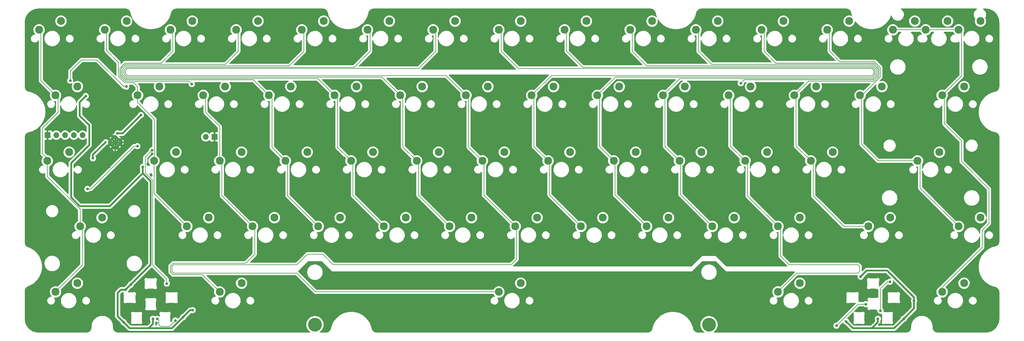
<source format=gbr>
G04 #@! TF.GenerationSoftware,KiCad,Pcbnew,(7.0.0-0)*
G04 #@! TF.CreationDate,2023-05-06T23:28:01-07:00*
G04 #@! TF.ProjectId,popstar,706f7073-7461-4722-9e6b-696361645f70,rev?*
G04 #@! TF.SameCoordinates,Original*
G04 #@! TF.FileFunction,Copper,L1,Top*
G04 #@! TF.FilePolarity,Positive*
%FSLAX46Y46*%
G04 Gerber Fmt 4.6, Leading zero omitted, Abs format (unit mm)*
G04 Created by KiCad (PCBNEW (7.0.0-0)) date 2023-05-06 23:28:01*
%MOMM*%
%LPD*%
G01*
G04 APERTURE LIST*
G04 #@! TA.AperFunction,ComponentPad*
%ADD10C,4.000000*%
G04 #@! TD*
G04 #@! TA.AperFunction,ComponentPad*
%ADD11C,2.300000*%
G04 #@! TD*
G04 #@! TA.AperFunction,ComponentPad*
%ADD12R,1.700000X1.700000*%
G04 #@! TD*
G04 #@! TA.AperFunction,ComponentPad*
%ADD13O,1.700000X1.700000*%
G04 #@! TD*
G04 #@! TA.AperFunction,ComponentPad*
%ADD14C,0.600000*%
G04 #@! TD*
G04 #@! TA.AperFunction,ViaPad*
%ADD15C,0.800000*%
G04 #@! TD*
G04 #@! TA.AperFunction,ViaPad*
%ADD16C,0.600000*%
G04 #@! TD*
G04 #@! TA.AperFunction,Conductor*
%ADD17C,0.500000*%
G04 #@! TD*
G04 #@! TA.AperFunction,Conductor*
%ADD18C,0.600000*%
G04 #@! TD*
G04 #@! TA.AperFunction,Conductor*
%ADD19C,0.200000*%
G04 #@! TD*
G04 APERTURE END LIST*
D10*
G04 #@! TO.P,S3,*
G04 #@! TO.N,*
X117475000Y-124460000D03*
X231775000Y-124460000D03*
G04 #@! TD*
D11*
G04 #@! TO.P,SW15,1,1*
G04 #@! TO.N,COL13*
X294640000Y-38735000D03*
G04 #@! TO.P,SW15,2,2*
G04 #@! TO.N,Net-(D26-A)*
X300990000Y-36195000D03*
G04 #@! TD*
G04 #@! TO.P,SW22,1,1*
G04 #@! TO.N,COL05*
X142240000Y-57785000D03*
G04 #@! TO.P,SW22,2,2*
G04 #@! TO.N,Net-(D32-A)*
X148590000Y-55245000D03*
G04 #@! TD*
G04 #@! TO.P,SW55,1,1*
G04 #@! TO.N,COL12*
X304165000Y-95885000D03*
G04 #@! TO.P,SW55,2,2*
G04 #@! TO.N,Net-(D65-A)*
X310515000Y-93345000D03*
G04 #@! TD*
G04 #@! TO.P,SW29,1,1*
G04 #@! TO.N,COL12*
X275590000Y-57785000D03*
G04 #@! TO.P,SW29,2,2*
G04 #@! TO.N,Net-(D39-A)*
X281940000Y-55245000D03*
G04 #@! TD*
G04 #@! TO.P,SW33,1,1*
G04 #@! TO.N,COL03*
X108902500Y-76835000D03*
G04 #@! TO.P,SW33,2,2*
G04 #@! TO.N,Net-(D43-A)*
X115252500Y-74295000D03*
G04 #@! TD*
G04 #@! TO.P,SW25,1,1*
G04 #@! TO.N,COL08*
X199390000Y-57785000D03*
G04 #@! TO.P,SW25,2,2*
G04 #@! TO.N,Net-(D35-A)*
X205740000Y-55245000D03*
G04 #@! TD*
G04 #@! TO.P,SW53,1,1*
G04 #@! TO.N,COL10*
X251777500Y-95885000D03*
G04 #@! TO.P,SW53,2,2*
G04 #@! TO.N,Net-(D63-A)*
X258127500Y-93345000D03*
G04 #@! TD*
G04 #@! TO.P,SW17,1,1*
G04 #@! TO.N,COL00*
X42227500Y-57785000D03*
G04 #@! TO.P,SW17,2,2*
G04 #@! TO.N,Net-(D27-A)*
X48577500Y-55245000D03*
G04 #@! TD*
G04 #@! TO.P,SW41,1,1*
G04 #@! TO.N,COL11*
X261302500Y-76835000D03*
G04 #@! TO.P,SW41,2,2*
G04 #@! TO.N,Net-(D51-A)*
X267652500Y-74295000D03*
G04 #@! TD*
G04 #@! TO.P,SW36,1,1*
G04 #@! TO.N,COL06*
X166052500Y-76835000D03*
G04 #@! TO.P,SW36,2,2*
G04 #@! TO.N,Net-(D46-A)*
X172402500Y-74295000D03*
G04 #@! TD*
G04 #@! TO.P,SW47,1,1*
G04 #@! TO.N,COL04*
X137477500Y-95885000D03*
G04 #@! TO.P,SW47,2,2*
G04 #@! TO.N,Net-(D57-A)*
X143827500Y-93345000D03*
G04 #@! TD*
G04 #@! TO.P,SW11,1,1*
G04 #@! TO.N,COL09*
X208915000Y-38735000D03*
G04 #@! TO.P,SW11,2,2*
G04 #@! TO.N,Net-(D22-A)*
X215265000Y-36195000D03*
G04 #@! TD*
G04 #@! TO.P,SW45,1,1*
G04 #@! TO.N,COL02*
X99377500Y-95885000D03*
G04 #@! TO.P,SW45,2,2*
G04 #@! TO.N,Net-(D55-A)*
X105727500Y-93345000D03*
G04 #@! TD*
G04 #@! TO.P,SW57,1,1*
G04 #@! TO.N,COL02*
X89852500Y-114935000D03*
G04 #@! TO.P,SW57,2,2*
G04 #@! TO.N,Net-(D67-A)*
X96202500Y-112395000D03*
G04 #@! TD*
G04 #@! TO.P,SW56,1,1*
G04 #@! TO.N,COL00*
X42227500Y-114935000D03*
G04 #@! TO.P,SW56,2,2*
G04 #@! TO.N,Net-(D66-A)*
X48577500Y-112395000D03*
G04 #@! TD*
G04 #@! TO.P,SW24,1,1*
G04 #@! TO.N,COL07*
X180340000Y-57785000D03*
G04 #@! TO.P,SW24,2,2*
G04 #@! TO.N,Net-(D34-A)*
X186690000Y-55245000D03*
G04 #@! TD*
G04 #@! TO.P,SW59,1,1*
G04 #@! TO.N,COL10*
X251777500Y-114935000D03*
G04 #@! TO.P,SW59,2,2*
G04 #@! TO.N,Net-(D69-A)*
X258127500Y-112395000D03*
G04 #@! TD*
G04 #@! TO.P,SW7,1,1*
G04 #@! TO.N,COL05*
X132715000Y-38735000D03*
G04 #@! TO.P,SW7,2,2*
G04 #@! TO.N,Net-(D18-A)*
X139065000Y-36195000D03*
G04 #@! TD*
G04 #@! TO.P,SW20,1,1*
G04 #@! TO.N,COL03*
X104140000Y-57785000D03*
G04 #@! TO.P,SW20,2,2*
G04 #@! TO.N,Net-(D30-A)*
X110490000Y-55245000D03*
G04 #@! TD*
G04 #@! TO.P,SW2,1,1*
G04 #@! TO.N,COL00*
X37465000Y-38735000D03*
G04 #@! TO.P,SW2,2,2*
G04 #@! TO.N,Net-(D13-A)*
X43815000Y-36195000D03*
G04 #@! TD*
G04 #@! TO.P,SW31,1,1*
G04 #@! TO.N,COL01*
X70802500Y-76835000D03*
G04 #@! TO.P,SW31,2,2*
G04 #@! TO.N,Net-(D41-A)*
X77152500Y-74295000D03*
G04 #@! TD*
G04 #@! TO.P,SW27,1,1*
G04 #@! TO.N,COL10*
X237490000Y-57785000D03*
G04 #@! TO.P,SW27,2,2*
G04 #@! TO.N,Net-(D37-A)*
X243840000Y-55245000D03*
G04 #@! TD*
G04 #@! TO.P,SW32,1,1*
G04 #@! TO.N,COL02*
X89852500Y-76835000D03*
G04 #@! TO.P,SW32,2,2*
G04 #@! TO.N,Net-(D42-A)*
X96202500Y-74295000D03*
G04 #@! TD*
G04 #@! TO.P,SW34,1,1*
G04 #@! TO.N,COL04*
X127952500Y-76835000D03*
G04 #@! TO.P,SW34,2,2*
G04 #@! TO.N,Net-(D44-A)*
X134302500Y-74295000D03*
G04 #@! TD*
G04 #@! TO.P,SW37,1,1*
G04 #@! TO.N,COL07*
X185102500Y-76835000D03*
G04 #@! TO.P,SW37,2,2*
G04 #@! TO.N,Net-(D47-A)*
X191452500Y-74295000D03*
G04 #@! TD*
G04 #@! TO.P,SW10,1,1*
G04 #@! TO.N,COL08*
X189865000Y-38735000D03*
G04 #@! TO.P,SW10,2,2*
G04 #@! TO.N,Net-(D21-A)*
X196215000Y-36195000D03*
G04 #@! TD*
G04 #@! TO.P,SW21,1,1*
G04 #@! TO.N,COL04*
X123190000Y-57785000D03*
G04 #@! TO.P,SW21,2,2*
G04 #@! TO.N,Net-(D31-A)*
X129540000Y-55245000D03*
G04 #@! TD*
G04 #@! TO.P,SW3,1,1*
G04 #@! TO.N,COL01*
X56515000Y-38735000D03*
G04 #@! TO.P,SW3,2,2*
G04 #@! TO.N,Net-(D14-A)*
X62865000Y-36195000D03*
G04 #@! TD*
G04 #@! TO.P,SW38,1,1*
G04 #@! TO.N,COL08*
X204152500Y-76835000D03*
G04 #@! TO.P,SW38,2,2*
G04 #@! TO.N,Net-(D48-A)*
X210502500Y-74295000D03*
G04 #@! TD*
G04 #@! TO.P,SW50,1,1*
G04 #@! TO.N,COL07*
X194627500Y-95885000D03*
G04 #@! TO.P,SW50,2,2*
G04 #@! TO.N,Net-(D60-A)*
X200977500Y-93345000D03*
G04 #@! TD*
G04 #@! TO.P,SW52,1,1*
G04 #@! TO.N,COL09*
X232727500Y-95885000D03*
G04 #@! TO.P,SW52,2,2*
G04 #@! TO.N,Net-(D62-A)*
X239077500Y-93345000D03*
G04 #@! TD*
G04 #@! TO.P,SW13,1,1*
G04 #@! TO.N,COL11*
X247015000Y-38735000D03*
G04 #@! TO.P,SW13,2,2*
G04 #@! TO.N,Net-(D24-A)*
X253365000Y-36195000D03*
G04 #@! TD*
G04 #@! TO.P,SW35,1,1*
G04 #@! TO.N,COL05*
X147002500Y-76835000D03*
G04 #@! TO.P,SW35,2,2*
G04 #@! TO.N,Net-(D45-A)*
X153352500Y-74295000D03*
G04 #@! TD*
G04 #@! TO.P,SW39,1,1*
G04 #@! TO.N,COL09*
X223202500Y-76835000D03*
G04 #@! TO.P,SW39,2,2*
G04 #@! TO.N,Net-(D49-A)*
X229552500Y-74295000D03*
G04 #@! TD*
G04 #@! TO.P,SW23,1,1*
G04 #@! TO.N,COL06*
X161290000Y-57785000D03*
G04 #@! TO.P,SW23,2,2*
G04 #@! TO.N,Net-(D33-A)*
X167640000Y-55245000D03*
G04 #@! TD*
G04 #@! TO.P,SW51,1,1*
G04 #@! TO.N,COL08*
X213677500Y-95885000D03*
G04 #@! TO.P,SW51,2,2*
G04 #@! TO.N,Net-(D61-A)*
X220027500Y-93345000D03*
G04 #@! TD*
G04 #@! TO.P,SW43,1,1*
G04 #@! TO.N,COL00*
X49371250Y-95885000D03*
G04 #@! TO.P,SW43,2,2*
G04 #@! TO.N,Net-(D53-A)*
X55721250Y-93345000D03*
G04 #@! TD*
G04 #@! TO.P,SW61,1,1*
G04 #@! TO.N,COL13*
X304165000Y-38735000D03*
G04 #@! TO.P,SW61,2,2*
G04 #@! TO.N,Net-(D71-A)*
X310515000Y-36195000D03*
G04 #@! TD*
G04 #@! TO.P,SW44,1,1*
G04 #@! TO.N,COL01*
X80327500Y-95885000D03*
G04 #@! TO.P,SW44,2,2*
G04 #@! TO.N,Net-(D54-A)*
X86677500Y-93345000D03*
G04 #@! TD*
G04 #@! TO.P,SW58,1,1*
G04 #@! TO.N,COL06*
X170815000Y-114935000D03*
G04 #@! TO.P,SW58,2,2*
G04 #@! TO.N,Net-(D68-A)*
X177165000Y-112395000D03*
G04 #@! TD*
G04 #@! TO.P,SW18,1,1*
G04 #@! TO.N,COL01*
X66040000Y-57785000D03*
G04 #@! TO.P,SW18,2,2*
G04 #@! TO.N,Net-(D28-A)*
X72390000Y-55245000D03*
G04 #@! TD*
G04 #@! TO.P,SW5,1,1*
G04 #@! TO.N,COL03*
X94615000Y-38735000D03*
G04 #@! TO.P,SW5,2,2*
G04 #@! TO.N,Net-(D16-A)*
X100965000Y-36195000D03*
G04 #@! TD*
G04 #@! TO.P,SW6,1,1*
G04 #@! TO.N,COL04*
X113665000Y-38735000D03*
G04 #@! TO.P,SW6,2,2*
G04 #@! TO.N,Net-(D17-A)*
X120015000Y-36195000D03*
G04 #@! TD*
G04 #@! TO.P,SW28,1,1*
G04 #@! TO.N,COL11*
X256540000Y-57785000D03*
G04 #@! TO.P,SW28,2,2*
G04 #@! TO.N,Net-(D38-A)*
X262890000Y-55245000D03*
G04 #@! TD*
G04 #@! TO.P,SW48,1,1*
G04 #@! TO.N,COL05*
X156527500Y-95885000D03*
G04 #@! TO.P,SW48,2,2*
G04 #@! TO.N,Net-(D58-A)*
X162877500Y-93345000D03*
G04 #@! TD*
G04 #@! TO.P,SW60,1,1*
G04 #@! TO.N,COL13*
X299402500Y-114935000D03*
G04 #@! TO.P,SW60,2,2*
G04 #@! TO.N,Net-(D70-A)*
X305752500Y-112395000D03*
G04 #@! TD*
G04 #@! TO.P,SW49,1,1*
G04 #@! TO.N,COL06*
X175577500Y-95885000D03*
G04 #@! TO.P,SW49,2,2*
G04 #@! TO.N,Net-(D59-A)*
X181927500Y-93345000D03*
G04 #@! TD*
G04 #@! TO.P,SW30,1,1*
G04 #@! TO.N,COL00*
X39846250Y-76835000D03*
G04 #@! TO.P,SW30,2,2*
G04 #@! TO.N,Net-(D40-A)*
X46196250Y-74295000D03*
G04 #@! TD*
G04 #@! TO.P,SW26,1,1*
G04 #@! TO.N,COL09*
X218440000Y-57785000D03*
G04 #@! TO.P,SW26,2,2*
G04 #@! TO.N,Net-(D36-A)*
X224790000Y-55245000D03*
G04 #@! TD*
G04 #@! TO.P,SW62,1,1*
G04 #@! TO.N,COL13*
X299402500Y-57785000D03*
G04 #@! TO.P,SW62,2,2*
G04 #@! TO.N,Net-(D72-A)*
X305752500Y-55245000D03*
G04 #@! TD*
G04 #@! TO.P,SW16,1,1*
G04 #@! TO.N,COL13*
X285115000Y-38735000D03*
G04 #@! TO.P,SW16,2,2*
G04 #@! TO.N,Net-(D26-A)*
X291465000Y-36195000D03*
G04 #@! TD*
G04 #@! TO.P,SW14,1,1*
G04 #@! TO.N,COL12*
X266065000Y-38735000D03*
G04 #@! TO.P,SW14,2,2*
G04 #@! TO.N,Net-(D25-A)*
X272415000Y-36195000D03*
G04 #@! TD*
G04 #@! TO.P,SW46,1,1*
G04 #@! TO.N,COL03*
X118427500Y-95885000D03*
G04 #@! TO.P,SW46,2,2*
G04 #@! TO.N,Net-(D56-A)*
X124777500Y-93345000D03*
G04 #@! TD*
G04 #@! TO.P,SW40,1,1*
G04 #@! TO.N,COL10*
X242252500Y-76835000D03*
G04 #@! TO.P,SW40,2,2*
G04 #@! TO.N,Net-(D50-A)*
X248602500Y-74295000D03*
G04 #@! TD*
G04 #@! TO.P,SW12,1,1*
G04 #@! TO.N,COL10*
X227965000Y-38735000D03*
G04 #@! TO.P,SW12,2,2*
G04 #@! TO.N,Net-(D23-A)*
X234315000Y-36195000D03*
G04 #@! TD*
G04 #@! TO.P,SW9,1,1*
G04 #@! TO.N,COL07*
X170815000Y-38735000D03*
G04 #@! TO.P,SW9,2,2*
G04 #@! TO.N,Net-(D20-A)*
X177165000Y-36195000D03*
G04 #@! TD*
G04 #@! TO.P,SW19,1,1*
G04 #@! TO.N,COL02*
X85090000Y-57785000D03*
G04 #@! TO.P,SW19,2,2*
G04 #@! TO.N,Net-(D29-A)*
X91440000Y-55245000D03*
G04 #@! TD*
G04 #@! TO.P,SW42,1,1*
G04 #@! TO.N,COL12*
X292258750Y-76835000D03*
G04 #@! TO.P,SW42,2,2*
G04 #@! TO.N,Net-(D52-A)*
X298608750Y-74295000D03*
G04 #@! TD*
G04 #@! TO.P,SW4,1,1*
G04 #@! TO.N,COL02*
X75565000Y-38735000D03*
G04 #@! TO.P,SW4,2,2*
G04 #@! TO.N,Net-(D15-A)*
X81915000Y-36195000D03*
G04 #@! TD*
G04 #@! TO.P,SW8,1,1*
G04 #@! TO.N,COL06*
X151765000Y-38735000D03*
G04 #@! TO.P,SW8,2,2*
G04 #@! TO.N,Net-(D19-A)*
X158115000Y-36195000D03*
G04 #@! TD*
G04 #@! TO.P,SW54,1,1*
G04 #@! TO.N,COL11*
X277971250Y-95885000D03*
G04 #@! TO.P,SW54,2,2*
G04 #@! TO.N,Net-(D64-A)*
X284321250Y-93345000D03*
G04 #@! TD*
D12*
G04 #@! TO.P,J2,1,Pin_1*
G04 #@! TO.N,GND*
X39919999Y-69341999D03*
D13*
G04 #@! TO.P,J2,2,Pin_2*
G04 #@! TO.N,SWCLK*
X42459999Y-69341999D03*
G04 #@! TO.P,J2,3,Pin_3*
G04 #@! TO.N,SWD*
X44999999Y-69341999D03*
G04 #@! TO.P,J2,4,Pin_4*
G04 #@! TO.N,~{RESET}*
X47539999Y-69341999D03*
G04 #@! TO.P,J2,5,Pin_5*
G04 #@! TO.N,+3V3*
X50079999Y-69341999D03*
G04 #@! TD*
D14*
G04 #@! TO.P,U6,57,GND*
G04 #@! TO.N,GND*
X59531250Y-73240622D03*
X60432811Y-72339061D03*
X61334372Y-71437500D03*
X58629689Y-72339061D03*
X59531250Y-71437500D03*
X60432811Y-70535939D03*
X57728128Y-71437500D03*
X58629689Y-70535939D03*
X59531250Y-69634378D03*
G04 #@! TD*
D12*
G04 #@! TO.P,SW1,1,1*
G04 #@! TO.N,GND*
X88336249Y-69874999D03*
D13*
G04 #@! TO.P,SW1,2,2*
G04 #@! TO.N,/~{USB_BOOT}*
X85796249Y-69874999D03*
G04 #@! TD*
D15*
G04 #@! TO.N,+1V1*
X53086000Y-76073000D03*
X60200000Y-68850000D03*
X67000000Y-63500000D03*
D16*
X56800000Y-71350000D03*
D15*
G04 #@! TO.N,GND*
X128500000Y-89000000D03*
X282000000Y-48000000D03*
X202500000Y-120500000D03*
X165000000Y-124250000D03*
X45500000Y-76500000D03*
X83250000Y-118500000D03*
X51500000Y-104500000D03*
X65000000Y-73800500D03*
X233250000Y-47500000D03*
X270500000Y-124750000D03*
X166500000Y-89000000D03*
X72000000Y-82000000D03*
X70250000Y-108750000D03*
X70000000Y-81000000D03*
X67750000Y-120500000D03*
X165000000Y-120000000D03*
X56769000Y-53594000D03*
X267000000Y-125250000D03*
X155000000Y-120000000D03*
X115000000Y-120500000D03*
X62992000Y-63881000D03*
X126000000Y-76000000D03*
X261000000Y-122400000D03*
X204500000Y-89000000D03*
X60000000Y-123750000D03*
X134500000Y-46500000D03*
X54229000Y-78105000D03*
X290250000Y-122750000D03*
X71500000Y-88800000D03*
X283750000Y-113750000D03*
X300000000Y-93500000D03*
X306250000Y-46500000D03*
X210000000Y-120500000D03*
X292750000Y-117500000D03*
X47000000Y-63000000D03*
X49500000Y-57500000D03*
X48750000Y-73500000D03*
X196500000Y-120000000D03*
X95000000Y-123750000D03*
X65405000Y-62738000D03*
X62250000Y-112250000D03*
X59250000Y-91000000D03*
X277000000Y-107250000D03*
X265750000Y-121750000D03*
X68600000Y-101400000D03*
X76500000Y-105250000D03*
X151250000Y-116750000D03*
X66000000Y-76750000D03*
X68072000Y-71755000D03*
X64250000Y-114250000D03*
X98500000Y-122750000D03*
X76750000Y-113250000D03*
X71500000Y-101400000D03*
X50750000Y-88500000D03*
X100750000Y-124000000D03*
X233750000Y-120500000D03*
X272750000Y-110500000D03*
X51500000Y-76000000D03*
X244500000Y-120500000D03*
X289500000Y-119750000D03*
X221000000Y-76000000D03*
X163750000Y-76000000D03*
X86000000Y-122500000D03*
X55499000Y-78105000D03*
X48750000Y-83250000D03*
X109500000Y-89000000D03*
D16*
X277250000Y-119750000D03*
X71750000Y-116250000D03*
D15*
X48500000Y-104500000D03*
X72009000Y-65532000D03*
X81250000Y-122250000D03*
X48250000Y-71250000D03*
X200500000Y-82000000D03*
X68707000Y-65532000D03*
X200000000Y-116750000D03*
D16*
X69500000Y-123750000D03*
D15*
X80500000Y-73500000D03*
X76250000Y-121750000D03*
X46000000Y-71750000D03*
X45000000Y-83250000D03*
X185500000Y-89000000D03*
X124500000Y-82000000D03*
X115000000Y-46500000D03*
X285000000Y-107750000D03*
X127500000Y-116750000D03*
X115000000Y-116750000D03*
X143500000Y-82000000D03*
X72250000Y-73750000D03*
X65000000Y-84800000D03*
X54861000Y-85675000D03*
X41250000Y-67000000D03*
X147750000Y-120500000D03*
X286500000Y-122000000D03*
X281250000Y-124500000D03*
X75750000Y-111250000D03*
X272750000Y-122500000D03*
X251750000Y-47250000D03*
X74250000Y-108250000D03*
X147500000Y-89000000D03*
X103500000Y-66000000D03*
X292500000Y-39750000D03*
X45000000Y-39000000D03*
X62750000Y-122000000D03*
X81500000Y-117000000D03*
X182750000Y-76000000D03*
X177000000Y-48750000D03*
X251500000Y-122400000D03*
X162500000Y-82000000D03*
X223500000Y-89000000D03*
X49000000Y-77500000D03*
X233750000Y-116750000D03*
X68600000Y-103500000D03*
X141500000Y-66000000D03*
X96000000Y-46500000D03*
X83250000Y-121750000D03*
X61000000Y-113000000D03*
X43250000Y-86750000D03*
X283000000Y-52500000D03*
X57699500Y-78706111D03*
X63500000Y-79000000D03*
X81500000Y-56000000D03*
X262000000Y-89000000D03*
X61750000Y-119750000D03*
X181500000Y-82000000D03*
X306000000Y-79750000D03*
X71500000Y-103500000D03*
X153250000Y-124250000D03*
X195750000Y-48500000D03*
X65300000Y-70400000D03*
X106750000Y-76000000D03*
X52300000Y-86200000D03*
X66480713Y-77519287D03*
X58750000Y-119750000D03*
X87000000Y-118750000D03*
X254000000Y-104000000D03*
X198500000Y-124250000D03*
X220000000Y-82000000D03*
X68600000Y-88800000D03*
X122500000Y-66000000D03*
X239500000Y-54000000D03*
X53500000Y-72250000D03*
X77000000Y-46500000D03*
X270500000Y-46750000D03*
X198500000Y-66000000D03*
X140000000Y-116750000D03*
X243000000Y-89000000D03*
X105500000Y-82000000D03*
D16*
X72000000Y-115250000D03*
D15*
X62000000Y-125750000D03*
X259000000Y-76000000D03*
X186000000Y-120000000D03*
X144750000Y-76000000D03*
X61800000Y-84400000D03*
X58400000Y-62411000D03*
X186000000Y-124250000D03*
X153000000Y-46500000D03*
X83500000Y-54500000D03*
X90500000Y-89000000D03*
X274500000Y-66000000D03*
X279250000Y-123750000D03*
X236500000Y-66000000D03*
X79500000Y-123750000D03*
X210000000Y-116750000D03*
X71500000Y-124000000D03*
X86500000Y-82000000D03*
X165750000Y-67750000D03*
X105500000Y-119250000D03*
X59400000Y-62411000D03*
X71800000Y-121400000D03*
X83000000Y-68500000D03*
X140000000Y-120500000D03*
X301500000Y-54000000D03*
X282500000Y-114750000D03*
X41000000Y-62400000D03*
X174500000Y-104000000D03*
X103750000Y-125000000D03*
X258000000Y-82000000D03*
X63500000Y-111250000D03*
X50600000Y-86200000D03*
X301000000Y-75250000D03*
X70250000Y-74750000D03*
X201750000Y-76000000D03*
X268500000Y-120250000D03*
X64135000Y-63373000D03*
X80250000Y-119750000D03*
X104500000Y-116750000D03*
X74000000Y-69500000D03*
X273250000Y-113750000D03*
X91250000Y-122750000D03*
X214250000Y-48000000D03*
X277400000Y-110500000D03*
X108750000Y-120500000D03*
X37500000Y-56250000D03*
X289000000Y-82000000D03*
X271250000Y-125750000D03*
X241250000Y-55750000D03*
X221250000Y-116750000D03*
X50500000Y-62000000D03*
X58000000Y-117000000D03*
X57250000Y-88250000D03*
X88500000Y-125000000D03*
X64135000Y-55372000D03*
X52451000Y-58801000D03*
X67500000Y-118250000D03*
X50750000Y-67000000D03*
X46000000Y-56000000D03*
X58500000Y-57000000D03*
X47250000Y-67000000D03*
X65000000Y-79800000D03*
X57200000Y-62411000D03*
X60500000Y-46500000D03*
X53500000Y-66750000D03*
X69000000Y-77750000D03*
X247500000Y-116750000D03*
X48000000Y-91500000D03*
X50750000Y-91500000D03*
X290000000Y-75500000D03*
X77750000Y-121250000D03*
X239000000Y-82000000D03*
X240000000Y-76000000D03*
X177500000Y-104000000D03*
X98000000Y-104000000D03*
X57750000Y-61250000D03*
X217500000Y-66000000D03*
X255500000Y-66000000D03*
X39500000Y-47000000D03*
G04 #@! TO.N,+5V*
X79250000Y-122250000D03*
X64020145Y-112820145D03*
X51000000Y-58000000D03*
X275750000Y-110500000D03*
X271500000Y-123500000D03*
X62000000Y-123750000D03*
X67550500Y-78589075D03*
X70500000Y-122750000D03*
X82000000Y-120250000D03*
X291250000Y-117500000D03*
X280750000Y-122750000D03*
X288250000Y-122750000D03*
X62545145Y-114295145D03*
G04 #@! TO.N,ARGB_5V*
X74500000Y-112500000D03*
X70250000Y-73750000D03*
G04 #@! TO.N,Net-(D6-DOUT)*
X77000000Y-123250000D03*
X277250000Y-118500000D03*
X71750000Y-122750000D03*
X268750000Y-124750000D03*
G04 #@! TO.N,Net-(D11-DOUT)*
X281500000Y-120400000D03*
X284250000Y-112000000D03*
G04 #@! TO.N,ROW1*
X62750000Y-55250000D03*
X46500000Y-53500000D03*
G04 #@! TO.N,ROW2*
X65978417Y-72554430D03*
X51500000Y-85000000D03*
G04 #@! TO.N,COL02*
X81750000Y-54500000D03*
G04 #@! TO.N,COL10*
X241000000Y-54250000D03*
G04 #@! TD*
D17*
G04 #@! TO.N,+1V1*
X53086000Y-76073000D02*
X53086000Y-75064000D01*
X53086000Y-75064000D02*
X56800000Y-71350000D01*
X61650000Y-68850000D02*
X60200000Y-68850000D01*
X67000000Y-63500000D02*
X61650000Y-68850000D01*
D18*
G04 #@! TO.N,GND*
X58629689Y-72339061D02*
X59531250Y-73240622D01*
X57728128Y-71437500D02*
X59531250Y-71437500D01*
X61334372Y-71437500D02*
X60432811Y-70535939D01*
X58629689Y-72339061D02*
X59531250Y-71437500D01*
X60432811Y-70535939D02*
X59531250Y-69634378D01*
X58629689Y-70535939D02*
X57728128Y-71437500D01*
X60432811Y-70535939D02*
X59531250Y-71437500D01*
X58629689Y-70535939D02*
X59531250Y-71437500D01*
X60432811Y-72339061D02*
X61334372Y-71437500D01*
X59531250Y-73240622D02*
X59531250Y-71437500D01*
X59531250Y-73240622D02*
X60432811Y-72339061D01*
X57728128Y-71437500D02*
X58629689Y-72339061D01*
X61334372Y-71437500D02*
X59531250Y-71437500D01*
X59531250Y-69634378D02*
X58629689Y-70535939D01*
X60432811Y-72339061D02*
X59531250Y-71437500D01*
X59531250Y-69634378D02*
X59531250Y-71437500D01*
D17*
X80032000Y-65532000D02*
X83000000Y-68500000D01*
X72009000Y-65532000D02*
X80032000Y-65532000D01*
G04 #@! TO.N,+5V*
X68250000Y-125500000D02*
X69250000Y-125500000D01*
X285500000Y-125500000D02*
X288250000Y-122750000D01*
X60875000Y-122625000D02*
X62000000Y-123750000D01*
X60250000Y-115250000D02*
X60250000Y-122000000D01*
X291250000Y-116500000D02*
X283875000Y-109125000D01*
X69250000Y-125500000D02*
X70500000Y-124250000D01*
X58000000Y-90000000D02*
X49277818Y-90000000D01*
X52000000Y-72250000D02*
X52000000Y-66500000D01*
X70500000Y-124250000D02*
X70500000Y-122750000D01*
X49277818Y-90000000D02*
X46750000Y-87472182D01*
X68250000Y-125500000D02*
X76000000Y-125500000D01*
X61204855Y-114295145D02*
X60250000Y-115250000D01*
X79250000Y-122250000D02*
X81250000Y-120250000D01*
X271500000Y-123500000D02*
X273500000Y-125500000D01*
X69852500Y-106987790D02*
X64020145Y-112820145D01*
X291250000Y-117500000D02*
X291250000Y-116500000D01*
X52000000Y-66500000D02*
X49250000Y-63750000D01*
X279000000Y-125500000D02*
X285500000Y-125500000D01*
X60875000Y-122625000D02*
X61500000Y-123250000D01*
X61500000Y-123250000D02*
X62000000Y-123750000D01*
X69852500Y-82727818D02*
X69852500Y-106987790D01*
X67550500Y-80449500D02*
X58000000Y-90000000D01*
X282000000Y-108750000D02*
X277500000Y-108750000D01*
X283875000Y-109125000D02*
X283500000Y-108750000D01*
X67550500Y-78589075D02*
X67550500Y-79500000D01*
X291250000Y-119750000D02*
X291250000Y-118750000D01*
X67550500Y-80425818D02*
X69852500Y-82727818D01*
X49250000Y-59750000D02*
X51000000Y-58000000D01*
X273500000Y-125500000D02*
X279000000Y-125500000D01*
X279000000Y-125500000D02*
X280750000Y-123750000D01*
X288250000Y-122750000D02*
X291250000Y-119750000D01*
X67550500Y-79500000D02*
X67550500Y-80425818D01*
X277500000Y-108750000D02*
X275750000Y-110500000D01*
X60250000Y-122000000D02*
X60875000Y-122625000D01*
X67550500Y-79500000D02*
X67550500Y-80449500D01*
X62545145Y-114295145D02*
X61204855Y-114295145D01*
X64020145Y-112820145D02*
X62545145Y-114295145D01*
X49250000Y-63750000D02*
X49250000Y-59750000D01*
X76000000Y-125500000D02*
X79250000Y-122250000D01*
X81250000Y-120250000D02*
X82000000Y-120250000D01*
X46750000Y-87472182D02*
X46750000Y-77500000D01*
X291250000Y-118750000D02*
X291250000Y-117500000D01*
X63750000Y-125500000D02*
X68250000Y-125500000D01*
X280750000Y-123750000D02*
X280750000Y-122750000D01*
X62000000Y-123750000D02*
X63750000Y-125500000D01*
X283500000Y-108750000D02*
X282000000Y-108750000D01*
X46750000Y-77500000D02*
X52000000Y-72250000D01*
D19*
G04 #@! TO.N,ARGB_5V*
X73375000Y-110125000D02*
X74500000Y-111250000D01*
X68250000Y-80347500D02*
X70402500Y-82500000D01*
X70402500Y-107152500D02*
X71000000Y-107750000D01*
X74500000Y-111250000D02*
X74500000Y-112500000D01*
X68250000Y-75750000D02*
X68250000Y-80347500D01*
X70402500Y-82500000D02*
X70402500Y-107152500D01*
X71000000Y-107750000D02*
X73375000Y-110125000D01*
X70250000Y-73750000D02*
X68250000Y-75750000D01*
G04 #@! TO.N,Net-(D6-DOUT)*
X72200000Y-123200000D02*
X72200000Y-124450000D01*
X71750000Y-122750000D02*
X72200000Y-123200000D01*
X75300000Y-124950000D02*
X77000000Y-123250000D01*
X72700000Y-124950000D02*
X75300000Y-124950000D01*
X72200000Y-124450000D02*
X72700000Y-124950000D01*
X275000000Y-118500000D02*
X277250000Y-118500000D01*
X268750000Y-124750000D02*
X275000000Y-118500000D01*
G04 #@! TO.N,Net-(D11-DOUT)*
X281500000Y-120400000D02*
X281500000Y-114000000D01*
X283500000Y-112000000D02*
X284250000Y-112000000D01*
X281500000Y-114000000D02*
X283500000Y-112000000D01*
G04 #@! TO.N,ROW1*
X46500000Y-53500000D02*
X46500000Y-50750000D01*
X46500000Y-50750000D02*
X49750000Y-47500000D01*
X49750000Y-47500000D02*
X54250000Y-47500000D01*
X54250000Y-47500000D02*
X62000000Y-55250000D01*
X62000000Y-55250000D02*
X62750000Y-55250000D01*
G04 #@! TO.N,ROW2*
X52510050Y-85000000D02*
X51500000Y-85000000D01*
X64955620Y-72554430D02*
X52510050Y-85000000D01*
X65978417Y-72554430D02*
X64955620Y-72554430D01*
G04 #@! TO.N,COL00*
X38500000Y-74777818D02*
X38500000Y-67250000D01*
X39846250Y-81346250D02*
X39846250Y-76835000D01*
X49371250Y-95885000D02*
X50000000Y-96513750D01*
X39846250Y-76835000D02*
X39846250Y-76124068D01*
X38500000Y-67250000D02*
X43000000Y-62750000D01*
X37465000Y-38735000D02*
X38000000Y-39270000D01*
X39846250Y-76124068D02*
X38500000Y-74777818D01*
X50000000Y-96513750D02*
X50000000Y-107162500D01*
X43000000Y-58557500D02*
X42227500Y-57785000D01*
X43000000Y-62750000D02*
X43000000Y-58557500D01*
X38000000Y-39270000D02*
X38000000Y-53557500D01*
X49371250Y-95885000D02*
X49371250Y-90871250D01*
X50000000Y-107162500D02*
X42227500Y-114935000D01*
X49371250Y-90871250D02*
X39846250Y-81346250D01*
X38000000Y-53557500D02*
X42227500Y-57785000D01*
G04 #@! TO.N,COL01*
X60500000Y-48250000D02*
X60500000Y-52328426D01*
X57000000Y-39220000D02*
X57000000Y-44750000D01*
X66040000Y-57785000D02*
X66040000Y-59829775D01*
X57000000Y-44750000D02*
X60500000Y-48250000D01*
X70950000Y-64739775D02*
X70950000Y-76687500D01*
X70802500Y-86360000D02*
X80327500Y-95885000D01*
X62271571Y-54099998D02*
X64900002Y-54099998D01*
X70802500Y-76835000D02*
X70802500Y-86360000D01*
X66040000Y-55239996D02*
X66040000Y-57785000D01*
X64900002Y-54099998D02*
X66040000Y-55239996D01*
X56515000Y-38735000D02*
X57000000Y-39220000D01*
X70950000Y-76687500D02*
X70802500Y-76835000D01*
X66040000Y-59829775D02*
X70950000Y-64739775D01*
X60500000Y-52328426D02*
X62271571Y-54099998D01*
G04 #@! TO.N,COL02*
X89852500Y-66833750D02*
X85725000Y-62706250D01*
X84817500Y-109900000D02*
X89852500Y-114935000D01*
X76250000Y-39420000D02*
X76250000Y-45000000D01*
X62337260Y-48400000D02*
X60900002Y-49837256D01*
X89852500Y-76835000D02*
X90487500Y-77470000D01*
X100000000Y-96500000D02*
X100000000Y-104000000D01*
X62437256Y-53699998D02*
X80950000Y-53700000D01*
X60900002Y-49837256D02*
X60900000Y-52162740D01*
X76250000Y-45000000D02*
X72850000Y-48400000D01*
X90487500Y-86995000D02*
X99377500Y-95885000D01*
X100000000Y-104000000D02*
X97400000Y-106600000D01*
X99377500Y-95885000D02*
X99385000Y-95885000D01*
X80950000Y-53700000D02*
X81750000Y-54500000D01*
X76334315Y-109900000D02*
X84817500Y-109900000D01*
X75600000Y-109165686D02*
X76334315Y-109900000D01*
X75565000Y-38735000D02*
X76250000Y-39420000D01*
X99385000Y-95885000D02*
X100000000Y-96500000D01*
X60900000Y-52162740D02*
X62437256Y-53699998D01*
X75600000Y-107334315D02*
X75600000Y-109165686D01*
X72850000Y-48400000D02*
X62337260Y-48400000D01*
X90487500Y-77470000D02*
X90487500Y-86995000D01*
X85725000Y-62706250D02*
X85725000Y-58420000D01*
X85725000Y-58420000D02*
X85090000Y-57785000D01*
X97400000Y-106600000D02*
X76334314Y-106600000D01*
X76334314Y-106600000D02*
X75600000Y-107334315D01*
X89852500Y-76835000D02*
X89852500Y-66833750D01*
G04 #@! TO.N,COL03*
X91450000Y-48800000D02*
X95250000Y-45000000D01*
X62502945Y-48800000D02*
X91450000Y-48800000D01*
X108902500Y-76835000D02*
X105000000Y-72932500D01*
X62602942Y-53299999D02*
X61300000Y-51997055D01*
X104140000Y-57785000D02*
X99655000Y-53300000D01*
X105000000Y-58645000D02*
X104140000Y-57785000D01*
X109500000Y-86957500D02*
X118427500Y-95885000D01*
X61300001Y-50002942D02*
X62502945Y-48800000D01*
X109500000Y-77432500D02*
X109500000Y-86957500D01*
X95250000Y-45000000D02*
X95250000Y-39370000D01*
X99655000Y-53300000D02*
X62602942Y-53299999D01*
X61300000Y-51997055D02*
X61300001Y-50002942D01*
X108902500Y-76835000D02*
X109500000Y-77432500D01*
X95250000Y-39370000D02*
X94615000Y-38735000D01*
X105000000Y-72932500D02*
X105000000Y-58645000D01*
G04 #@! TO.N,COL04*
X123190000Y-57785000D02*
X118305000Y-52900000D01*
X128500000Y-77382500D02*
X128500000Y-86907500D01*
X61700000Y-51831370D02*
X61700000Y-50168628D01*
X127952500Y-76835000D02*
X124000000Y-72882500D01*
X127952500Y-76835000D02*
X128500000Y-77382500D01*
X118305000Y-52900000D02*
X62768628Y-52900000D01*
X128500000Y-86907500D02*
X137477500Y-95885000D01*
X124000000Y-58595000D02*
X123190000Y-57785000D01*
X114250000Y-45000000D02*
X114250000Y-39320000D01*
X124000000Y-72882500D02*
X124000000Y-58595000D01*
X62668630Y-49200000D02*
X110050000Y-49200000D01*
X62768628Y-52900000D02*
X61700000Y-51831370D01*
X61700000Y-50168628D02*
X62668630Y-49200000D01*
X110050000Y-49200000D02*
X114250000Y-45000000D01*
X114250000Y-39320000D02*
X113665000Y-38735000D01*
G04 #@! TO.N,COL05*
X147500000Y-77332500D02*
X147500000Y-86857500D01*
X62100000Y-51665685D02*
X62100000Y-50334314D01*
X147002500Y-76835000D02*
X143000000Y-72832500D01*
X147500000Y-86857500D02*
X156527500Y-95885000D01*
X133500000Y-45000000D02*
X133500000Y-39520000D01*
X128900000Y-49600000D02*
X133500000Y-45000000D01*
X147002500Y-76835000D02*
X147500000Y-77332500D01*
X62100000Y-50334314D02*
X62834315Y-49600000D01*
X62834315Y-49600000D02*
X128900000Y-49600000D01*
X143000000Y-72832500D02*
X143000000Y-58545000D01*
X133500000Y-39520000D02*
X132715000Y-38735000D01*
X142240000Y-57785000D02*
X136955000Y-52500000D01*
X136955000Y-52500000D02*
X62934314Y-52500000D01*
X62934314Y-52500000D02*
X62100000Y-51665685D01*
X143000000Y-58545000D02*
X142240000Y-57785000D01*
G04 #@! TO.N,COL06*
X176000000Y-96307500D02*
X175577500Y-95885000D01*
X63000000Y-50000000D02*
X147500000Y-50000000D01*
X166500000Y-77282500D02*
X166500000Y-86807500D01*
X112250000Y-109500000D02*
X76500000Y-109500000D01*
X63100000Y-52100000D02*
X62500000Y-51500000D01*
X112250000Y-107000000D02*
X115250000Y-104000000D01*
X166500000Y-86807500D02*
X175577500Y-95885000D01*
X76000000Y-109000000D02*
X76000000Y-107500000D01*
X152500000Y-39470000D02*
X151765000Y-38735000D01*
X162000000Y-58495000D02*
X161290000Y-57785000D01*
X166052500Y-76835000D02*
X166500000Y-77282500D01*
X115250000Y-104000000D02*
X119750000Y-104000000D01*
X76500000Y-109500000D02*
X76000000Y-109000000D01*
X166052500Y-76835000D02*
X162000000Y-72782500D01*
X152500000Y-45000000D02*
X152500000Y-39470000D01*
X176000000Y-105400000D02*
X176000000Y-96307500D01*
X161290000Y-57785000D02*
X155605000Y-52100000D01*
X155605000Y-52100000D02*
X63100000Y-52100000D01*
X119750000Y-104000000D02*
X122750000Y-107000000D01*
X147500000Y-50000000D02*
X152500000Y-45000000D01*
X76500000Y-107000000D02*
X112250000Y-107000000D01*
X62500000Y-50500000D02*
X63000000Y-50000000D01*
X162000000Y-72782500D02*
X162000000Y-58495000D01*
X174400000Y-107000000D02*
X176000000Y-105400000D01*
X170815000Y-114935000D02*
X117685000Y-114935000D01*
X122750000Y-107000000D02*
X174400000Y-107000000D01*
X117685000Y-114935000D02*
X112250000Y-109500000D01*
X76000000Y-107500000D02*
X76500000Y-107000000D01*
X62500000Y-51500000D02*
X62500000Y-50500000D01*
G04 #@! TO.N,COL07*
X171500000Y-39420000D02*
X170815000Y-38735000D01*
X185102500Y-77102500D02*
X185500000Y-77500000D01*
X185500000Y-86757500D02*
X194627500Y-95885000D01*
X180340000Y-57785000D02*
X186025000Y-52100000D01*
X185102500Y-76835000D02*
X181000000Y-72732500D01*
X185102500Y-76835000D02*
X185102500Y-77102500D01*
X171500000Y-45000000D02*
X171500000Y-39420000D01*
X176500000Y-50000000D02*
X171500000Y-45000000D01*
X181000000Y-72732500D02*
X181000000Y-58445000D01*
X181000000Y-58445000D02*
X180340000Y-57785000D01*
X279000000Y-50000000D02*
X176500000Y-50000000D01*
X185500000Y-77500000D02*
X185500000Y-86757500D01*
X186025000Y-52100000D02*
X279000000Y-52100000D01*
X279500000Y-50500000D02*
X279000000Y-50000000D01*
X279000000Y-52100000D02*
X279500000Y-51600000D01*
X279500000Y-51600000D02*
X279500000Y-50500000D01*
G04 #@! TO.N,COL08*
X190500000Y-39370000D02*
X189865000Y-38735000D01*
X190500000Y-45000000D02*
X190500000Y-39370000D01*
X279165686Y-52500000D02*
X279900000Y-51765685D01*
X279900000Y-50334314D02*
X279165685Y-49600000D01*
X195100000Y-49600000D02*
X190500000Y-45000000D01*
X204152500Y-76835000D02*
X204335000Y-76835000D01*
X279165685Y-49600000D02*
X195100000Y-49600000D01*
X200000000Y-58395000D02*
X199390000Y-57785000D01*
X204335000Y-76835000D02*
X204500000Y-77000000D01*
X204152500Y-76835000D02*
X200000000Y-72682500D01*
X204675000Y-52500000D02*
X279165686Y-52500000D01*
X204152500Y-76835000D02*
X204500000Y-77182500D01*
X279900000Y-51765685D02*
X279900000Y-50334314D01*
X200000000Y-72682500D02*
X200000000Y-58395000D01*
X204500000Y-77182500D02*
X204500000Y-86707500D01*
X199390000Y-57785000D02*
X204675000Y-52500000D01*
X204500000Y-86707500D02*
X213677500Y-95885000D01*
G04 #@! TO.N,COL09*
X280300000Y-51931370D02*
X280300000Y-50168628D01*
X209500000Y-45000000D02*
X209500000Y-39320000D01*
X223500000Y-86657500D02*
X232727500Y-95885000D01*
X219000000Y-58345000D02*
X218440000Y-57785000D01*
X219000000Y-72632500D02*
X219000000Y-58345000D01*
X218440000Y-57785000D02*
X223325000Y-52900000D01*
X279331370Y-49200000D02*
X213700000Y-49200000D01*
X279331370Y-52900000D02*
X279865685Y-52365685D01*
X223202500Y-76835000D02*
X223500000Y-77132500D01*
X279865685Y-52365685D02*
X280300000Y-51931370D01*
X279331372Y-52900000D02*
X279865685Y-52365685D01*
X223325000Y-52900000D02*
X279331370Y-52900000D01*
X280300000Y-50168628D02*
X279331370Y-49200000D01*
X209500000Y-39320000D02*
X208915000Y-38735000D01*
X213700000Y-49200000D02*
X209500000Y-45000000D01*
X223202500Y-76835000D02*
X219000000Y-72632500D01*
X223500000Y-77132500D02*
X223500000Y-86657500D01*
G04 #@! TO.N,COL10*
X243000000Y-77582500D02*
X243000000Y-87107500D01*
X242252500Y-76835000D02*
X243000000Y-77582500D01*
X252500000Y-96607500D02*
X252500000Y-104500000D01*
X238000000Y-72582500D02*
X242252500Y-76835000D01*
X228750000Y-39520000D02*
X227965000Y-38735000D01*
X242000000Y-53300000D02*
X279497056Y-53300000D01*
X255000000Y-107000000D02*
X275000000Y-107000000D01*
X275500000Y-109000000D02*
X275000000Y-109500000D01*
X279497055Y-48800000D02*
X232550000Y-48800000D01*
X280699999Y-50002942D02*
X279497055Y-48800000D01*
X257212500Y-109500000D02*
X251777500Y-114935000D01*
X243000000Y-87107500D02*
X251777500Y-95885000D01*
X228750000Y-45000000D02*
X228750000Y-39520000D01*
X238000000Y-58295000D02*
X238000000Y-72582500D01*
X280700000Y-52097055D02*
X280699999Y-50002942D01*
X275000000Y-107000000D02*
X275500000Y-107500000D01*
X241950000Y-53300000D02*
X241000000Y-54250000D01*
X232550000Y-48800000D02*
X228750000Y-45000000D01*
X237490000Y-57785000D02*
X238000000Y-58295000D01*
X279898528Y-52898528D02*
X280700000Y-52097055D01*
X252500000Y-104500000D02*
X255000000Y-107000000D01*
X242000000Y-53300000D02*
X241950000Y-53300000D01*
X251777500Y-95885000D02*
X252500000Y-96607500D01*
X279497056Y-53300000D02*
X279898528Y-52898528D01*
X275500000Y-107500000D02*
X275500000Y-109000000D01*
X275000000Y-109500000D02*
X257212500Y-109500000D01*
X279497058Y-53299999D02*
X279898528Y-52898528D01*
G04 #@! TO.N,COL11*
X281099998Y-49837256D02*
X279662740Y-48400000D01*
X257000000Y-72532500D02*
X257000000Y-58245000D01*
X281100000Y-52262740D02*
X281099998Y-49837256D01*
X247750000Y-39470000D02*
X247015000Y-38735000D01*
X279662742Y-53700000D02*
X281100000Y-52262740D01*
X279662740Y-48400000D02*
X251150000Y-48400000D01*
X270885000Y-95885000D02*
X262000000Y-87000000D01*
X262000000Y-77532500D02*
X261302500Y-76835000D01*
X247750000Y-45000000D02*
X247750000Y-39470000D01*
X261302500Y-76835000D02*
X257000000Y-72532500D01*
X262000000Y-87000000D02*
X262000000Y-77532500D01*
X251150000Y-48400000D02*
X247750000Y-45000000D01*
X260625000Y-53700000D02*
X279662742Y-53700000D01*
X257000000Y-58245000D02*
X256540000Y-57785000D01*
X277971250Y-95885000D02*
X270885000Y-95885000D01*
X256540000Y-57785000D02*
X260625000Y-53700000D01*
G04 #@! TO.N,COL12*
X266750000Y-45000000D02*
X266750000Y-39420000D01*
X292258750Y-76835000D02*
X293000000Y-77576250D01*
X276000000Y-58195000D02*
X275590000Y-57785000D01*
X293000000Y-84720000D02*
X304165000Y-95885000D01*
X269750000Y-48000000D02*
X266750000Y-45000000D01*
X266750000Y-39420000D02*
X266065000Y-38735000D01*
X276000000Y-72000000D02*
X276000000Y-58195000D01*
X275590000Y-57785000D02*
X276143427Y-57785000D01*
X279828426Y-48000000D02*
X269750000Y-48000000D01*
X292258750Y-76835000D02*
X280835000Y-76835000D01*
X281500000Y-49671574D02*
X279828426Y-48000000D01*
X280835000Y-76835000D02*
X276000000Y-72000000D01*
X281500000Y-52428427D02*
X281500000Y-49671574D01*
X276143427Y-57785000D02*
X281500000Y-52428427D01*
X293000000Y-77576250D02*
X293000000Y-84720000D01*
G04 #@! TO.N,COL13*
X294640000Y-38735000D02*
X285115000Y-38735000D01*
X299402500Y-113597500D02*
X299402500Y-114935000D01*
X313000000Y-95000000D02*
X311000000Y-97000000D01*
X305000000Y-39570000D02*
X304165000Y-38735000D01*
X304165000Y-38735000D02*
X294640000Y-38735000D01*
X305000000Y-52187500D02*
X305000000Y-39570000D01*
X313000000Y-85000000D02*
X313000000Y-95000000D01*
X299402500Y-57785000D02*
X300000000Y-58382500D01*
X311000000Y-97000000D02*
X311000000Y-102000000D01*
X300000000Y-58382500D02*
X300000000Y-66000000D01*
X305000000Y-71000000D02*
X305000000Y-77000000D01*
X305000000Y-77000000D02*
X313000000Y-85000000D01*
X300000000Y-66000000D02*
X305000000Y-71000000D01*
X311000000Y-102000000D02*
X299402500Y-113597500D01*
X299402500Y-57785000D02*
X305000000Y-52187500D01*
G04 #@! TD*
G04 #@! TA.AperFunction,Conductor*
G04 #@! TO.N,GND*
G36*
X285325358Y-111636726D02*
G01*
X290463181Y-116774549D01*
X290490061Y-116814777D01*
X290499500Y-116862230D01*
X290499500Y-116965679D01*
X290482887Y-117027679D01*
X290426069Y-117126089D01*
X290426066Y-117126094D01*
X290422821Y-117131716D01*
X290420815Y-117137888D01*
X290420813Y-117137894D01*
X290366333Y-117305564D01*
X290366331Y-117305573D01*
X290364326Y-117311744D01*
X290363648Y-117318194D01*
X290363646Y-117318204D01*
X290346075Y-117485393D01*
X290344540Y-117500000D01*
X290345219Y-117506460D01*
X290363646Y-117681795D01*
X290363647Y-117681803D01*
X290364326Y-117688256D01*
X290366331Y-117694428D01*
X290366333Y-117694435D01*
X290413176Y-117838601D01*
X290422821Y-117868284D01*
X290426068Y-117873908D01*
X290426069Y-117873910D01*
X290449434Y-117914379D01*
X290480267Y-117967784D01*
X290482887Y-117972321D01*
X290499500Y-118034321D01*
X290499500Y-119387771D01*
X290490061Y-119435224D01*
X290463181Y-119475452D01*
X288097228Y-121841402D01*
X288068715Y-121862694D01*
X288035330Y-121875011D01*
X287976556Y-121887504D01*
X287976552Y-121887504D01*
X287970197Y-121888856D01*
X287964262Y-121891498D01*
X287964254Y-121891501D01*
X287803207Y-121963205D01*
X287803202Y-121963207D01*
X287797270Y-121965849D01*
X287792016Y-121969665D01*
X287792011Y-121969669D01*
X287649388Y-122073290D01*
X287649381Y-122073295D01*
X287644129Y-122077112D01*
X287639784Y-122081937D01*
X287639779Y-122081942D01*
X287521813Y-122212956D01*
X287521808Y-122212962D01*
X287517467Y-122217784D01*
X287514222Y-122223404D01*
X287514218Y-122223410D01*
X287426069Y-122376089D01*
X287426066Y-122376094D01*
X287422821Y-122381716D01*
X287420816Y-122387885D01*
X287420814Y-122387891D01*
X287367479Y-122552039D01*
X287337229Y-122601401D01*
X285225451Y-124713181D01*
X285185223Y-124740061D01*
X285137770Y-124749500D01*
X281111230Y-124749500D01*
X281054935Y-124735985D01*
X281010912Y-124698386D01*
X280988757Y-124644898D01*
X280993299Y-124587182D01*
X281023547Y-124537820D01*
X281235648Y-124325718D01*
X281249266Y-124313950D01*
X281268530Y-124299610D01*
X281300366Y-124261667D01*
X281307680Y-124253688D01*
X281308264Y-124253103D01*
X281311591Y-124249777D01*
X281330833Y-124225439D01*
X281333090Y-124222670D01*
X281375206Y-124172479D01*
X281381302Y-124165214D01*
X281384548Y-124158748D01*
X281386436Y-124155879D01*
X281386645Y-124155589D01*
X281386819Y-124155278D01*
X281388624Y-124152350D01*
X281393111Y-124146677D01*
X281424834Y-124078645D01*
X281426349Y-124075514D01*
X281460040Y-124008433D01*
X281461708Y-124001391D01*
X281462878Y-123998178D01*
X281463022Y-123997831D01*
X281463118Y-123997492D01*
X281464199Y-123994227D01*
X281467257Y-123987673D01*
X281482435Y-123914157D01*
X281483197Y-123910722D01*
X281500500Y-123837721D01*
X281500500Y-123830501D01*
X281500902Y-123827062D01*
X281500956Y-123826723D01*
X281500972Y-123826373D01*
X281501273Y-123822930D01*
X281502734Y-123815855D01*
X281500552Y-123740869D01*
X281500500Y-123737262D01*
X281500500Y-123284321D01*
X281517113Y-123222321D01*
X281577179Y-123118284D01*
X281635674Y-122938256D01*
X281655460Y-122750000D01*
X281635674Y-122561744D01*
X281577179Y-122381716D01*
X281482533Y-122217784D01*
X281449439Y-122181030D01*
X281360220Y-122081942D01*
X281360219Y-122081941D01*
X281355871Y-122077112D01*
X281350613Y-122073292D01*
X281350611Y-122073290D01*
X281207988Y-121969669D01*
X281207987Y-121969668D01*
X281202730Y-121965849D01*
X281196792Y-121963205D01*
X281035745Y-121891501D01*
X281035740Y-121891499D01*
X281029803Y-121888856D01*
X281023444Y-121887504D01*
X281023440Y-121887503D01*
X280851008Y-121850852D01*
X280851005Y-121850851D01*
X280844646Y-121849500D01*
X280655354Y-121849500D01*
X280648995Y-121850851D01*
X280648991Y-121850852D01*
X280476559Y-121887503D01*
X280476552Y-121887505D01*
X280470197Y-121888856D01*
X280464262Y-121891498D01*
X280464254Y-121891501D01*
X280303207Y-121963205D01*
X280303202Y-121963207D01*
X280297270Y-121965849D01*
X280292016Y-121969665D01*
X280292011Y-121969669D01*
X280149388Y-122073290D01*
X280149381Y-122073295D01*
X280144129Y-122077112D01*
X280139784Y-122081937D01*
X280139779Y-122081942D01*
X280021813Y-122212956D01*
X280021808Y-122212962D01*
X280017467Y-122217784D01*
X280014222Y-122223404D01*
X280014218Y-122223410D01*
X279926069Y-122376089D01*
X279926066Y-122376094D01*
X279922821Y-122381716D01*
X279920815Y-122387888D01*
X279920813Y-122387894D01*
X279866333Y-122555564D01*
X279866331Y-122555573D01*
X279864326Y-122561744D01*
X279863648Y-122568194D01*
X279863646Y-122568204D01*
X279850756Y-122690853D01*
X279844540Y-122750000D01*
X279845219Y-122756460D01*
X279863646Y-122931795D01*
X279863647Y-122931803D01*
X279864326Y-122938256D01*
X279866331Y-122944428D01*
X279866333Y-122944435D01*
X279919642Y-123108500D01*
X279922821Y-123118284D01*
X279980267Y-123217784D01*
X279982887Y-123222321D01*
X279999500Y-123284321D01*
X279999500Y-123387771D01*
X279990061Y-123435224D01*
X279963181Y-123475452D01*
X278725451Y-124713181D01*
X278685223Y-124740061D01*
X278637770Y-124749500D01*
X273862230Y-124749500D01*
X273814777Y-124740061D01*
X273774549Y-124713181D01*
X272412770Y-123351402D01*
X272382521Y-123302041D01*
X272327179Y-123131716D01*
X272232533Y-122967784D01*
X272211509Y-122944435D01*
X272110220Y-122831942D01*
X272110219Y-122831941D01*
X272105871Y-122827112D01*
X272100613Y-122823292D01*
X272100611Y-122823290D01*
X271957988Y-122719669D01*
X271957987Y-122719668D01*
X271952730Y-122715849D01*
X271896584Y-122690851D01*
X271849643Y-122654341D01*
X271825098Y-122600170D01*
X271828600Y-122540802D01*
X271859339Y-122489894D01*
X273519076Y-120830158D01*
X273580172Y-120796723D01*
X273649656Y-120801497D01*
X273705605Y-120842975D01*
X273730371Y-120908071D01*
X273716138Y-120976248D01*
X273695517Y-121014863D01*
X273695512Y-121014874D01*
X273691792Y-121021842D01*
X273689947Y-121029525D01*
X273689946Y-121029529D01*
X273663706Y-121138823D01*
X273663706Y-121138824D01*
X273661860Y-121146514D01*
X273662011Y-121154415D01*
X273662011Y-121154423D01*
X273664170Y-121266785D01*
X273664322Y-121274705D01*
X273666462Y-121282318D01*
X273666463Y-121282324D01*
X273689057Y-121362694D01*
X273699020Y-121398136D01*
X273702969Y-121404921D01*
X273702972Y-121404927D01*
X273728566Y-121448898D01*
X273733559Y-121458399D01*
X273734921Y-121461288D01*
X273737134Y-121466263D01*
X273772272Y-121550161D01*
X273777591Y-121565667D01*
X273782930Y-121585393D01*
X273786155Y-121601443D01*
X273798081Y-121691126D01*
X273798680Y-121696541D01*
X273799017Y-121700349D01*
X273799500Y-121711280D01*
X273799500Y-123288980D01*
X273799017Y-123299908D01*
X273798932Y-123300877D01*
X273798749Y-123302945D01*
X273798150Y-123308352D01*
X273786131Y-123398731D01*
X273782905Y-123414784D01*
X273777658Y-123434168D01*
X273772340Y-123449670D01*
X273736925Y-123534231D01*
X273734719Y-123539191D01*
X273733497Y-123541784D01*
X273728498Y-123551299D01*
X273703008Y-123595091D01*
X273703002Y-123595104D01*
X273699058Y-123601881D01*
X273696936Y-123609430D01*
X273696932Y-123609440D01*
X273666504Y-123717681D01*
X273666502Y-123717689D01*
X273664363Y-123725301D01*
X273664211Y-123733206D01*
X273664210Y-123733214D01*
X273662052Y-123845572D01*
X273662052Y-123845579D01*
X273661901Y-123853482D01*
X273663746Y-123861169D01*
X273663747Y-123861172D01*
X273675629Y-123910661D01*
X273691831Y-123978144D01*
X273695554Y-123985117D01*
X273695555Y-123985118D01*
X273744649Y-124077057D01*
X273752220Y-124091234D01*
X273757586Y-124097048D01*
X273757588Y-124097051D01*
X273833799Y-124179632D01*
X273833802Y-124179634D01*
X273839168Y-124185449D01*
X273947057Y-124254704D01*
X274068921Y-124294523D01*
X274196887Y-124302337D01*
X274322690Y-124277640D01*
X274376422Y-124251885D01*
X274384661Y-124248301D01*
X274390810Y-124245889D01*
X274395018Y-124244329D01*
X274463438Y-124220405D01*
X274476735Y-124216576D01*
X274495940Y-124212193D01*
X274509608Y-124209870D01*
X274581974Y-124201710D01*
X274586448Y-124201291D01*
X274592377Y-124200845D01*
X274601641Y-124200499D01*
X275998204Y-124200499D01*
X276007455Y-124200844D01*
X276013778Y-124201318D01*
X276018343Y-124201746D01*
X276090399Y-124209868D01*
X276104051Y-124212187D01*
X276123219Y-124216560D01*
X276136549Y-124220398D01*
X276205241Y-124244420D01*
X276209549Y-124246018D01*
X276211933Y-124246953D01*
X276214648Y-124248018D01*
X276222956Y-124251633D01*
X276270209Y-124274281D01*
X276270214Y-124274282D01*
X276277296Y-124277677D01*
X276403109Y-124302376D01*
X276531085Y-124294562D01*
X276652959Y-124254739D01*
X276760857Y-124185479D01*
X276847812Y-124091257D01*
X276908206Y-123978157D01*
X276938138Y-123853485D01*
X276935676Y-123725294D01*
X276900977Y-123601864D01*
X276871433Y-123551106D01*
X276866470Y-123541665D01*
X276866340Y-123541389D01*
X276865060Y-123538675D01*
X276862874Y-123533764D01*
X276827653Y-123449662D01*
X276822352Y-123434211D01*
X276817095Y-123414804D01*
X276813869Y-123398755D01*
X276801774Y-123307802D01*
X276801176Y-123302390D01*
X276800981Y-123300184D01*
X276800499Y-123289266D01*
X276800499Y-121711010D01*
X276800976Y-121700148D01*
X276801090Y-121698845D01*
X276801244Y-121697096D01*
X276801838Y-121691716D01*
X276813869Y-121601246D01*
X276817086Y-121585231D01*
X276822340Y-121565820D01*
X276827645Y-121550357D01*
X276863115Y-121465663D01*
X276865255Y-121460852D01*
X276866516Y-121458179D01*
X276871472Y-121448748D01*
X276900943Y-121398121D01*
X276935638Y-121274699D01*
X276938100Y-121146518D01*
X276908170Y-121021856D01*
X276847780Y-120908765D01*
X276842395Y-120902930D01*
X276766194Y-120820359D01*
X276766193Y-120820358D01*
X276760832Y-120814549D01*
X276740498Y-120801497D01*
X276659596Y-120749566D01*
X276659595Y-120749565D01*
X276652942Y-120745295D01*
X276645427Y-120742839D01*
X276645424Y-120742838D01*
X276559256Y-120714682D01*
X276531077Y-120705475D01*
X276523187Y-120704993D01*
X276523186Y-120704993D01*
X276411002Y-120698143D01*
X276410995Y-120698143D01*
X276403111Y-120697662D01*
X276395355Y-120699184D01*
X276395349Y-120699185D01*
X276285017Y-120720846D01*
X276285014Y-120720846D01*
X276277307Y-120722360D01*
X276270227Y-120725753D01*
X276270225Y-120725754D01*
X276223583Y-120748109D01*
X276215272Y-120751724D01*
X276209294Y-120754069D01*
X276204956Y-120755678D01*
X276136573Y-120779599D01*
X276123220Y-120783446D01*
X276104103Y-120787809D01*
X276090392Y-120790138D01*
X276017978Y-120798295D01*
X276013392Y-120798725D01*
X276007711Y-120799152D01*
X275998417Y-120799501D01*
X274601799Y-120799501D01*
X274592521Y-120799153D01*
X274588816Y-120798875D01*
X274586174Y-120798677D01*
X274581584Y-120798246D01*
X274509756Y-120790156D01*
X274496043Y-120787826D01*
X274479956Y-120784154D01*
X274476636Y-120783397D01*
X274463290Y-120779552D01*
X274395486Y-120755835D01*
X274391158Y-120754230D01*
X274384992Y-120751810D01*
X274376714Y-120748207D01*
X274329789Y-120725716D01*
X274329780Y-120725713D01*
X274322703Y-120722321D01*
X274314996Y-120720808D01*
X274314993Y-120720807D01*
X274204652Y-120699145D01*
X274204645Y-120699144D01*
X274196890Y-120697622D01*
X274189004Y-120698103D01*
X274188997Y-120698103D01*
X274076803Y-120704954D01*
X274076801Y-120704954D01*
X274068913Y-120705436D01*
X274061397Y-120707891D01*
X274061396Y-120707892D01*
X273980551Y-120734309D01*
X273947040Y-120745259D01*
X273940389Y-120749527D01*
X273940145Y-120749644D01*
X273872534Y-120760780D01*
X273809333Y-120734309D01*
X273769839Y-120678314D01*
X273766112Y-120609894D01*
X273799289Y-120549945D01*
X275212415Y-119136819D01*
X275252644Y-119109939D01*
X275300097Y-119100500D01*
X276523741Y-119100500D01*
X276574176Y-119111220D01*
X276615890Y-119141527D01*
X276639776Y-119168055D01*
X276639782Y-119168061D01*
X276644129Y-119172888D01*
X276797270Y-119284151D01*
X276970197Y-119361144D01*
X277155354Y-119400500D01*
X277338143Y-119400500D01*
X277344646Y-119400500D01*
X277529803Y-119361144D01*
X277653077Y-119306258D01*
X277713970Y-119295980D01*
X277772272Y-119316351D01*
X277813517Y-119362318D01*
X277827474Y-119422479D01*
X277810680Y-119481911D01*
X277803009Y-119495091D01*
X277803006Y-119495097D01*
X277799058Y-119501881D01*
X277796935Y-119509432D01*
X277796932Y-119509440D01*
X277766504Y-119617681D01*
X277766502Y-119617689D01*
X277764363Y-119625301D01*
X277764211Y-119633206D01*
X277764210Y-119633214D01*
X277762052Y-119745572D01*
X277762052Y-119745579D01*
X277761901Y-119753482D01*
X277763746Y-119761169D01*
X277763747Y-119761172D01*
X277775143Y-119808637D01*
X277791831Y-119878144D01*
X277795554Y-119885117D01*
X277795555Y-119885118D01*
X277841131Y-119970469D01*
X277852220Y-119991234D01*
X277857586Y-119997049D01*
X277857588Y-119997051D01*
X277933799Y-120079632D01*
X277933802Y-120079634D01*
X277939168Y-120085449D01*
X278047057Y-120154704D01*
X278168921Y-120194523D01*
X278296887Y-120202337D01*
X278422690Y-120177640D01*
X278476422Y-120151885D01*
X278484661Y-120148301D01*
X278490810Y-120145889D01*
X278495018Y-120144329D01*
X278563438Y-120120405D01*
X278576735Y-120116576D01*
X278595940Y-120112193D01*
X278609608Y-120109870D01*
X278681974Y-120101710D01*
X278686448Y-120101291D01*
X278692377Y-120100845D01*
X278701641Y-120100499D01*
X280098204Y-120100499D01*
X280107455Y-120100844D01*
X280113778Y-120101318D01*
X280118343Y-120101746D01*
X280190399Y-120109868D01*
X280204051Y-120112187D01*
X280223219Y-120116560D01*
X280236549Y-120120398D01*
X280305241Y-120144420D01*
X280309549Y-120146018D01*
X280313855Y-120147707D01*
X280314648Y-120148018D01*
X280322956Y-120151633D01*
X280370209Y-120174281D01*
X280370214Y-120174282D01*
X280377296Y-120177677D01*
X280501757Y-120202110D01*
X280556579Y-120227972D01*
X280592593Y-120276736D01*
X280601187Y-120336745D01*
X280595219Y-120393537D01*
X280594540Y-120400000D01*
X280595219Y-120406459D01*
X280595219Y-120406460D01*
X280613646Y-120581795D01*
X280613647Y-120581803D01*
X280614326Y-120588256D01*
X280616331Y-120594428D01*
X280616333Y-120594435D01*
X280670813Y-120762105D01*
X280672821Y-120768284D01*
X280676068Y-120773908D01*
X280676069Y-120773910D01*
X280754707Y-120910116D01*
X280767467Y-120932216D01*
X280771811Y-120937041D01*
X280771813Y-120937043D01*
X280884898Y-121062636D01*
X280894129Y-121072888D01*
X281047270Y-121184151D01*
X281220197Y-121261144D01*
X281405354Y-121300500D01*
X281588143Y-121300500D01*
X281594646Y-121300500D01*
X281742264Y-121269123D01*
X281803813Y-121271684D01*
X281856534Y-121303548D01*
X281887416Y-121356852D01*
X281896896Y-121390573D01*
X281896897Y-121390575D01*
X281899023Y-121398136D01*
X281902972Y-121404920D01*
X281902973Y-121404923D01*
X281928556Y-121448876D01*
X281933524Y-121458325D01*
X281934914Y-121461270D01*
X281937137Y-121466263D01*
X281938564Y-121469669D01*
X281972338Y-121550317D01*
X281977649Y-121565794D01*
X281982900Y-121585179D01*
X281986131Y-121601253D01*
X281998223Y-121692179D01*
X281998822Y-121697596D01*
X281999018Y-121699811D01*
X281999501Y-121710741D01*
X281999501Y-123288980D01*
X281999017Y-123299927D01*
X281998749Y-123302951D01*
X281998151Y-123308348D01*
X281986132Y-123398737D01*
X281982906Y-123414794D01*
X281977663Y-123434162D01*
X281972345Y-123449662D01*
X281936922Y-123534242D01*
X281934715Y-123539205D01*
X281933508Y-123541766D01*
X281928509Y-123551280D01*
X281904120Y-123593181D01*
X281899057Y-123601879D01*
X281896932Y-123609440D01*
X281896930Y-123609445D01*
X281866503Y-123717681D01*
X281866501Y-123717688D01*
X281864362Y-123725301D01*
X281864210Y-123733206D01*
X281864209Y-123733214D01*
X281862051Y-123845572D01*
X281862051Y-123845579D01*
X281861900Y-123853482D01*
X281863745Y-123861169D01*
X281863746Y-123861172D01*
X281875628Y-123910661D01*
X281891830Y-123978144D01*
X281895553Y-123985117D01*
X281895554Y-123985118D01*
X281948491Y-124084253D01*
X281952220Y-124091235D01*
X281957582Y-124097045D01*
X281957584Y-124097048D01*
X282027323Y-124172616D01*
X282039168Y-124185451D01*
X282147058Y-124254705D01*
X282268923Y-124294525D01*
X282396889Y-124302338D01*
X282522693Y-124277640D01*
X282576433Y-124251881D01*
X282584688Y-124248289D01*
X282590705Y-124245928D01*
X282594994Y-124244337D01*
X282663442Y-124220394D01*
X282676774Y-124216553D01*
X282695901Y-124212188D01*
X282709592Y-124209862D01*
X282782126Y-124201692D01*
X282786631Y-124201270D01*
X282790605Y-124200972D01*
X282792312Y-124200845D01*
X282801564Y-124200499D01*
X284198201Y-124200499D01*
X284207454Y-124200845D01*
X284208703Y-124200938D01*
X284213851Y-124201324D01*
X284218353Y-124201745D01*
X284290266Y-124209845D01*
X284303927Y-124212166D01*
X284323386Y-124216608D01*
X284336701Y-124220443D01*
X284404537Y-124244172D01*
X284408816Y-124245760D01*
X284415013Y-124248191D01*
X284423282Y-124251791D01*
X284469139Y-124273769D01*
X284477297Y-124277679D01*
X284603110Y-124302378D01*
X284731087Y-124294564D01*
X284852960Y-124254741D01*
X284960859Y-124185481D01*
X285047813Y-124091258D01*
X285108208Y-123978158D01*
X285138140Y-123853486D01*
X285135678Y-123725295D01*
X285100980Y-123601864D01*
X285071434Y-123551105D01*
X285066447Y-123541616D01*
X285066340Y-123541389D01*
X285065076Y-123538709D01*
X285062880Y-123533773D01*
X285027719Y-123449818D01*
X285022409Y-123434338D01*
X285017066Y-123414597D01*
X285013845Y-123398568D01*
X285001914Y-123308850D01*
X285001317Y-123303444D01*
X285000979Y-123299607D01*
X285000500Y-123288722D01*
X285000500Y-121711013D01*
X285000977Y-121700151D01*
X285001249Y-121697066D01*
X285001840Y-121691707D01*
X285013871Y-121601243D01*
X285017090Y-121585225D01*
X285022341Y-121565824D01*
X285027648Y-121550353D01*
X285063118Y-121465660D01*
X285065277Y-121460810D01*
X285066527Y-121458159D01*
X285071492Y-121448713D01*
X285100942Y-121398119D01*
X285135637Y-121274699D01*
X285138099Y-121146518D01*
X285108169Y-121021856D01*
X285047780Y-120908766D01*
X285042394Y-120902930D01*
X284966200Y-120820367D01*
X284966197Y-120820364D01*
X284960832Y-120814551D01*
X284852943Y-120745296D01*
X284845425Y-120742839D01*
X284845422Y-120742838D01*
X284738603Y-120707935D01*
X284738599Y-120707934D01*
X284731079Y-120705477D01*
X284723182Y-120704994D01*
X284723178Y-120704994D01*
X284611007Y-120698145D01*
X284603113Y-120697663D01*
X284595357Y-120699185D01*
X284595350Y-120699186D01*
X284485022Y-120720845D01*
X284485014Y-120720847D01*
X284477310Y-120722360D01*
X284470227Y-120725754D01*
X284470226Y-120725755D01*
X284423604Y-120748100D01*
X284415290Y-120751717D01*
X284409268Y-120754079D01*
X284404927Y-120755688D01*
X284383956Y-120763022D01*
X284336585Y-120779586D01*
X284323244Y-120783427D01*
X284304068Y-120787803D01*
X284290374Y-120790130D01*
X284218123Y-120798277D01*
X284213534Y-120798708D01*
X284207647Y-120799151D01*
X284198342Y-120799501D01*
X282801810Y-120799501D01*
X282792517Y-120799152D01*
X282786210Y-120798678D01*
X282781615Y-120798247D01*
X282709614Y-120790132D01*
X282695922Y-120787806D01*
X282689408Y-120786320D01*
X282676792Y-120783442D01*
X282663441Y-120779597D01*
X282594789Y-120755589D01*
X282590465Y-120753986D01*
X282585376Y-120751991D01*
X282577038Y-120748365D01*
X282529786Y-120725717D01*
X282529783Y-120725716D01*
X282522704Y-120722323D01*
X282485922Y-120715102D01*
X282431099Y-120689239D01*
X282395085Y-120640474D01*
X282386492Y-120580467D01*
X282405460Y-120400000D01*
X282390921Y-120261669D01*
X282386353Y-120218204D01*
X282386352Y-120218203D01*
X282385674Y-120211744D01*
X282327179Y-120031716D01*
X282232533Y-119867784D01*
X282219655Y-119853482D01*
X282132350Y-119756520D01*
X282108736Y-119717986D01*
X282100500Y-119673548D01*
X282100500Y-117703110D01*
X283597622Y-117703110D01*
X283598103Y-117710995D01*
X283598103Y-117711002D01*
X283604954Y-117823194D01*
X283605436Y-117831087D01*
X283607892Y-117838603D01*
X283642796Y-117945424D01*
X283645259Y-117952960D01*
X283649529Y-117959612D01*
X283649530Y-117959614D01*
X283710230Y-118054177D01*
X283714519Y-118060859D01*
X283720326Y-118066218D01*
X283720329Y-118066221D01*
X283802928Y-118142448D01*
X283802930Y-118142449D01*
X283808742Y-118147813D01*
X283921842Y-118208208D01*
X284046514Y-118238140D01*
X284174705Y-118235678D01*
X284298136Y-118200980D01*
X284348911Y-118171424D01*
X284358360Y-118166458D01*
X284361332Y-118165057D01*
X284366192Y-118162894D01*
X284450190Y-118127715D01*
X284465652Y-118122412D01*
X284485408Y-118117064D01*
X284501429Y-118113846D01*
X284591144Y-118101915D01*
X284596530Y-118101319D01*
X284600399Y-118100978D01*
X284611276Y-118100500D01*
X286188985Y-118100500D01*
X286199879Y-118100979D01*
X286202917Y-118101248D01*
X286208341Y-118101847D01*
X286298747Y-118113870D01*
X286314780Y-118117092D01*
X286328153Y-118120712D01*
X286334168Y-118122340D01*
X286349663Y-118127655D01*
X286434263Y-118163086D01*
X286439219Y-118165291D01*
X286441816Y-118166516D01*
X286451297Y-118171499D01*
X286461138Y-118177227D01*
X286501881Y-118200942D01*
X286509446Y-118203068D01*
X286509447Y-118203069D01*
X286577754Y-118222271D01*
X286625301Y-118235637D01*
X286633213Y-118235788D01*
X286633214Y-118235789D01*
X286635193Y-118235827D01*
X286753482Y-118238099D01*
X286878144Y-118208169D01*
X286991234Y-118147780D01*
X287085449Y-118060832D01*
X287154704Y-117952943D01*
X287194523Y-117831079D01*
X287202337Y-117703113D01*
X287177640Y-117577310D01*
X287151897Y-117523600D01*
X287148284Y-117515294D01*
X287146891Y-117511744D01*
X287145916Y-117509259D01*
X287144318Y-117504947D01*
X287120407Y-117436565D01*
X287116574Y-117423254D01*
X287112194Y-117404065D01*
X287109868Y-117390373D01*
X287109853Y-117390242D01*
X287101720Y-117318113D01*
X287101289Y-117313517D01*
X287100847Y-117307630D01*
X287100499Y-117298346D01*
X287100499Y-115901798D01*
X287100845Y-115892543D01*
X287101017Y-115890236D01*
X287101318Y-115886227D01*
X287101745Y-115881667D01*
X287109869Y-115809594D01*
X287112185Y-115795956D01*
X287116564Y-115776763D01*
X287120396Y-115763457D01*
X287144441Y-115694699D01*
X287145999Y-115690496D01*
X287148019Y-115685346D01*
X287151615Y-115677078D01*
X287177677Y-115622704D01*
X287202376Y-115496891D01*
X287194562Y-115368915D01*
X287154739Y-115247041D01*
X287144539Y-115231151D01*
X287089751Y-115145798D01*
X287089750Y-115145797D01*
X287085479Y-115139143D01*
X286991257Y-115052188D01*
X286878157Y-114991794D01*
X286870470Y-114989948D01*
X286870469Y-114989948D01*
X286761175Y-114963708D01*
X286761173Y-114963707D01*
X286753485Y-114961862D01*
X286745582Y-114962013D01*
X286745575Y-114962013D01*
X286633206Y-114964172D01*
X286633205Y-114964172D01*
X286625294Y-114964324D01*
X286617679Y-114966464D01*
X286617677Y-114966465D01*
X286509424Y-114996897D01*
X286509419Y-114996899D01*
X286501864Y-114999023D01*
X286495078Y-115002972D01*
X286495077Y-115002973D01*
X286451116Y-115028560D01*
X286441648Y-115033536D01*
X286438708Y-115034923D01*
X286433699Y-115037153D01*
X286349681Y-115072338D01*
X286334204Y-115077649D01*
X286314819Y-115082900D01*
X286298744Y-115086131D01*
X286207839Y-115098220D01*
X286202451Y-115098817D01*
X286200208Y-115099016D01*
X286189250Y-115099501D01*
X284611018Y-115099501D01*
X284600064Y-115099016D01*
X284597042Y-115098748D01*
X284591652Y-115098151D01*
X284501261Y-115086132D01*
X284485205Y-115082906D01*
X284481724Y-115081964D01*
X284465836Y-115077663D01*
X284450337Y-115072346D01*
X284382948Y-115044123D01*
X284365762Y-115036926D01*
X284360795Y-115034716D01*
X284358226Y-115033505D01*
X284348732Y-115028517D01*
X284298121Y-114999057D01*
X284265849Y-114989985D01*
X284182318Y-114966503D01*
X284182312Y-114966502D01*
X284174699Y-114964362D01*
X284166792Y-114964210D01*
X284166785Y-114964209D01*
X284054427Y-114962051D01*
X284054419Y-114962051D01*
X284046518Y-114961900D01*
X284038831Y-114963745D01*
X284038827Y-114963746D01*
X283929544Y-114989984D01*
X283929542Y-114989984D01*
X283921856Y-114991830D01*
X283914884Y-114995552D01*
X283914881Y-114995554D01*
X283815743Y-115048493D01*
X283815738Y-115048496D01*
X283808765Y-115052220D01*
X283802958Y-115057578D01*
X283802951Y-115057584D01*
X283720359Y-115133805D01*
X283720354Y-115133810D01*
X283714549Y-115139168D01*
X283710280Y-115145817D01*
X283710277Y-115145822D01*
X283649566Y-115240403D01*
X283649563Y-115240407D01*
X283645295Y-115247058D01*
X283642840Y-115254569D01*
X283642838Y-115254575D01*
X283612003Y-115348945D01*
X283605475Y-115368923D01*
X283604993Y-115376810D01*
X283604993Y-115376813D01*
X283598143Y-115488997D01*
X283598143Y-115489003D01*
X283597662Y-115496889D01*
X283599184Y-115504644D01*
X283599185Y-115504650D01*
X283620846Y-115614985D01*
X283620847Y-115614990D01*
X283622360Y-115622693D01*
X283625752Y-115629770D01*
X283625755Y-115629779D01*
X283648106Y-115676411D01*
X283651723Y-115684724D01*
X283654066Y-115690697D01*
X283655675Y-115695035D01*
X283679601Y-115763432D01*
X283683448Y-115776788D01*
X283687809Y-115795898D01*
X283690138Y-115809606D01*
X283698295Y-115882021D01*
X283698725Y-115886607D01*
X283699152Y-115892288D01*
X283699501Y-115901582D01*
X283699501Y-117298201D01*
X283699152Y-117307492D01*
X283698676Y-117313827D01*
X283698246Y-117318414D01*
X283690156Y-117390242D01*
X283687826Y-117403959D01*
X283683397Y-117423362D01*
X283679552Y-117436708D01*
X283655833Y-117504518D01*
X283654215Y-117508880D01*
X283651815Y-117514995D01*
X283648208Y-117523285D01*
X283629977Y-117561324D01*
X283622321Y-117577297D01*
X283620808Y-117585001D01*
X283620807Y-117585006D01*
X283599145Y-117695347D01*
X283599145Y-117695350D01*
X283597622Y-117703110D01*
X282100500Y-117703110D01*
X282100500Y-114300097D01*
X282109939Y-114252644D01*
X282136819Y-114212416D01*
X282496293Y-113852942D01*
X283587904Y-112761329D01*
X283637265Y-112731081D01*
X283694981Y-112726539D01*
X283748465Y-112748692D01*
X283797270Y-112784151D01*
X283970197Y-112861144D01*
X284155354Y-112900500D01*
X284338143Y-112900500D01*
X284344646Y-112900500D01*
X284529803Y-112861144D01*
X284702730Y-112784151D01*
X284855871Y-112672888D01*
X284982533Y-112532216D01*
X285077179Y-112368284D01*
X285135674Y-112188256D01*
X285155460Y-112000000D01*
X285135674Y-111811744D01*
X285119746Y-111762725D01*
X285116663Y-111697359D01*
X285147284Y-111639524D01*
X285203081Y-111605331D01*
X285268514Y-111604303D01*
X285325358Y-111636726D01*
G37*
G04 #@! TD.AperFunction*
G04 #@! TA.AperFunction,Conductor*
G36*
X71424935Y-123590991D02*
G01*
X71470197Y-123611144D01*
X71476558Y-123612496D01*
X71501281Y-123617751D01*
X71551842Y-123641327D01*
X71586950Y-123684683D01*
X71599500Y-123739041D01*
X71599500Y-124402513D01*
X71598438Y-124418698D01*
X71594318Y-124450000D01*
X71595379Y-124458059D01*
X71605195Y-124532620D01*
X71614956Y-124606762D01*
X71612922Y-124607029D01*
X71614318Y-124649694D01*
X71591076Y-124700988D01*
X71547544Y-124736713D01*
X71492701Y-124749500D01*
X71290006Y-124749500D01*
X71229574Y-124733777D01*
X71184467Y-124690597D01*
X71166124Y-124630909D01*
X71179196Y-124569849D01*
X71197124Y-124534151D01*
X71210040Y-124508433D01*
X71211708Y-124501391D01*
X71212878Y-124498178D01*
X71213022Y-124497830D01*
X71213118Y-124497492D01*
X71214199Y-124494227D01*
X71217257Y-124487673D01*
X71232450Y-124414088D01*
X71233186Y-124410771D01*
X71250500Y-124337721D01*
X71250500Y-124330489D01*
X71250900Y-124327067D01*
X71250957Y-124326714D01*
X71250972Y-124326374D01*
X71251273Y-124322931D01*
X71252734Y-124315856D01*
X71250552Y-124240870D01*
X71250500Y-124237263D01*
X71250500Y-123704271D01*
X71265527Y-123645103D01*
X71306965Y-123600276D01*
X71364772Y-123580653D01*
X71424935Y-123590991D01*
G37*
G04 #@! TD.AperFunction*
G04 #@! TA.AperFunction,Conductor*
G36*
X48443382Y-60599805D02*
G01*
X48484572Y-60644588D01*
X48499500Y-60703574D01*
X48499500Y-63686293D01*
X48498191Y-63704264D01*
X48494711Y-63728023D01*
X48495340Y-63735214D01*
X48495340Y-63735221D01*
X48499028Y-63777369D01*
X48499500Y-63788176D01*
X48499500Y-63793709D01*
X48499916Y-63797272D01*
X48499917Y-63797282D01*
X48503098Y-63824496D01*
X48503464Y-63828082D01*
X48509371Y-63895604D01*
X48509372Y-63895609D01*
X48510001Y-63902797D01*
X48512271Y-63909649D01*
X48512976Y-63913063D01*
X48513028Y-63913384D01*
X48513120Y-63913709D01*
X48513920Y-63917085D01*
X48514759Y-63924255D01*
X48540413Y-63994742D01*
X48541582Y-63998108D01*
X48562913Y-64062479D01*
X48562917Y-64062489D01*
X48565186Y-64069334D01*
X48568971Y-64075472D01*
X48570443Y-64078628D01*
X48570570Y-64078935D01*
X48570729Y-64079220D01*
X48572295Y-64082338D01*
X48574763Y-64089117D01*
X48578727Y-64095144D01*
X48578729Y-64095148D01*
X48615979Y-64151784D01*
X48617900Y-64154799D01*
X48657288Y-64218656D01*
X48662392Y-64223760D01*
X48664542Y-64226479D01*
X48664739Y-64226752D01*
X48664973Y-64227007D01*
X48667202Y-64229663D01*
X48671170Y-64235696D01*
X48676423Y-64240652D01*
X48676424Y-64240653D01*
X48725709Y-64287151D01*
X48728296Y-64289664D01*
X51213181Y-66774548D01*
X51240061Y-66814776D01*
X51249500Y-66862229D01*
X51249500Y-68302242D01*
X51235985Y-68358537D01*
X51198385Y-68402560D01*
X51144898Y-68424715D01*
X51087182Y-68420173D01*
X51037819Y-68389923D01*
X50955232Y-68307336D01*
X50955230Y-68307334D01*
X50951401Y-68303505D01*
X50946970Y-68300402D01*
X50946966Y-68300399D01*
X50762259Y-68171066D01*
X50762257Y-68171064D01*
X50757830Y-68167965D01*
X50752933Y-68165681D01*
X50752927Y-68165678D01*
X50548572Y-68070386D01*
X50548570Y-68070385D01*
X50543663Y-68068097D01*
X50538438Y-68066697D01*
X50538430Y-68066694D01*
X50320634Y-68008337D01*
X50320630Y-68008336D01*
X50315408Y-68006937D01*
X50310020Y-68006465D01*
X50310017Y-68006465D01*
X50085395Y-67986813D01*
X50080000Y-67986341D01*
X50074605Y-67986813D01*
X49849982Y-68006465D01*
X49849977Y-68006465D01*
X49844592Y-68006937D01*
X49839371Y-68008335D01*
X49839365Y-68008337D01*
X49621569Y-68066694D01*
X49621557Y-68066698D01*
X49616337Y-68068097D01*
X49611432Y-68070383D01*
X49611427Y-68070386D01*
X49407081Y-68165675D01*
X49407077Y-68165677D01*
X49402171Y-68167965D01*
X49397738Y-68171068D01*
X49397731Y-68171073D01*
X49213034Y-68300399D01*
X49213029Y-68300402D01*
X49208599Y-68303505D01*
X49204775Y-68307328D01*
X49204769Y-68307334D01*
X49045334Y-68466769D01*
X49045328Y-68466775D01*
X49041505Y-68470599D01*
X49038402Y-68475029D01*
X49038399Y-68475034D01*
X48911575Y-68656159D01*
X48867257Y-68695025D01*
X48810000Y-68709036D01*
X48752743Y-68695025D01*
X48708425Y-68656159D01*
X48636143Y-68552929D01*
X48578495Y-68470599D01*
X48411401Y-68303505D01*
X48406970Y-68300402D01*
X48406966Y-68300399D01*
X48222259Y-68171066D01*
X48222257Y-68171064D01*
X48217830Y-68167965D01*
X48212933Y-68165681D01*
X48212927Y-68165678D01*
X48008572Y-68070386D01*
X48008570Y-68070385D01*
X48003663Y-68068097D01*
X47998438Y-68066697D01*
X47998430Y-68066694D01*
X47780634Y-68008337D01*
X47780630Y-68008336D01*
X47775408Y-68006937D01*
X47770020Y-68006465D01*
X47770017Y-68006465D01*
X47545395Y-67986813D01*
X47540000Y-67986341D01*
X47534605Y-67986813D01*
X47309982Y-68006465D01*
X47309977Y-68006465D01*
X47304592Y-68006937D01*
X47299371Y-68008335D01*
X47299365Y-68008337D01*
X47081569Y-68066694D01*
X47081557Y-68066698D01*
X47076337Y-68068097D01*
X47071432Y-68070383D01*
X47071427Y-68070386D01*
X46867081Y-68165675D01*
X46867077Y-68165677D01*
X46862171Y-68167965D01*
X46857738Y-68171068D01*
X46857731Y-68171073D01*
X46673034Y-68300399D01*
X46673029Y-68300402D01*
X46668599Y-68303505D01*
X46664775Y-68307328D01*
X46664769Y-68307334D01*
X46505334Y-68466769D01*
X46505328Y-68466775D01*
X46501505Y-68470599D01*
X46498402Y-68475029D01*
X46498399Y-68475034D01*
X46371575Y-68656159D01*
X46327257Y-68695025D01*
X46270000Y-68709036D01*
X46212743Y-68695025D01*
X46168425Y-68656159D01*
X46096143Y-68552929D01*
X46038495Y-68470599D01*
X45871401Y-68303505D01*
X45866970Y-68300402D01*
X45866966Y-68300399D01*
X45682259Y-68171066D01*
X45682257Y-68171064D01*
X45677830Y-68167965D01*
X45672933Y-68165681D01*
X45672927Y-68165678D01*
X45468572Y-68070386D01*
X45468570Y-68070385D01*
X45463663Y-68068097D01*
X45458438Y-68066697D01*
X45458430Y-68066694D01*
X45240634Y-68008337D01*
X45240630Y-68008336D01*
X45235408Y-68006937D01*
X45230020Y-68006465D01*
X45230017Y-68006465D01*
X45005395Y-67986813D01*
X45000000Y-67986341D01*
X44994605Y-67986813D01*
X44769982Y-68006465D01*
X44769977Y-68006465D01*
X44764592Y-68006937D01*
X44759371Y-68008335D01*
X44759365Y-68008337D01*
X44541569Y-68066694D01*
X44541557Y-68066698D01*
X44536337Y-68068097D01*
X44531432Y-68070383D01*
X44531427Y-68070386D01*
X44327081Y-68165675D01*
X44327077Y-68165677D01*
X44322171Y-68167965D01*
X44317738Y-68171068D01*
X44317731Y-68171073D01*
X44133034Y-68300399D01*
X44133029Y-68300402D01*
X44128599Y-68303505D01*
X44124775Y-68307328D01*
X44124769Y-68307334D01*
X43965334Y-68466769D01*
X43965328Y-68466775D01*
X43961505Y-68470599D01*
X43958402Y-68475029D01*
X43958399Y-68475034D01*
X43831575Y-68656159D01*
X43787257Y-68695025D01*
X43730000Y-68709036D01*
X43672743Y-68695025D01*
X43628425Y-68656159D01*
X43556143Y-68552929D01*
X43498495Y-68470599D01*
X43331401Y-68303505D01*
X43326970Y-68300402D01*
X43326966Y-68300399D01*
X43142259Y-68171066D01*
X43142257Y-68171064D01*
X43137830Y-68167965D01*
X43132933Y-68165681D01*
X43132927Y-68165678D01*
X42928572Y-68070386D01*
X42928570Y-68070385D01*
X42923663Y-68068097D01*
X42918438Y-68066697D01*
X42918430Y-68066694D01*
X42700634Y-68008337D01*
X42700630Y-68008336D01*
X42695408Y-68006937D01*
X42690020Y-68006465D01*
X42690017Y-68006465D01*
X42465395Y-67986813D01*
X42460000Y-67986341D01*
X42454605Y-67986813D01*
X42229982Y-68006465D01*
X42229977Y-68006465D01*
X42224592Y-68006937D01*
X42219371Y-68008335D01*
X42219365Y-68008337D01*
X42001569Y-68066694D01*
X42001557Y-68066698D01*
X41996337Y-68068097D01*
X41991432Y-68070383D01*
X41991427Y-68070386D01*
X41787081Y-68165675D01*
X41787077Y-68165677D01*
X41782171Y-68167965D01*
X41777738Y-68171068D01*
X41777731Y-68171073D01*
X41593034Y-68300399D01*
X41593029Y-68300402D01*
X41588599Y-68303505D01*
X41584775Y-68307328D01*
X41584775Y-68307329D01*
X41466285Y-68425819D01*
X41413538Y-68457114D01*
X41352246Y-68459303D01*
X41297401Y-68431850D01*
X41262422Y-68381471D01*
X41216451Y-68258220D01*
X41208037Y-68242810D01*
X41132501Y-68141907D01*
X41120092Y-68129498D01*
X41019189Y-68053962D01*
X41003777Y-68045547D01*
X40884641Y-68001111D01*
X40869667Y-67997573D01*
X40821114Y-67992353D01*
X40814518Y-67992000D01*
X40186326Y-67992000D01*
X40173450Y-67995450D01*
X40170000Y-68008326D01*
X40170000Y-70675674D01*
X40173450Y-70688549D01*
X40186326Y-70692000D01*
X40814518Y-70692000D01*
X40821114Y-70691646D01*
X40869667Y-70686426D01*
X40884641Y-70682888D01*
X41003777Y-70638452D01*
X41019189Y-70630037D01*
X41120092Y-70554501D01*
X41132501Y-70542092D01*
X41208037Y-70441189D01*
X41216452Y-70425777D01*
X41262422Y-70302529D01*
X41297401Y-70252149D01*
X41352246Y-70224696D01*
X41413539Y-70226885D01*
X41466285Y-70258181D01*
X41588599Y-70380495D01*
X41782170Y-70516035D01*
X41996337Y-70615903D01*
X42224592Y-70677063D01*
X42460000Y-70697659D01*
X42695408Y-70677063D01*
X42923663Y-70615903D01*
X43137830Y-70516035D01*
X43331401Y-70380495D01*
X43498495Y-70213401D01*
X43628424Y-70027842D01*
X43672743Y-69988976D01*
X43730000Y-69974965D01*
X43787257Y-69988976D01*
X43831575Y-70027842D01*
X43958395Y-70208961D01*
X43958401Y-70208968D01*
X43961505Y-70213401D01*
X44128599Y-70380495D01*
X44322170Y-70516035D01*
X44536337Y-70615903D01*
X44764592Y-70677063D01*
X45000000Y-70697659D01*
X45235408Y-70677063D01*
X45463663Y-70615903D01*
X45677830Y-70516035D01*
X45871401Y-70380495D01*
X46038495Y-70213401D01*
X46168424Y-70027842D01*
X46212743Y-69988976D01*
X46270000Y-69974965D01*
X46327257Y-69988976D01*
X46371575Y-70027842D01*
X46498395Y-70208961D01*
X46498401Y-70208968D01*
X46501505Y-70213401D01*
X46668599Y-70380495D01*
X46862170Y-70516035D01*
X47076337Y-70615903D01*
X47304592Y-70677063D01*
X47540000Y-70697659D01*
X47775408Y-70677063D01*
X48003663Y-70615903D01*
X48217830Y-70516035D01*
X48411401Y-70380495D01*
X48578495Y-70213401D01*
X48708424Y-70027842D01*
X48752743Y-69988976D01*
X48810000Y-69974965D01*
X48867257Y-69988976D01*
X48911575Y-70027842D01*
X49038395Y-70208961D01*
X49038401Y-70208968D01*
X49041505Y-70213401D01*
X49208599Y-70380495D01*
X49402170Y-70516035D01*
X49616337Y-70615903D01*
X49844592Y-70677063D01*
X50080000Y-70697659D01*
X50315408Y-70677063D01*
X50543663Y-70615903D01*
X50757830Y-70516035D01*
X50951401Y-70380495D01*
X51037819Y-70294077D01*
X51087182Y-70263827D01*
X51144898Y-70259285D01*
X51198385Y-70281440D01*
X51235985Y-70325463D01*
X51249500Y-70381758D01*
X51249500Y-71887770D01*
X51240061Y-71935223D01*
X51213181Y-71975451D01*
X46264358Y-76924272D01*
X46250730Y-76936050D01*
X46237263Y-76946076D01*
X46237257Y-76946081D01*
X46231470Y-76950390D01*
X46226832Y-76955916D01*
X46226830Y-76955919D01*
X46199633Y-76988330D01*
X46192350Y-76996280D01*
X46190969Y-76997661D01*
X46190955Y-76997676D01*
X46188409Y-77000223D01*
X46186173Y-77003050D01*
X46186171Y-77003053D01*
X46169176Y-77024546D01*
X46166902Y-77027337D01*
X46123339Y-77079254D01*
X46123335Y-77079258D01*
X46118698Y-77084786D01*
X46115460Y-77091230D01*
X46113537Y-77094155D01*
X46113352Y-77094411D01*
X46113192Y-77094698D01*
X46111363Y-77097663D01*
X46106889Y-77103323D01*
X46103839Y-77109862D01*
X46103838Y-77109865D01*
X46075192Y-77171294D01*
X46073623Y-77174536D01*
X46043196Y-77235122D01*
X46043194Y-77235127D01*
X46039960Y-77241567D01*
X46038296Y-77248584D01*
X46037109Y-77251847D01*
X46036977Y-77252163D01*
X46036888Y-77252480D01*
X46035791Y-77255787D01*
X46032743Y-77262327D01*
X46031284Y-77269390D01*
X46031283Y-77269395D01*
X46017574Y-77335787D01*
X46016794Y-77339306D01*
X46001164Y-77405255D01*
X46001163Y-77405260D01*
X45999500Y-77412279D01*
X45999500Y-77419491D01*
X45999097Y-77422939D01*
X45999043Y-77423273D01*
X45999028Y-77423626D01*
X45998726Y-77427070D01*
X45997266Y-77434144D01*
X45997476Y-77441360D01*
X45997476Y-77441361D01*
X45999448Y-77509130D01*
X45999500Y-77512737D01*
X45999500Y-78547420D01*
X45980901Y-78612739D01*
X45930684Y-78658464D01*
X45863913Y-78670877D01*
X45800618Y-78646257D01*
X45759786Y-78591987D01*
X45742621Y-78547420D01*
X45696681Y-78428140D01*
X45692853Y-78421155D01*
X45598937Y-78249780D01*
X45552271Y-78164625D01*
X45516484Y-78116055D01*
X45437499Y-78008855D01*
X45374027Y-77922710D01*
X45165129Y-77706711D01*
X44985140Y-77564575D01*
X44932558Y-77523051D01*
X44932551Y-77523046D01*
X44929304Y-77520482D01*
X44925743Y-77518372D01*
X44925736Y-77518368D01*
X44674324Y-77369457D01*
X44674321Y-77369455D01*
X44670763Y-77367348D01*
X44666964Y-77365737D01*
X44666954Y-77365732D01*
X44397926Y-77251655D01*
X44397923Y-77251654D01*
X44394117Y-77250040D01*
X44390130Y-77248948D01*
X44390122Y-77248945D01*
X44108299Y-77171746D01*
X44108294Y-77171745D01*
X44104304Y-77170652D01*
X44100209Y-77170101D01*
X44100203Y-77170100D01*
X43810594Y-77131151D01*
X43810590Y-77131150D01*
X43806495Y-77130600D01*
X43581217Y-77130600D01*
X43579143Y-77130738D01*
X43579138Y-77130739D01*
X43360563Y-77145371D01*
X43360557Y-77145371D01*
X43356431Y-77145648D01*
X43352374Y-77146472D01*
X43352371Y-77146473D01*
X43066031Y-77204674D01*
X43066028Y-77204674D01*
X43061963Y-77205501D01*
X43058049Y-77206860D01*
X43058042Y-77206862D01*
X42782011Y-77302710D01*
X42782003Y-77302713D01*
X42778099Y-77304069D01*
X42774402Y-77305936D01*
X42774400Y-77305938D01*
X42513608Y-77437722D01*
X42513598Y-77437727D01*
X42509907Y-77439593D01*
X42506496Y-77441934D01*
X42506490Y-77441938D01*
X42265587Y-77607307D01*
X42265573Y-77607317D01*
X42262170Y-77609654D01*
X42259105Y-77612425D01*
X42259095Y-77612434D01*
X42042385Y-77808437D01*
X42042379Y-77808442D01*
X42039311Y-77811218D01*
X42036642Y-77814373D01*
X42036636Y-77814381D01*
X41847982Y-78037523D01*
X41847976Y-78037530D01*
X41845307Y-78040688D01*
X41843084Y-78044169D01*
X41843076Y-78044181D01*
X41685845Y-78290480D01*
X41685841Y-78290487D01*
X41683619Y-78293968D01*
X41681879Y-78297717D01*
X41681876Y-78297723D01*
X41558877Y-78562778D01*
X41558873Y-78562787D01*
X41557132Y-78566540D01*
X41555906Y-78570490D01*
X41555904Y-78570497D01*
X41477101Y-78824533D01*
X41468104Y-78853538D01*
X41467415Y-78857616D01*
X41467415Y-78857621D01*
X41420249Y-79137247D01*
X41418124Y-79149842D01*
X41417986Y-79153965D01*
X41417985Y-79153977D01*
X41408221Y-79446016D01*
X41408221Y-79446026D01*
X41408083Y-79450164D01*
X41408497Y-79454285D01*
X41408498Y-79454296D01*
X41437723Y-79744790D01*
X41438161Y-79749145D01*
X41439121Y-79753173D01*
X41439123Y-79753185D01*
X41488430Y-79960085D01*
X41507820Y-80041449D01*
X41509310Y-80045318D01*
X41509312Y-80045324D01*
X41538084Y-80120028D01*
X41615819Y-80321860D01*
X41617803Y-80325481D01*
X41617809Y-80325493D01*
X41713562Y-80500219D01*
X41760229Y-80585375D01*
X41762685Y-80588708D01*
X41762688Y-80588713D01*
X41936012Y-80823950D01*
X41938473Y-80827290D01*
X42147371Y-81043289D01*
X42302031Y-81165423D01*
X42379941Y-81226948D01*
X42379945Y-81226950D01*
X42383196Y-81229518D01*
X42386760Y-81231629D01*
X42386763Y-81231631D01*
X42513824Y-81306889D01*
X42641737Y-81382652D01*
X42645541Y-81384265D01*
X42645545Y-81384267D01*
X42648715Y-81385611D01*
X42918383Y-81499960D01*
X43208196Y-81579348D01*
X43506005Y-81619400D01*
X43729201Y-81619400D01*
X43731283Y-81619400D01*
X43956069Y-81604352D01*
X44250537Y-81544499D01*
X44534401Y-81445931D01*
X44802593Y-81310407D01*
X45050330Y-81140346D01*
X45273189Y-80938782D01*
X45467193Y-80709312D01*
X45628881Y-80456032D01*
X45755368Y-80183460D01*
X45757067Y-80177981D01*
X45757340Y-80177569D01*
X45758088Y-80175628D01*
X45758516Y-80175793D01*
X45795442Y-80120028D01*
X45858973Y-80091827D01*
X45927696Y-80102242D01*
X45980019Y-80147999D01*
X45999500Y-80214721D01*
X45999500Y-86350903D01*
X45985985Y-86407198D01*
X45948385Y-86451221D01*
X45894898Y-86473376D01*
X45837182Y-86468834D01*
X45787819Y-86438584D01*
X40483069Y-81133834D01*
X40456189Y-81093606D01*
X40446750Y-81046153D01*
X40446750Y-78455607D01*
X40456189Y-78408154D01*
X40483069Y-78367925D01*
X40523298Y-78341046D01*
X40554620Y-78328072D01*
X40597878Y-78310154D01*
X40819390Y-78174412D01*
X41016939Y-78005689D01*
X41185662Y-77808140D01*
X41321404Y-77586628D01*
X41420823Y-77346610D01*
X41481471Y-77093994D01*
X41501854Y-76835000D01*
X41481471Y-76576006D01*
X41420823Y-76323390D01*
X41321404Y-76083372D01*
X41311089Y-76066540D01*
X41188207Y-75866013D01*
X41188204Y-75866009D01*
X41185662Y-75861860D01*
X41016939Y-75664311D01*
X41013238Y-75661150D01*
X40823097Y-75498754D01*
X40823096Y-75498753D01*
X40819390Y-75495588D01*
X40815239Y-75493044D01*
X40815236Y-75493042D01*
X40602024Y-75362386D01*
X40602017Y-75362382D01*
X40597878Y-75359846D01*
X40593383Y-75357984D01*
X40593381Y-75357983D01*
X40362360Y-75262291D01*
X40357860Y-75260427D01*
X40353131Y-75259291D01*
X40353123Y-75259289D01*
X40109977Y-75200915D01*
X40109973Y-75200914D01*
X40105244Y-75199779D01*
X40100393Y-75199397D01*
X40100392Y-75199397D01*
X39851104Y-75179778D01*
X39846250Y-75179396D01*
X39841395Y-75179778D01*
X39841391Y-75179778D01*
X39814758Y-75181873D01*
X39762113Y-75174590D01*
X39717353Y-75145936D01*
X39136819Y-74565402D01*
X39109939Y-74525174D01*
X39100500Y-74477721D01*
X39100500Y-74295000D01*
X44540646Y-74295000D01*
X44541028Y-74299854D01*
X44556783Y-74500050D01*
X44561029Y-74553994D01*
X44562164Y-74558723D01*
X44562165Y-74558727D01*
X44620539Y-74801873D01*
X44620541Y-74801881D01*
X44621677Y-74806610D01*
X44623541Y-74811110D01*
X44704002Y-75005361D01*
X44721096Y-75046628D01*
X44723632Y-75050767D01*
X44723636Y-75050774D01*
X44853254Y-75262292D01*
X44856838Y-75268140D01*
X44860003Y-75271846D01*
X44860004Y-75271847D01*
X44933571Y-75357983D01*
X45025561Y-75465689D01*
X45223110Y-75634412D01*
X45227262Y-75636956D01*
X45227263Y-75636957D01*
X45424884Y-75758059D01*
X45444622Y-75770154D01*
X45684640Y-75869573D01*
X45937256Y-75930221D01*
X46196250Y-75950604D01*
X46455244Y-75930221D01*
X46707860Y-75869573D01*
X46947878Y-75770154D01*
X47169390Y-75634412D01*
X47366939Y-75465689D01*
X47535662Y-75268140D01*
X47671404Y-75046628D01*
X47770823Y-74806610D01*
X47831471Y-74553994D01*
X47851854Y-74295000D01*
X47831471Y-74036006D01*
X47770823Y-73783390D01*
X47671404Y-73543372D01*
X47649083Y-73506948D01*
X47538207Y-73326013D01*
X47538206Y-73326012D01*
X47535662Y-73321860D01*
X47366939Y-73124311D01*
X47328491Y-73091473D01*
X47173097Y-72958754D01*
X47173096Y-72958753D01*
X47169390Y-72955588D01*
X47165239Y-72953044D01*
X47165236Y-72953042D01*
X46952024Y-72822386D01*
X46952017Y-72822382D01*
X46947878Y-72819846D01*
X46943383Y-72817984D01*
X46943381Y-72817983D01*
X46712360Y-72722291D01*
X46707860Y-72720427D01*
X46703131Y-72719291D01*
X46703123Y-72719289D01*
X46459977Y-72660915D01*
X46459973Y-72660914D01*
X46455244Y-72659779D01*
X46450393Y-72659397D01*
X46450392Y-72659397D01*
X46201104Y-72639778D01*
X46196250Y-72639396D01*
X46191396Y-72639778D01*
X45942107Y-72659397D01*
X45942104Y-72659397D01*
X45937256Y-72659779D01*
X45932528Y-72660913D01*
X45932522Y-72660915D01*
X45689376Y-72719289D01*
X45689364Y-72719292D01*
X45684640Y-72720427D01*
X45680143Y-72722289D01*
X45680139Y-72722291D01*
X45449118Y-72817983D01*
X45449110Y-72817986D01*
X45444622Y-72819846D01*
X45440487Y-72822379D01*
X45440475Y-72822386D01*
X45227263Y-72953042D01*
X45227253Y-72953048D01*
X45223110Y-72955588D01*
X45219409Y-72958748D01*
X45219402Y-72958754D01*
X45029261Y-73121150D01*
X45029254Y-73121156D01*
X45025561Y-73124311D01*
X45022406Y-73128004D01*
X45022400Y-73128011D01*
X44860004Y-73318152D01*
X44859998Y-73318159D01*
X44856838Y-73321860D01*
X44854298Y-73326003D01*
X44854292Y-73326013D01*
X44723636Y-73539225D01*
X44723629Y-73539237D01*
X44721096Y-73543372D01*
X44719236Y-73547860D01*
X44719233Y-73547868D01*
X44633775Y-73754183D01*
X44621677Y-73783390D01*
X44620542Y-73788114D01*
X44620539Y-73788126D01*
X44562165Y-74031272D01*
X44562163Y-74031278D01*
X44561029Y-74036006D01*
X44560647Y-74040854D01*
X44560647Y-74040857D01*
X44556665Y-74091452D01*
X44540646Y-74295000D01*
X39100500Y-74295000D01*
X39100500Y-70816000D01*
X39117113Y-70754000D01*
X39162500Y-70708613D01*
X39224500Y-70692000D01*
X39653674Y-70692000D01*
X39666549Y-70688549D01*
X39670000Y-70675674D01*
X39670000Y-68008326D01*
X39666549Y-67995450D01*
X39653674Y-67992000D01*
X39224500Y-67992000D01*
X39162500Y-67975387D01*
X39117113Y-67930000D01*
X39100500Y-67868000D01*
X39100500Y-67550097D01*
X39109939Y-67502644D01*
X39136819Y-67462416D01*
X40198716Y-66400519D01*
X43391044Y-63208189D01*
X43403222Y-63197510D01*
X43428282Y-63178282D01*
X43524536Y-63052841D01*
X43585044Y-62906762D01*
X43600500Y-62789361D01*
X43605682Y-62750000D01*
X43601561Y-62718698D01*
X43600500Y-62702513D01*
X43600500Y-60835779D01*
X43614778Y-60778012D01*
X43654323Y-60733548D01*
X43710028Y-60712626D01*
X43769067Y-60720065D01*
X43817842Y-60754150D01*
X43845122Y-60807034D01*
X43875336Y-60933821D01*
X43889070Y-60991449D01*
X43890560Y-60995318D01*
X43890562Y-60995324D01*
X43919721Y-61071033D01*
X43997069Y-61271860D01*
X43999053Y-61275481D01*
X43999059Y-61275493D01*
X44094812Y-61450219D01*
X44141479Y-61535375D01*
X44143935Y-61538708D01*
X44143938Y-61538713D01*
X44317262Y-61773950D01*
X44319723Y-61777290D01*
X44528621Y-61993289D01*
X44651526Y-62090346D01*
X44761191Y-62176948D01*
X44761195Y-62176950D01*
X44764446Y-62179518D01*
X45022987Y-62332652D01*
X45026791Y-62334265D01*
X45026795Y-62334267D01*
X45105940Y-62367827D01*
X45299633Y-62449960D01*
X45589446Y-62529348D01*
X45887255Y-62569400D01*
X46110451Y-62569400D01*
X46112533Y-62569400D01*
X46337319Y-62554352D01*
X46631787Y-62494499D01*
X46915651Y-62395931D01*
X47183843Y-62260407D01*
X47431580Y-62090346D01*
X47654439Y-61888782D01*
X47848443Y-61659312D01*
X48010131Y-61406032D01*
X48136618Y-61133460D01*
X48225646Y-60846462D01*
X48253227Y-60682948D01*
X48277758Y-60627268D01*
X48325823Y-60589960D01*
X48385848Y-60580007D01*
X48443382Y-60599805D01*
G37*
G04 #@! TD.AperFunction*
G04 #@! TA.AperFunction,Conductor*
G36*
X70142538Y-80393667D02*
G01*
X70186117Y-80438830D01*
X70202000Y-80499548D01*
X70202000Y-81150903D01*
X70188485Y-81207198D01*
X70150885Y-81251221D01*
X70097398Y-81273376D01*
X70039682Y-81268834D01*
X69990319Y-81238584D01*
X69463916Y-80712181D01*
X69433666Y-80662818D01*
X69429124Y-80605102D01*
X69451279Y-80551615D01*
X69495302Y-80514015D01*
X69551597Y-80500500D01*
X69583164Y-80500500D01*
X69586118Y-80500500D01*
X69746471Y-80485188D01*
X69952709Y-80424631D01*
X70021179Y-80389332D01*
X70082426Y-80375627D01*
X70142538Y-80393667D01*
G37*
G04 #@! TD.AperFunction*
G04 #@! TA.AperFunction,Conductor*
G36*
X70298385Y-74698779D02*
G01*
X70335985Y-74742802D01*
X70349500Y-74799097D01*
X70349500Y-75153296D01*
X70340061Y-75200749D01*
X70313181Y-75240977D01*
X70272953Y-75267856D01*
X70263320Y-75271847D01*
X70055368Y-75357983D01*
X70055360Y-75357986D01*
X70050872Y-75359846D01*
X70046737Y-75362379D01*
X70046725Y-75362386D01*
X69833513Y-75493042D01*
X69833503Y-75493048D01*
X69829360Y-75495588D01*
X69825659Y-75498748D01*
X69825652Y-75498754D01*
X69635511Y-75661150D01*
X69635504Y-75661156D01*
X69631811Y-75664311D01*
X69628656Y-75668004D01*
X69628650Y-75668011D01*
X69466254Y-75858152D01*
X69466250Y-75858158D01*
X69463088Y-75861860D01*
X69460548Y-75866003D01*
X69460542Y-75866013D01*
X69329886Y-76079225D01*
X69329879Y-76079237D01*
X69327346Y-76083372D01*
X69325486Y-76087860D01*
X69325483Y-76087868D01*
X69251104Y-76267435D01*
X69227927Y-76323390D01*
X69226792Y-76328114D01*
X69226789Y-76328126D01*
X69168415Y-76571272D01*
X69168413Y-76571278D01*
X69167279Y-76576006D01*
X69146896Y-76835000D01*
X69147278Y-76839854D01*
X69161924Y-77025959D01*
X69167279Y-77093994D01*
X69168414Y-77098723D01*
X69168415Y-77098727D01*
X69226789Y-77341873D01*
X69226791Y-77341881D01*
X69227927Y-77346610D01*
X69229791Y-77351110D01*
X69325481Y-77582127D01*
X69327346Y-77586628D01*
X69329882Y-77590767D01*
X69329886Y-77590774D01*
X69454500Y-77794126D01*
X69463088Y-77808140D01*
X69466253Y-77811846D01*
X69466254Y-77811847D01*
X69624790Y-77997468D01*
X69631811Y-78005689D01*
X69635511Y-78008849D01*
X69661692Y-78031210D01*
X69696452Y-78079853D01*
X69704411Y-78139107D01*
X69683718Y-78195199D01*
X69639183Y-78235087D01*
X69581160Y-78249500D01*
X69478882Y-78249500D01*
X69475953Y-78249779D01*
X69475946Y-78249780D01*
X69324409Y-78264250D01*
X69324403Y-78264251D01*
X69318529Y-78264812D01*
X69312859Y-78266476D01*
X69312858Y-78266477D01*
X69117953Y-78323706D01*
X69117948Y-78323707D01*
X69112291Y-78325369D01*
X69107054Y-78328068D01*
X69107046Y-78328072D01*
X69031320Y-78367112D01*
X68970074Y-78380817D01*
X68909962Y-78362777D01*
X68866383Y-78317614D01*
X68850500Y-78256896D01*
X68850500Y-76050097D01*
X68859939Y-76002644D01*
X68886819Y-75962416D01*
X70137819Y-74711416D01*
X70187182Y-74681166D01*
X70244898Y-74676624D01*
X70298385Y-74698779D01*
G37*
G04 #@! TD.AperFunction*
G04 #@! TA.AperFunction,Conductor*
G36*
X309419307Y-32567154D02*
G01*
X309464694Y-32612541D01*
X309481307Y-32674541D01*
X309464694Y-32736541D01*
X309419307Y-32781927D01*
X309353835Y-32819728D01*
X309350211Y-32822617D01*
X309350208Y-32822620D01*
X309149526Y-32982659D01*
X309149521Y-32982662D01*
X309145899Y-32985552D01*
X309142743Y-32988952D01*
X309142740Y-32988956D01*
X308968159Y-33177109D01*
X308968151Y-33177118D01*
X308965000Y-33180515D01*
X308962394Y-33184336D01*
X308962387Y-33184346D01*
X308817794Y-33396426D01*
X308815179Y-33400262D01*
X308813166Y-33404440D01*
X308813163Y-33404447D01*
X308701795Y-33635704D01*
X308701790Y-33635715D01*
X308699783Y-33639884D01*
X308698420Y-33644300D01*
X308698415Y-33644315D01*
X308622755Y-33889598D01*
X308622752Y-33889607D01*
X308621389Y-33894029D01*
X308620699Y-33898601D01*
X308620697Y-33898614D01*
X308592631Y-34084827D01*
X308581750Y-34157020D01*
X308581750Y-34422980D01*
X308582440Y-34427564D01*
X308582441Y-34427565D01*
X308620697Y-34681385D01*
X308620699Y-34681395D01*
X308621389Y-34685971D01*
X308622753Y-34690394D01*
X308622755Y-34690401D01*
X308698415Y-34935684D01*
X308698419Y-34935694D01*
X308699783Y-34940116D01*
X308701792Y-34944289D01*
X308701795Y-34944295D01*
X308813163Y-35175552D01*
X308815179Y-35179738D01*
X308854128Y-35236866D01*
X308948577Y-35375398D01*
X308965000Y-35399485D01*
X308975213Y-35410492D01*
X309006361Y-35472918D01*
X308998874Y-35542283D01*
X308942290Y-35678890D01*
X308942286Y-35678900D01*
X308940427Y-35683390D01*
X308939292Y-35688114D01*
X308939290Y-35688123D01*
X308880915Y-35931272D01*
X308880913Y-35931278D01*
X308879779Y-35936006D01*
X308879397Y-35940854D01*
X308879397Y-35940857D01*
X308867153Y-36096431D01*
X308859396Y-36195000D01*
X308859778Y-36199854D01*
X308873729Y-36377127D01*
X308879779Y-36453994D01*
X308880914Y-36458723D01*
X308880915Y-36458727D01*
X308939289Y-36701873D01*
X308939291Y-36701881D01*
X308940427Y-36706610D01*
X308942291Y-36711110D01*
X308982608Y-36808445D01*
X309039846Y-36946628D01*
X309042382Y-36950767D01*
X309042386Y-36950774D01*
X309173042Y-37163986D01*
X309175588Y-37168140D01*
X309344311Y-37365689D01*
X309541860Y-37534412D01*
X309763372Y-37670154D01*
X310003390Y-37769573D01*
X310256006Y-37830221D01*
X310515000Y-37850604D01*
X310773994Y-37830221D01*
X311026610Y-37769573D01*
X311266628Y-37670154D01*
X311488140Y-37534412D01*
X311685689Y-37365689D01*
X311854412Y-37168140D01*
X311990154Y-36946628D01*
X312089573Y-36706610D01*
X312150221Y-36453994D01*
X312170604Y-36195000D01*
X312150221Y-35936006D01*
X312089573Y-35683390D01*
X311990154Y-35443372D01*
X311983886Y-35433144D01*
X311902323Y-35300044D01*
X311884061Y-35236866D01*
X311898791Y-35180446D01*
X311897321Y-35179738D01*
X311933190Y-35105255D01*
X312012717Y-34940116D01*
X312091111Y-34685971D01*
X312130750Y-34422980D01*
X312130750Y-34157020D01*
X312091111Y-33894029D01*
X312031109Y-33699509D01*
X312014084Y-33644315D01*
X312014083Y-33644312D01*
X312012717Y-33639884D01*
X311897321Y-33400262D01*
X311747500Y-33180515D01*
X311743223Y-33175906D01*
X311670395Y-33097415D01*
X311566601Y-32985552D01*
X311358665Y-32819728D01*
X311293192Y-32781927D01*
X311247806Y-32736541D01*
X311231193Y-32674541D01*
X311247806Y-32612541D01*
X311293193Y-32567154D01*
X311355193Y-32550541D01*
X311988975Y-32550541D01*
X311994701Y-32550672D01*
X312165447Y-32558568D01*
X312361577Y-32568204D01*
X312372595Y-32569241D01*
X312555695Y-32594785D01*
X312556234Y-32594863D01*
X312738995Y-32621973D01*
X312749131Y-32623913D01*
X312931271Y-32666755D01*
X312932903Y-32667151D01*
X313109499Y-32711386D01*
X313118724Y-32714082D01*
X313297215Y-32773908D01*
X313299345Y-32774647D01*
X313469795Y-32835635D01*
X313478068Y-32838936D01*
X313650703Y-32915165D01*
X313653560Y-32916471D01*
X313816594Y-32993580D01*
X313823895Y-32997336D01*
X313989060Y-33089335D01*
X313992468Y-33091304D01*
X314146740Y-33183770D01*
X314153058Y-33187823D01*
X314309308Y-33294860D01*
X314313096Y-33297561D01*
X314328059Y-33308658D01*
X314457215Y-33404447D01*
X314457259Y-33404479D01*
X314462605Y-33408676D01*
X314607744Y-33529201D01*
X314608504Y-33529832D01*
X314612557Y-33533348D01*
X314745355Y-33653709D01*
X314749743Y-33657887D01*
X314884033Y-33792181D01*
X314888219Y-33796577D01*
X315008380Y-33929155D01*
X315011892Y-33933202D01*
X315133385Y-34079513D01*
X315137556Y-34084827D01*
X315244001Y-34228353D01*
X315246703Y-34232143D01*
X315354289Y-34389203D01*
X315358344Y-34395526D01*
X315377548Y-34427565D01*
X315450022Y-34548481D01*
X315451994Y-34551892D01*
X315544797Y-34718508D01*
X315548562Y-34725829D01*
X315624666Y-34886738D01*
X315626006Y-34889670D01*
X315703174Y-35064444D01*
X315706491Y-35072755D01*
X315766284Y-35239866D01*
X315767104Y-35242235D01*
X315827980Y-35423868D01*
X315830692Y-35433144D01*
X315873608Y-35604478D01*
X315874031Y-35606219D01*
X315918094Y-35793573D01*
X315920045Y-35803766D01*
X315945690Y-35976648D01*
X315945843Y-35977712D01*
X315972690Y-36170181D01*
X315973730Y-36181228D01*
X315981869Y-36346908D01*
X315981886Y-36347266D01*
X315991217Y-36549132D01*
X315991349Y-36554858D01*
X315991349Y-55249473D01*
X315990990Y-55258899D01*
X315987415Y-55305793D01*
X315987320Y-55306967D01*
X315972123Y-55484091D01*
X315969361Y-55501548D01*
X315949001Y-55589196D01*
X315948152Y-55592629D01*
X315914472Y-55720904D01*
X315909673Y-55735455D01*
X315873123Y-55826856D01*
X315870805Y-55832275D01*
X315819219Y-55945368D01*
X315813228Y-55956869D01*
X315761724Y-56044257D01*
X315757299Y-56051224D01*
X315688675Y-56151716D01*
X315682322Y-56160213D01*
X315617650Y-56239418D01*
X315610595Y-56247341D01*
X315525922Y-56334609D01*
X315519979Y-56340340D01*
X315444548Y-56408375D01*
X315434481Y-56416543D01*
X315334252Y-56489514D01*
X315329405Y-56492869D01*
X315246837Y-56547172D01*
X315233540Y-56554784D01*
X315115336Y-56613071D01*
X315112140Y-56614591D01*
X315029560Y-56652421D01*
X315013011Y-56658617D01*
X314845372Y-56708086D01*
X314844236Y-56708415D01*
X314795934Y-56722169D01*
X314786757Y-56724408D01*
X314563980Y-56769847D01*
X314563958Y-56769852D01*
X314561582Y-56770337D01*
X314559243Y-56771008D01*
X314559229Y-56771012D01*
X314112360Y-56899322D01*
X314112353Y-56899324D01*
X314110024Y-56899993D01*
X314107766Y-56900837D01*
X314107749Y-56900843D01*
X313672252Y-57063704D01*
X313672233Y-57063711D01*
X313669984Y-57064553D01*
X313667798Y-57065571D01*
X313667795Y-57065573D01*
X313381915Y-57198806D01*
X313244155Y-57263008D01*
X313242060Y-57264191D01*
X313242052Y-57264196D01*
X312837250Y-57492953D01*
X312837235Y-57492961D01*
X312835142Y-57494145D01*
X312833144Y-57495489D01*
X312833130Y-57495499D01*
X312447458Y-57755197D01*
X312447448Y-57755203D01*
X312445451Y-57756549D01*
X312443567Y-57758044D01*
X312443551Y-57758056D01*
X312079364Y-58047105D01*
X312079351Y-58047115D01*
X312077465Y-58048613D01*
X312075705Y-58050248D01*
X312075693Y-58050260D01*
X311735218Y-58366893D01*
X311735208Y-58366902D01*
X311733437Y-58368550D01*
X311731807Y-58370322D01*
X311731792Y-58370338D01*
X311417104Y-58712627D01*
X311417094Y-58712638D01*
X311415472Y-58714403D01*
X311413988Y-58716294D01*
X311413987Y-58716296D01*
X311127002Y-59082159D01*
X311126994Y-59082169D01*
X311125517Y-59084053D01*
X311124202Y-59086029D01*
X311124184Y-59086055D01*
X310866679Y-59473233D01*
X310866666Y-59473253D01*
X310865346Y-59475239D01*
X310864183Y-59477323D01*
X310864170Y-59477346D01*
X310637728Y-59883455D01*
X310637717Y-59883476D01*
X310636552Y-59885566D01*
X310635551Y-59887745D01*
X310635542Y-59887764D01*
X310441546Y-60310320D01*
X310441538Y-60310338D01*
X310440535Y-60312524D01*
X310439704Y-60314783D01*
X310439700Y-60314795D01*
X310279329Y-60751226D01*
X310279322Y-60751245D01*
X310278495Y-60753498D01*
X310277840Y-60755825D01*
X310277839Y-60755832D01*
X310152076Y-61203463D01*
X310152071Y-61203481D01*
X310151423Y-61205790D01*
X310150955Y-61208147D01*
X310150954Y-61208155D01*
X310062241Y-61655818D01*
X310060098Y-61666631D01*
X310059819Y-61668996D01*
X310059815Y-61669022D01*
X310005360Y-62130794D01*
X310005358Y-62130818D01*
X310005077Y-62133202D01*
X309986699Y-62602645D01*
X309986794Y-62605072D01*
X310004979Y-63069660D01*
X310004980Y-63069683D01*
X310005075Y-63072089D01*
X310005358Y-63074496D01*
X310005359Y-63074498D01*
X310059808Y-63536248D01*
X310059810Y-63536262D01*
X310060093Y-63538660D01*
X310060561Y-63541024D01*
X310060564Y-63541040D01*
X310137847Y-63931030D01*
X310151416Y-63999502D01*
X310152066Y-64001816D01*
X310152069Y-64001828D01*
X310277827Y-64449451D01*
X310277832Y-64449468D01*
X310278486Y-64451794D01*
X310279323Y-64454071D01*
X310279325Y-64454078D01*
X310439685Y-64890488D01*
X310439692Y-64890506D01*
X310440524Y-64892769D01*
X310441534Y-64894969D01*
X310441539Y-64894981D01*
X310538333Y-65105817D01*
X310636539Y-65319728D01*
X310637720Y-65321846D01*
X310637721Y-65321848D01*
X310864045Y-65727751D01*
X310865331Y-65730056D01*
X310994918Y-65924902D01*
X311124029Y-66119032D01*
X311125500Y-66121243D01*
X311126990Y-66123143D01*
X311126994Y-66123148D01*
X311151858Y-66154846D01*
X311415453Y-66490895D01*
X311417094Y-66492680D01*
X311417100Y-66492687D01*
X311730659Y-66833750D01*
X311733416Y-66836749D01*
X312077443Y-67156688D01*
X312445427Y-67448754D01*
X312835118Y-67711159D01*
X313244129Y-67942298D01*
X313669957Y-68140756D01*
X314109996Y-68305317D01*
X314561554Y-68434976D01*
X314787055Y-68480972D01*
X314796234Y-68483211D01*
X314841845Y-68496201D01*
X314842650Y-68496434D01*
X315013101Y-68546734D01*
X315029646Y-68552929D01*
X315111732Y-68590537D01*
X315114808Y-68591999D01*
X315233575Y-68650566D01*
X315246861Y-68658174D01*
X315329321Y-68712409D01*
X315334166Y-68715763D01*
X315434432Y-68788762D01*
X315444494Y-68796926D01*
X315519718Y-68864780D01*
X315520004Y-68865038D01*
X315525944Y-68870766D01*
X315610475Y-68957889D01*
X315617531Y-68965813D01*
X315682387Y-69045248D01*
X315688739Y-69053746D01*
X315757112Y-69153876D01*
X315761537Y-69160843D01*
X315813280Y-69248641D01*
X315819270Y-69260140D01*
X315870549Y-69372564D01*
X315872868Y-69377986D01*
X315909699Y-69470099D01*
X315914497Y-69484646D01*
X315947829Y-69611596D01*
X315948679Y-69615033D01*
X315969348Y-69704024D01*
X315972109Y-69721478D01*
X315986943Y-69894385D01*
X315987039Y-69895563D01*
X315990954Y-69946944D01*
X315991312Y-69956366D01*
X315990994Y-100246822D01*
X315990635Y-100256254D01*
X315987046Y-100303296D01*
X315986951Y-100304465D01*
X315971767Y-100481408D01*
X315969005Y-100498865D01*
X315948574Y-100586812D01*
X315947725Y-100590244D01*
X315914134Y-100718175D01*
X315909333Y-100732728D01*
X315872661Y-100824427D01*
X315870345Y-100829844D01*
X315818908Y-100942610D01*
X315812916Y-100954112D01*
X315761247Y-101041776D01*
X315756823Y-101048740D01*
X315688416Y-101148917D01*
X315682062Y-101157417D01*
X315617161Y-101236900D01*
X315610106Y-101244822D01*
X315525728Y-101331784D01*
X315519787Y-101337513D01*
X315444063Y-101405814D01*
X315433995Y-101413982D01*
X315334158Y-101486668D01*
X315329309Y-101490025D01*
X315246375Y-101544567D01*
X315233081Y-101552178D01*
X315115363Y-101610226D01*
X315112167Y-101611745D01*
X315029127Y-101649787D01*
X315012577Y-101655984D01*
X314845849Y-101705183D01*
X314844718Y-101705511D01*
X314795503Y-101719527D01*
X314786322Y-101721767D01*
X314563601Y-101767196D01*
X314563582Y-101767200D01*
X314561227Y-101767681D01*
X314558903Y-101768348D01*
X314558896Y-101768350D01*
X314112008Y-101896667D01*
X314111992Y-101896672D01*
X314109670Y-101897339D01*
X314107404Y-101898186D01*
X314107390Y-101898191D01*
X313671923Y-102061042D01*
X313671903Y-102061049D01*
X313669631Y-102061900D01*
X313667427Y-102062926D01*
X313667413Y-102062933D01*
X313245999Y-102259333D01*
X313245987Y-102259338D01*
X313243803Y-102260357D01*
X313241701Y-102261544D01*
X313241691Y-102261550D01*
X312836916Y-102490295D01*
X312836902Y-102490303D01*
X312834792Y-102491496D01*
X312832790Y-102492843D01*
X312832769Y-102492857D01*
X312447116Y-102752543D01*
X312447101Y-102752553D01*
X312445102Y-102753900D01*
X312443218Y-102755395D01*
X312443202Y-102755407D01*
X312079003Y-103044468D01*
X312078986Y-103044482D01*
X312077117Y-103045966D01*
X312075381Y-103047579D01*
X312075357Y-103047601D01*
X311734848Y-103364268D01*
X311734833Y-103364282D01*
X311733090Y-103365904D01*
X311731471Y-103367664D01*
X311731460Y-103367676D01*
X311416774Y-103709964D01*
X311416756Y-103709984D01*
X311415127Y-103711757D01*
X311413628Y-103713666D01*
X311413622Y-103713675D01*
X311126668Y-104079502D01*
X311126655Y-104079519D01*
X311125174Y-104081408D01*
X311123843Y-104083408D01*
X311123833Y-104083423D01*
X310878360Y-104452513D01*
X310865005Y-104472594D01*
X310863830Y-104474700D01*
X310863821Y-104474716D01*
X310637395Y-104880799D01*
X310637387Y-104880814D01*
X310636212Y-104882922D01*
X310635205Y-104885114D01*
X310635194Y-104885137D01*
X310441208Y-105307676D01*
X310440197Y-105309879D01*
X310439367Y-105312137D01*
X310439364Y-105312145D01*
X310278992Y-105748582D01*
X310278985Y-105748601D01*
X310278158Y-105750854D01*
X310277504Y-105753181D01*
X310277502Y-105753188D01*
X310151740Y-106200818D01*
X310151735Y-106200836D01*
X310151087Y-106203145D01*
X310150621Y-106205496D01*
X310150618Y-106205509D01*
X310067378Y-106625561D01*
X310059763Y-106663987D01*
X310059484Y-106666351D01*
X310059480Y-106666378D01*
X310005027Y-107128151D01*
X310005025Y-107128169D01*
X310004744Y-107130557D01*
X310004649Y-107132980D01*
X310004649Y-107132982D01*
X309995542Y-107365617D01*
X309986367Y-107600000D01*
X309986462Y-107602427D01*
X310003631Y-108041025D01*
X310004744Y-108069444D01*
X310005025Y-108071833D01*
X310005027Y-108071849D01*
X310059480Y-108533622D01*
X310059483Y-108533645D01*
X310059763Y-108536014D01*
X310060230Y-108538374D01*
X310060231Y-108538376D01*
X310136729Y-108924400D01*
X310151088Y-108996855D01*
X310151738Y-108999169D01*
X310151741Y-108999181D01*
X310240298Y-109314388D01*
X310278158Y-109449147D01*
X310278988Y-109451406D01*
X310278992Y-109451418D01*
X310385571Y-109741462D01*
X310440197Y-109890121D01*
X310460067Y-109933403D01*
X310635194Y-110314863D01*
X310635200Y-110314876D01*
X310636212Y-110317079D01*
X310637392Y-110319197D01*
X310637395Y-110319201D01*
X310832410Y-110668950D01*
X310865005Y-110727406D01*
X310972004Y-110888289D01*
X311094151Y-111071948D01*
X311125174Y-111118593D01*
X311211987Y-111229267D01*
X311413641Y-111486349D01*
X311413648Y-111486357D01*
X311415128Y-111488244D01*
X311733091Y-111834097D01*
X311734847Y-111835730D01*
X311734849Y-111835732D01*
X312075358Y-112152399D01*
X312075368Y-112152408D01*
X312077118Y-112154035D01*
X312079002Y-112155530D01*
X312079004Y-112155532D01*
X312137774Y-112202177D01*
X312445102Y-112446100D01*
X312834793Y-112708505D01*
X313243804Y-112939643D01*
X313669632Y-113138100D01*
X314109671Y-113302661D01*
X314561228Y-113432319D01*
X314786752Y-113478319D01*
X314795916Y-113480556D01*
X314841141Y-113493435D01*
X314842189Y-113493738D01*
X315012827Y-113544092D01*
X315029356Y-113550281D01*
X315111158Y-113587756D01*
X315114227Y-113589217D01*
X315184507Y-113623873D01*
X315233341Y-113647954D01*
X315246632Y-113655562D01*
X315328723Y-113709551D01*
X315333513Y-113712866D01*
X315416734Y-113773455D01*
X315434277Y-113786227D01*
X315444343Y-113794394D01*
X315516631Y-113859596D01*
X315519420Y-113862111D01*
X315525342Y-113867821D01*
X315610417Y-113955503D01*
X315617443Y-113963394D01*
X315681842Y-114042264D01*
X315688176Y-114050736D01*
X315757128Y-114151710D01*
X315761535Y-114158647D01*
X315793967Y-114213674D01*
X315812777Y-114245589D01*
X315818768Y-114257090D01*
X315870656Y-114370845D01*
X315872973Y-114376262D01*
X315909264Y-114467011D01*
X315914064Y-114481563D01*
X315948030Y-114610923D01*
X315948879Y-114614356D01*
X315968986Y-114700912D01*
X315971748Y-114718370D01*
X315987253Y-114899078D01*
X315987348Y-114900247D01*
X315990633Y-114943315D01*
X315990992Y-114952746D01*
X315990999Y-122747012D01*
X315990867Y-122752737D01*
X315984937Y-122881041D01*
X315983226Y-122918057D01*
X315983024Y-122922420D01*
X315983007Y-122922779D01*
X315973336Y-123119643D01*
X315972296Y-123130689D01*
X315946912Y-123312672D01*
X315946759Y-123313737D01*
X315919555Y-123497129D01*
X315917603Y-123507324D01*
X315875040Y-123688290D01*
X315874618Y-123690029D01*
X315830104Y-123867740D01*
X315827392Y-123877016D01*
X315768040Y-124054104D01*
X315767219Y-124056473D01*
X315705798Y-124228133D01*
X315702482Y-124236445D01*
X315626837Y-124407767D01*
X315625497Y-124410698D01*
X315547767Y-124575044D01*
X315544001Y-124582366D01*
X315452761Y-124746174D01*
X315450790Y-124749584D01*
X315357446Y-124905319D01*
X315353388Y-124911646D01*
X315247352Y-125066441D01*
X315244650Y-125070231D01*
X315136577Y-125215952D01*
X315132377Y-125221303D01*
X315012444Y-125365734D01*
X315008923Y-125369791D01*
X314887127Y-125504170D01*
X314882932Y-125508577D01*
X314750207Y-125641303D01*
X314745799Y-125645499D01*
X314611352Y-125767356D01*
X314607295Y-125770876D01*
X314462983Y-125890711D01*
X314457632Y-125894912D01*
X314311762Y-126003096D01*
X314307973Y-126005797D01*
X314153318Y-126111739D01*
X314146990Y-126115798D01*
X313991055Y-126209262D01*
X313987645Y-126211233D01*
X313824069Y-126302344D01*
X313816747Y-126306110D01*
X313652013Y-126384024D01*
X313649083Y-126385363D01*
X313478177Y-126460826D01*
X313469864Y-126464143D01*
X313297718Y-126525738D01*
X313295350Y-126526559D01*
X313118757Y-126585747D01*
X313109480Y-126588459D01*
X312930885Y-126633194D01*
X312929146Y-126633616D01*
X312749088Y-126675965D01*
X312738893Y-126677917D01*
X312553856Y-126705365D01*
X312552793Y-126705518D01*
X312372460Y-126730674D01*
X312361412Y-126731714D01*
X312160044Y-126741606D01*
X312159686Y-126741623D01*
X311994622Y-126749254D01*
X311988896Y-126749386D01*
X298118987Y-126749385D01*
X298110140Y-126749069D01*
X298096151Y-126748068D01*
X298045174Y-126744420D01*
X298044296Y-126744354D01*
X297902149Y-126733165D01*
X297885517Y-126730712D01*
X297795756Y-126711183D01*
X297793172Y-126710592D01*
X297682101Y-126683927D01*
X297667710Y-126679533D01*
X297576484Y-126645504D01*
X297572369Y-126643886D01*
X297544759Y-126632449D01*
X297471933Y-126602284D01*
X297459969Y-126596560D01*
X297372591Y-126548845D01*
X297367231Y-126545741D01*
X297276375Y-126490064D01*
X297266853Y-126483603D01*
X297208837Y-126440171D01*
X297186359Y-126423343D01*
X297180147Y-126418374D01*
X297172428Y-126411781D01*
X297099787Y-126349739D01*
X297092666Y-126343157D01*
X297021254Y-126271742D01*
X297014663Y-126264610D01*
X297003001Y-126250956D01*
X296961851Y-126202775D01*
X296946183Y-126184430D01*
X296941205Y-126178208D01*
X296891449Y-126111739D01*
X296880738Y-126097431D01*
X296874282Y-126087916D01*
X296873753Y-126087052D01*
X296818929Y-125997587D01*
X296815854Y-125992278D01*
X296767773Y-125904220D01*
X296762048Y-125892252D01*
X296753936Y-125872668D01*
X296720933Y-125792992D01*
X296719324Y-125788902D01*
X296718897Y-125787758D01*
X296685046Y-125696993D01*
X296684820Y-125696387D01*
X296680429Y-125682004D01*
X296654341Y-125573338D01*
X296653797Y-125570959D01*
X296633690Y-125478523D01*
X296631241Y-125461909D01*
X296620694Y-125327901D01*
X296615370Y-125253462D01*
X296615055Y-125244621D01*
X296615055Y-125000388D01*
X296615100Y-125000044D01*
X296615147Y-125000044D01*
X296615149Y-124831936D01*
X296578802Y-124497690D01*
X296506530Y-124169333D01*
X296399179Y-123850715D01*
X296397768Y-123847666D01*
X296288970Y-123612496D01*
X296258008Y-123545571D01*
X296084673Y-123257480D01*
X295881206Y-122989819D01*
X295876010Y-122984334D01*
X295652310Y-122748172D01*
X295652308Y-122748170D01*
X295649992Y-122745725D01*
X295393742Y-122528062D01*
X295115460Y-122339380D01*
X294818409Y-122181892D01*
X294771958Y-122163384D01*
X294509199Y-122058689D01*
X294509190Y-122058686D01*
X294506073Y-122057444D01*
X294502839Y-122056546D01*
X294502827Y-122056542D01*
X294185356Y-121968397D01*
X294182111Y-121967496D01*
X294178790Y-121966951D01*
X294178783Y-121966950D01*
X293853650Y-121913647D01*
X293853645Y-121913646D01*
X293850324Y-121913102D01*
X293846971Y-121912920D01*
X293846960Y-121912919D01*
X293517958Y-121895081D01*
X293514601Y-121894899D01*
X293511244Y-121895081D01*
X293182240Y-121912919D01*
X293182227Y-121912920D01*
X293178877Y-121913102D01*
X293175557Y-121913646D01*
X293175550Y-121913647D01*
X292850417Y-121966950D01*
X292850406Y-121966952D01*
X292847090Y-121967496D01*
X292843848Y-121968396D01*
X292843844Y-121968397D01*
X292526369Y-122056544D01*
X292523128Y-122057444D01*
X292520010Y-122058686D01*
X292520002Y-122058689D01*
X292213914Y-122180646D01*
X292213903Y-122180650D01*
X292210791Y-122181891D01*
X292207829Y-122183461D01*
X292207819Y-122183466D01*
X291916713Y-122337803D01*
X291916708Y-122337805D01*
X291913741Y-122339379D01*
X291910962Y-122341262D01*
X291910959Y-122341265D01*
X291638242Y-122526173D01*
X291638229Y-122526182D01*
X291635459Y-122528061D01*
X291632902Y-122530232D01*
X291632894Y-122530239D01*
X291381768Y-122743550D01*
X291381754Y-122743562D01*
X291379209Y-122745725D01*
X291376905Y-122748157D01*
X291376899Y-122748163D01*
X291150305Y-122987378D01*
X291150294Y-122987390D01*
X291147995Y-122989818D01*
X291145964Y-122992488D01*
X291145962Y-122992492D01*
X290946560Y-123254804D01*
X290946556Y-123254809D01*
X290944527Y-123257479D01*
X290942801Y-123260347D01*
X290942796Y-123260355D01*
X290772922Y-123542694D01*
X290772914Y-123542707D01*
X290771192Y-123545571D01*
X290769787Y-123548606D01*
X290769781Y-123548619D01*
X290631430Y-123847666D01*
X290631423Y-123847683D01*
X290630021Y-123850714D01*
X290628950Y-123853891D01*
X290628947Y-123853900D01*
X290523744Y-124166143D01*
X290522670Y-124169332D01*
X290521947Y-124172612D01*
X290521947Y-124172616D01*
X290451121Y-124494400D01*
X290451118Y-124494416D01*
X290450398Y-124497689D01*
X290450035Y-124501020D01*
X290450033Y-124501037D01*
X290414414Y-124828592D01*
X290414414Y-124828593D01*
X290414051Y-124831935D01*
X290414051Y-124835293D01*
X290414051Y-124835294D01*
X290414053Y-125000043D01*
X290414053Y-125245461D01*
X290413737Y-125254308D01*
X290409118Y-125318885D01*
X290409052Y-125319768D01*
X290397829Y-125462351D01*
X290395377Y-125478978D01*
X290375977Y-125568161D01*
X290375385Y-125570751D01*
X290348565Y-125682464D01*
X290344173Y-125696851D01*
X290310372Y-125787475D01*
X290308751Y-125791594D01*
X290266872Y-125892698D01*
X290261143Y-125904672D01*
X290213778Y-125991414D01*
X290210673Y-125996777D01*
X290154577Y-126088317D01*
X290148116Y-126097839D01*
X290088306Y-126177734D01*
X290083330Y-126183954D01*
X290014162Y-126264939D01*
X290007553Y-126272089D01*
X289936744Y-126342897D01*
X289929595Y-126349505D01*
X289848685Y-126418609D01*
X289842460Y-126423588D01*
X289762419Y-126483502D01*
X289752902Y-126489960D01*
X289661659Y-126545874D01*
X289656295Y-126548980D01*
X289569215Y-126596528D01*
X289557242Y-126602256D01*
X289456743Y-126643884D01*
X289452621Y-126645506D01*
X289361341Y-126679549D01*
X289346958Y-126683940D01*
X289236600Y-126710435D01*
X289234006Y-126711028D01*
X289143433Y-126730728D01*
X289126808Y-126733179D01*
X288988719Y-126744047D01*
X288987834Y-126744113D01*
X288918524Y-126749069D01*
X288909680Y-126749385D01*
X233259669Y-126749385D01*
X233199932Y-126734047D01*
X233154972Y-126691828D01*
X233135914Y-126633171D01*
X233147470Y-126572588D01*
X233186784Y-126525067D01*
X233249748Y-126479321D01*
X233372030Y-126390478D01*
X233601390Y-126175094D01*
X233801947Y-125932663D01*
X233970537Y-125667007D01*
X234104503Y-125382315D01*
X234201731Y-125083079D01*
X234260688Y-124774015D01*
X234280444Y-124460000D01*
X234260688Y-124145985D01*
X234201731Y-123836921D01*
X234104503Y-123537685D01*
X233970537Y-123252993D01*
X233894149Y-123132624D01*
X233804037Y-122990630D01*
X233804035Y-122990627D01*
X233801947Y-122987337D01*
X233785771Y-122967784D01*
X233709914Y-122876089D01*
X233601390Y-122744906D01*
X233372030Y-122529522D01*
X233367420Y-122526173D01*
X233120633Y-122346872D01*
X233120634Y-122346872D01*
X233117484Y-122344584D01*
X233114081Y-122342713D01*
X233114076Y-122342710D01*
X232845183Y-122194884D01*
X232845176Y-122194880D01*
X232841766Y-122193006D01*
X232838140Y-122191570D01*
X232838135Y-122191568D01*
X232552847Y-122078615D01*
X232552846Y-122078614D01*
X232549225Y-122077181D01*
X232545455Y-122076213D01*
X232545452Y-122076212D01*
X232248256Y-121999905D01*
X232248251Y-121999904D01*
X232244473Y-121998934D01*
X232240602Y-121998445D01*
X232240597Y-121998444D01*
X231936184Y-121959988D01*
X231936177Y-121959987D01*
X231932318Y-121959500D01*
X231617682Y-121959500D01*
X231613823Y-121959987D01*
X231613815Y-121959988D01*
X231309402Y-121998444D01*
X231309394Y-121998445D01*
X231305527Y-121998934D01*
X231301751Y-121999903D01*
X231301743Y-121999905D01*
X231004547Y-122076212D01*
X231004539Y-122076214D01*
X231000775Y-122077181D01*
X230997158Y-122078612D01*
X230997152Y-122078615D01*
X230711864Y-122191568D01*
X230711853Y-122191572D01*
X230708234Y-122193006D01*
X230704829Y-122194877D01*
X230704816Y-122194884D01*
X230435923Y-122342710D01*
X230435911Y-122342717D01*
X230432516Y-122344584D01*
X230429372Y-122346867D01*
X230429366Y-122346872D01*
X230181126Y-122527228D01*
X230181115Y-122527236D01*
X230177970Y-122529522D01*
X230175135Y-122532183D01*
X230175128Y-122532190D01*
X229951447Y-122742241D01*
X229951440Y-122742248D01*
X229948610Y-122744906D01*
X229946135Y-122747897D01*
X229946131Y-122747902D01*
X229750536Y-122984334D01*
X229750526Y-122984346D01*
X229748053Y-122987337D01*
X229745971Y-122990616D01*
X229745962Y-122990630D01*
X229581548Y-123249706D01*
X229581541Y-123249717D01*
X229579463Y-123252993D01*
X229577810Y-123256504D01*
X229577807Y-123256511D01*
X229447160Y-123534151D01*
X229445497Y-123537685D01*
X229444295Y-123541382D01*
X229444293Y-123541389D01*
X229351472Y-123827062D01*
X229348269Y-123836921D01*
X229347540Y-123840741D01*
X229347538Y-123840750D01*
X229290041Y-124142158D01*
X229290038Y-124142174D01*
X229289312Y-124145985D01*
X229289067Y-124149876D01*
X229289067Y-124149878D01*
X229278003Y-124325731D01*
X229269556Y-124460000D01*
X229289312Y-124774015D01*
X229290039Y-124777827D01*
X229290041Y-124777841D01*
X229334926Y-125013134D01*
X229348269Y-125083079D01*
X229349473Y-125086786D01*
X229349474Y-125086788D01*
X229427606Y-125327254D01*
X229445497Y-125382315D01*
X229579463Y-125667007D01*
X229581545Y-125670288D01*
X229581548Y-125670293D01*
X229745962Y-125929369D01*
X229745966Y-125929375D01*
X229748053Y-125932663D01*
X229750532Y-125935660D01*
X229750536Y-125935665D01*
X229853878Y-126060583D01*
X229948610Y-126175094D01*
X230177970Y-126390478D01*
X230181125Y-126392770D01*
X230181126Y-126392771D01*
X230363216Y-126525067D01*
X230402530Y-126572588D01*
X230414086Y-126633171D01*
X230395028Y-126691828D01*
X230350068Y-126734047D01*
X230290331Y-126749385D01*
X228619953Y-126749385D01*
X228610530Y-126749026D01*
X228606150Y-126748692D01*
X228563808Y-126745465D01*
X228562631Y-126745370D01*
X228385287Y-126730153D01*
X228367835Y-126727392D01*
X228335487Y-126719879D01*
X228280555Y-126707120D01*
X228277119Y-126706270D01*
X228148416Y-126672477D01*
X228133869Y-126667679D01*
X228042913Y-126631310D01*
X228037490Y-126628991D01*
X227923858Y-126577159D01*
X227912361Y-126571169D01*
X227825484Y-126519969D01*
X227818515Y-126515543D01*
X227717442Y-126446523D01*
X227708946Y-126440173D01*
X227708944Y-126440171D01*
X227630252Y-126375921D01*
X227622350Y-126368883D01*
X227589597Y-126337104D01*
X227534442Y-126283588D01*
X227528715Y-126277649D01*
X227461270Y-126202877D01*
X227453100Y-126192808D01*
X227379385Y-126091559D01*
X227376030Y-126086712D01*
X227322425Y-126005207D01*
X227314812Y-125991910D01*
X227314723Y-125991730D01*
X227255571Y-125871774D01*
X227254060Y-125868594D01*
X227217112Y-125787945D01*
X227210921Y-125771411D01*
X227159568Y-125597389D01*
X227159276Y-125596379D01*
X227152714Y-125573338D01*
X227147601Y-125555382D01*
X227145364Y-125546217D01*
X227099142Y-125319611D01*
X226969482Y-124868053D01*
X226804920Y-124428012D01*
X226606461Y-124002182D01*
X226375322Y-123593170D01*
X226183163Y-123307802D01*
X226114258Y-123205473D01*
X226114254Y-123205467D01*
X226112915Y-123203479D01*
X226055957Y-123131716D01*
X225943258Y-122989722D01*
X225820848Y-122835493D01*
X225500908Y-122491466D01*
X225485181Y-122477007D01*
X225156846Y-122175149D01*
X225156838Y-122175143D01*
X225155054Y-122173502D01*
X224968754Y-122027369D01*
X224787306Y-121885042D01*
X224787301Y-121885038D01*
X224785401Y-121883548D01*
X224782646Y-121881716D01*
X224589807Y-121753463D01*
X224394213Y-121623378D01*
X224392103Y-121622201D01*
X224392094Y-121622196D01*
X223986003Y-121395767D01*
X223986001Y-121395766D01*
X223983883Y-121394585D01*
X223856668Y-121336181D01*
X223559136Y-121199585D01*
X223559124Y-121199580D01*
X223556924Y-121198570D01*
X223554661Y-121197738D01*
X223554643Y-121197731D01*
X223118232Y-121037370D01*
X223118225Y-121037368D01*
X223115948Y-121036531D01*
X223113622Y-121035877D01*
X223113605Y-121035872D01*
X222665980Y-120910114D01*
X222665968Y-120910111D01*
X222663654Y-120909461D01*
X222661291Y-120908992D01*
X222661288Y-120908992D01*
X222205191Y-120818607D01*
X222205175Y-120818604D01*
X222202811Y-120818136D01*
X222200413Y-120817853D01*
X222200399Y-120817851D01*
X221738648Y-120763402D01*
X221738646Y-120763401D01*
X221736239Y-120763118D01*
X221733833Y-120763023D01*
X221733810Y-120763022D01*
X221269221Y-120744836D01*
X221266794Y-120744741D01*
X221264367Y-120744836D01*
X220799775Y-120763024D01*
X220799774Y-120763024D01*
X220797349Y-120763119D01*
X220794965Y-120763400D01*
X220794941Y-120763402D01*
X220333168Y-120817855D01*
X220333141Y-120817859D01*
X220330777Y-120818138D01*
X220328420Y-120818604D01*
X220328414Y-120818606D01*
X219872299Y-120908994D01*
X219872290Y-120908995D01*
X219869934Y-120909463D01*
X219867625Y-120910111D01*
X219867607Y-120910116D01*
X219419974Y-121035879D01*
X219419967Y-121035880D01*
X219417640Y-121036535D01*
X219415387Y-121037362D01*
X219415368Y-121037369D01*
X218978931Y-121197742D01*
X218978923Y-121197745D01*
X218976665Y-121198575D01*
X218974470Y-121199582D01*
X218974462Y-121199586D01*
X218551921Y-121393573D01*
X218551898Y-121393584D01*
X218549706Y-121394591D01*
X218547598Y-121395766D01*
X218547583Y-121395774D01*
X218141499Y-121622201D01*
X218141483Y-121622210D01*
X218139377Y-121623385D01*
X218137359Y-121624727D01*
X218137351Y-121624732D01*
X217750195Y-121882220D01*
X217750183Y-121882229D01*
X217748189Y-121883555D01*
X217746302Y-121885034D01*
X217746298Y-121885038D01*
X217380434Y-122172021D01*
X217380425Y-122172029D01*
X217378537Y-122173510D01*
X217376762Y-122175140D01*
X217376750Y-122175152D01*
X217034479Y-122489823D01*
X217034467Y-122489834D01*
X217032683Y-122491475D01*
X217031047Y-122493233D01*
X217031031Y-122493250D01*
X216714379Y-122833743D01*
X216714357Y-122833767D01*
X216712744Y-122835503D01*
X216711260Y-122837372D01*
X216711246Y-122837389D01*
X216422184Y-123201589D01*
X216422172Y-123201605D01*
X216420677Y-123203489D01*
X216419330Y-123205488D01*
X216419320Y-123205503D01*
X216159633Y-123591159D01*
X216159630Y-123591164D01*
X216158272Y-123593181D01*
X216157087Y-123595276D01*
X216157077Y-123595294D01*
X215928316Y-124000099D01*
X215928306Y-124000117D01*
X215927133Y-124002194D01*
X215926119Y-124004370D01*
X215926113Y-124004382D01*
X215729708Y-124425806D01*
X215729708Y-124425807D01*
X215728675Y-124428024D01*
X215727824Y-124430296D01*
X215727817Y-124430316D01*
X215564966Y-124865784D01*
X215564961Y-124865798D01*
X215564114Y-124868064D01*
X215563447Y-124870386D01*
X215563442Y-124870402D01*
X215435128Y-125317276D01*
X215435124Y-125317293D01*
X215434455Y-125319623D01*
X215433972Y-125321988D01*
X215433966Y-125322015D01*
X215388451Y-125545156D01*
X215386211Y-125554335D01*
X215373351Y-125599493D01*
X215373023Y-125600627D01*
X215322684Y-125771209D01*
X215316488Y-125787758D01*
X215279047Y-125869487D01*
X215277526Y-125872684D01*
X215218822Y-125991730D01*
X215211211Y-126005024D01*
X215157213Y-126087129D01*
X215153857Y-126091978D01*
X215080567Y-126192643D01*
X215072399Y-126202710D01*
X215004632Y-126277842D01*
X214998902Y-126283784D01*
X214911331Y-126368751D01*
X214903407Y-126375807D01*
X214824456Y-126440270D01*
X214815959Y-126446622D01*
X214715154Y-126515458D01*
X214708188Y-126519882D01*
X214621108Y-126571205D01*
X214609607Y-126577197D01*
X214496132Y-126628957D01*
X214490713Y-126631275D01*
X214399669Y-126667682D01*
X214385118Y-126672481D01*
X214256301Y-126706303D01*
X214252869Y-126707152D01*
X214165753Y-126727389D01*
X214148295Y-126730151D01*
X213969598Y-126745483D01*
X213968425Y-126745578D01*
X213923204Y-126749026D01*
X213913777Y-126749385D01*
X135377901Y-126749385D01*
X135368475Y-126749026D01*
X135321383Y-126745436D01*
X135320210Y-126745341D01*
X135143318Y-126730165D01*
X135125859Y-126727403D01*
X135037951Y-126706982D01*
X135034518Y-126706133D01*
X134906528Y-126672527D01*
X134891977Y-126667727D01*
X134800375Y-126631096D01*
X134794956Y-126628779D01*
X134682072Y-126577288D01*
X134670572Y-126571297D01*
X134583008Y-126519689D01*
X134576043Y-126515265D01*
X134475747Y-126446777D01*
X134467247Y-126440423D01*
X134387870Y-126375610D01*
X134379948Y-126368555D01*
X134292852Y-126284049D01*
X134287122Y-126278107D01*
X134286796Y-126277746D01*
X134225727Y-126210040D01*
X134218949Y-126202525D01*
X134210781Y-126192457D01*
X134137952Y-126092424D01*
X134134596Y-126087576D01*
X134080173Y-126004825D01*
X134072571Y-125991547D01*
X134014338Y-125873457D01*
X134012854Y-125870334D01*
X133977422Y-125792992D01*
X133974941Y-125787577D01*
X133968750Y-125771041D01*
X133919260Y-125603330D01*
X133918948Y-125602255D01*
X133905200Y-125553980D01*
X133902962Y-125544802D01*
X133900789Y-125534151D01*
X133857032Y-125319624D01*
X133727374Y-124868066D01*
X133562814Y-124428026D01*
X133561779Y-124425806D01*
X133504255Y-124302376D01*
X133364358Y-124002197D01*
X133133220Y-123593186D01*
X132870815Y-123203495D01*
X132578750Y-122835510D01*
X132499271Y-122750047D01*
X132260459Y-122493253D01*
X132260453Y-122493247D01*
X132258812Y-122491482D01*
X132257007Y-122489823D01*
X131914745Y-122175160D01*
X131914736Y-122175152D01*
X131912959Y-122173518D01*
X131899630Y-122163063D01*
X131770432Y-122061720D01*
X131543309Y-121883564D01*
X131540530Y-121881716D01*
X131283454Y-121710741D01*
X131152122Y-121623395D01*
X131142366Y-121617955D01*
X130743904Y-121395778D01*
X130743893Y-121395772D01*
X130741794Y-121394602D01*
X130739604Y-121393596D01*
X130739595Y-121393592D01*
X130317040Y-121199597D01*
X130317031Y-121199593D01*
X130314837Y-121198586D01*
X130312565Y-121197751D01*
X129876133Y-121037380D01*
X129876121Y-121037376D01*
X129873862Y-121036546D01*
X129871534Y-121035892D01*
X129871528Y-121035890D01*
X129423896Y-120910129D01*
X129423884Y-120910126D01*
X129421570Y-120909476D01*
X129419207Y-120909007D01*
X129419204Y-120909007D01*
X128963090Y-120818619D01*
X128963088Y-120818618D01*
X128960728Y-120818151D01*
X128958359Y-120817871D01*
X128958336Y-120817868D01*
X128496563Y-120763415D01*
X128496547Y-120763413D01*
X128494158Y-120763132D01*
X128491732Y-120763037D01*
X128027141Y-120744850D01*
X128024714Y-120744755D01*
X128022287Y-120744850D01*
X127557695Y-120763037D01*
X127557693Y-120763037D01*
X127555270Y-120763132D01*
X127552882Y-120763413D01*
X127552864Y-120763415D01*
X127091091Y-120817868D01*
X127091064Y-120817872D01*
X127088700Y-120818151D01*
X127086343Y-120818617D01*
X127086337Y-120818619D01*
X126630223Y-120909007D01*
X126630214Y-120909008D01*
X126627858Y-120909476D01*
X126625549Y-120910124D01*
X126625531Y-120910129D01*
X126177899Y-121035890D01*
X126177886Y-121035894D01*
X126175566Y-121036546D01*
X126173313Y-121037373D01*
X126173294Y-121037380D01*
X125736862Y-121197751D01*
X125736850Y-121197755D01*
X125734591Y-121198586D01*
X125732405Y-121199589D01*
X125732387Y-121199597D01*
X125309832Y-121393592D01*
X125309813Y-121393601D01*
X125307634Y-121394602D01*
X125305544Y-121395767D01*
X125305523Y-121395778D01*
X124899428Y-121622211D01*
X124899412Y-121622220D01*
X124897306Y-121623395D01*
X124895296Y-121624732D01*
X124895280Y-121624742D01*
X124508125Y-121882229D01*
X124508110Y-121882239D01*
X124506119Y-121883564D01*
X124504240Y-121885038D01*
X124504228Y-121885047D01*
X124138366Y-122172029D01*
X124138350Y-122172041D01*
X124136469Y-122173518D01*
X124134694Y-122175148D01*
X124134682Y-122175160D01*
X123792402Y-122489839D01*
X123792388Y-122489852D01*
X123790616Y-122491482D01*
X123788981Y-122493239D01*
X123788968Y-122493253D01*
X123472335Y-122833727D01*
X123472320Y-122833743D01*
X123470678Y-122835510D01*
X123469187Y-122837389D01*
X123469165Y-122837415D01*
X123180121Y-123201594D01*
X123180111Y-123201606D01*
X123178613Y-123203495D01*
X123177266Y-123205494D01*
X123177256Y-123205509D01*
X122917569Y-123591164D01*
X122917562Y-123591173D01*
X122916208Y-123593186D01*
X122915023Y-123595281D01*
X122915013Y-123595299D01*
X122686253Y-124000102D01*
X122686243Y-124000120D01*
X122685070Y-124002197D01*
X122684053Y-124004378D01*
X122684050Y-124004385D01*
X122487647Y-124425807D01*
X122487636Y-124425831D01*
X122486614Y-124428026D01*
X122485764Y-124430298D01*
X122485756Y-124430318D01*
X122322906Y-124865786D01*
X122322901Y-124865800D01*
X122322054Y-124868066D01*
X122321387Y-124870388D01*
X122321382Y-124870404D01*
X122193070Y-125317276D01*
X122192396Y-125319624D01*
X122191915Y-125321979D01*
X122191911Y-125321998D01*
X122146393Y-125545154D01*
X122144154Y-125554333D01*
X122131276Y-125599555D01*
X122130947Y-125600687D01*
X122080630Y-125771207D01*
X122074433Y-125787759D01*
X122036998Y-125869473D01*
X122035479Y-125872668D01*
X121976761Y-125991744D01*
X121969150Y-126005039D01*
X121915213Y-126087052D01*
X121911855Y-126091901D01*
X121838460Y-126192709D01*
X121830294Y-126202775D01*
X121762674Y-126277746D01*
X121756944Y-126283688D01*
X121669169Y-126368855D01*
X121661245Y-126375911D01*
X121582544Y-126440171D01*
X121574046Y-126446524D01*
X121472878Y-126515608D01*
X121465914Y-126520032D01*
X121379215Y-126571132D01*
X121367712Y-126577124D01*
X121253626Y-126629163D01*
X121248209Y-126631480D01*
X121157816Y-126667629D01*
X121143263Y-126672429D01*
X121013201Y-126706578D01*
X121009772Y-126707426D01*
X120923931Y-126727369D01*
X120906470Y-126730132D01*
X120723489Y-126745832D01*
X120722316Y-126745927D01*
X120681669Y-126749026D01*
X120672242Y-126749385D01*
X118959668Y-126749385D01*
X118899930Y-126734047D01*
X118854971Y-126691827D01*
X118835913Y-126633171D01*
X118847470Y-126572588D01*
X118886782Y-126525068D01*
X119072030Y-126390478D01*
X119301390Y-126175094D01*
X119501947Y-125932663D01*
X119670537Y-125667007D01*
X119804503Y-125382315D01*
X119901731Y-125083079D01*
X119960688Y-124774015D01*
X119980444Y-124460000D01*
X119960688Y-124145985D01*
X119901731Y-123836921D01*
X119804503Y-123537685D01*
X119670537Y-123252993D01*
X119594149Y-123132624D01*
X119504037Y-122990630D01*
X119504035Y-122990627D01*
X119501947Y-122987337D01*
X119485771Y-122967784D01*
X119409914Y-122876089D01*
X119301390Y-122744906D01*
X119072030Y-122529522D01*
X119067420Y-122526173D01*
X118820633Y-122346872D01*
X118820634Y-122346872D01*
X118817484Y-122344584D01*
X118814081Y-122342713D01*
X118814076Y-122342710D01*
X118545183Y-122194884D01*
X118545176Y-122194880D01*
X118541766Y-122193006D01*
X118538140Y-122191570D01*
X118538135Y-122191568D01*
X118252847Y-122078615D01*
X118252846Y-122078614D01*
X118249225Y-122077181D01*
X118245455Y-122076213D01*
X118245452Y-122076212D01*
X117948256Y-121999905D01*
X117948251Y-121999904D01*
X117944473Y-121998934D01*
X117940602Y-121998445D01*
X117940597Y-121998444D01*
X117636184Y-121959988D01*
X117636177Y-121959987D01*
X117632318Y-121959500D01*
X117317682Y-121959500D01*
X117313823Y-121959987D01*
X117313815Y-121959988D01*
X117009402Y-121998444D01*
X117009394Y-121998445D01*
X117005527Y-121998934D01*
X117001751Y-121999903D01*
X117001743Y-121999905D01*
X116704547Y-122076212D01*
X116704539Y-122076214D01*
X116700775Y-122077181D01*
X116697158Y-122078612D01*
X116697152Y-122078615D01*
X116411864Y-122191568D01*
X116411853Y-122191572D01*
X116408234Y-122193006D01*
X116404829Y-122194877D01*
X116404816Y-122194884D01*
X116135923Y-122342710D01*
X116135911Y-122342717D01*
X116132516Y-122344584D01*
X116129372Y-122346867D01*
X116129366Y-122346872D01*
X115881126Y-122527228D01*
X115881115Y-122527236D01*
X115877970Y-122529522D01*
X115875135Y-122532183D01*
X115875128Y-122532190D01*
X115651447Y-122742241D01*
X115651440Y-122742248D01*
X115648610Y-122744906D01*
X115646135Y-122747897D01*
X115646131Y-122747902D01*
X115450536Y-122984334D01*
X115450526Y-122984346D01*
X115448053Y-122987337D01*
X115445971Y-122990616D01*
X115445962Y-122990630D01*
X115281548Y-123249706D01*
X115281541Y-123249717D01*
X115279463Y-123252993D01*
X115277810Y-123256504D01*
X115277807Y-123256511D01*
X115147160Y-123534151D01*
X115145497Y-123537685D01*
X115144295Y-123541382D01*
X115144293Y-123541389D01*
X115051472Y-123827062D01*
X115048269Y-123836921D01*
X115047540Y-123840741D01*
X115047538Y-123840750D01*
X114990041Y-124142158D01*
X114990038Y-124142174D01*
X114989312Y-124145985D01*
X114989067Y-124149876D01*
X114989067Y-124149878D01*
X114978003Y-124325731D01*
X114969556Y-124460000D01*
X114989312Y-124774015D01*
X114990039Y-124777827D01*
X114990041Y-124777841D01*
X115034926Y-125013134D01*
X115048269Y-125083079D01*
X115049473Y-125086786D01*
X115049474Y-125086788D01*
X115127606Y-125327254D01*
X115145497Y-125382315D01*
X115279463Y-125667007D01*
X115281545Y-125670288D01*
X115281548Y-125670293D01*
X115445962Y-125929369D01*
X115445966Y-125929375D01*
X115448053Y-125932663D01*
X115450532Y-125935660D01*
X115450536Y-125935665D01*
X115553878Y-126060583D01*
X115648610Y-126175094D01*
X115877970Y-126390478D01*
X115881125Y-126392770D01*
X115881126Y-126392771D01*
X116063216Y-126525067D01*
X116102530Y-126572588D01*
X116114086Y-126633171D01*
X116095028Y-126691828D01*
X116050068Y-126734047D01*
X115990331Y-126749385D01*
X60381757Y-126749385D01*
X60372913Y-126749069D01*
X60366311Y-126748597D01*
X60308361Y-126744453D01*
X60307476Y-126744387D01*
X60164860Y-126733162D01*
X60148236Y-126730711D01*
X60059142Y-126711333D01*
X60056562Y-126710743D01*
X60029560Y-126704260D01*
X59944711Y-126683890D01*
X59930326Y-126679498D01*
X59839912Y-126645776D01*
X59835793Y-126644155D01*
X59734434Y-126602171D01*
X59722465Y-126596445D01*
X59635991Y-126549228D01*
X59630646Y-126546134D01*
X59580726Y-126515543D01*
X59538764Y-126489828D01*
X59529245Y-126483369D01*
X59449670Y-126423801D01*
X59443449Y-126418824D01*
X59362081Y-126349329D01*
X59354941Y-126342729D01*
X59284497Y-126272286D01*
X59277887Y-126265135D01*
X59268583Y-126254241D01*
X59208342Y-126183707D01*
X59203382Y-126177507D01*
X59143866Y-126098004D01*
X59137420Y-126088504D01*
X59080999Y-125996433D01*
X59077919Y-125991112D01*
X59030793Y-125904807D01*
X59025082Y-125892869D01*
X58982915Y-125791067D01*
X58981331Y-125787042D01*
X58947744Y-125696990D01*
X58943356Y-125682618D01*
X58916293Y-125569891D01*
X58915721Y-125567388D01*
X58911827Y-125549487D01*
X58896514Y-125479092D01*
X58894066Y-125462490D01*
X58882597Y-125316757D01*
X58882592Y-125316698D01*
X58878150Y-125254576D01*
X58877834Y-125245734D01*
X58877834Y-124999824D01*
X58877834Y-124999788D01*
X58877829Y-124999776D01*
X58877827Y-124999753D01*
X58877827Y-124835141D01*
X58877827Y-124835138D01*
X58877827Y-124831783D01*
X58841476Y-124497546D01*
X58769201Y-124169199D01*
X58661849Y-123850590D01*
X58520679Y-123545456D01*
X58347346Y-123257374D01*
X58345314Y-123254701D01*
X58345310Y-123254695D01*
X58177655Y-123034151D01*
X58143881Y-122989722D01*
X58138777Y-122984334D01*
X57914980Y-122748074D01*
X57914973Y-122748067D01*
X57912671Y-122745637D01*
X57882099Y-122719669D01*
X57658989Y-122530156D01*
X57658986Y-122530154D01*
X57656427Y-122527980D01*
X57653644Y-122526093D01*
X57380926Y-122341186D01*
X57380919Y-122341182D01*
X57378151Y-122339305D01*
X57375186Y-122337733D01*
X57375183Y-122337731D01*
X57084078Y-122183397D01*
X57084076Y-122183396D01*
X57081107Y-122181822D01*
X57077987Y-122180579D01*
X57077983Y-122180577D01*
X56814964Y-122075781D01*
X56768778Y-122057379D01*
X56572533Y-122002892D01*
X56448063Y-121968333D01*
X56448062Y-121968332D01*
X56444825Y-121967434D01*
X56441521Y-121966892D01*
X56441506Y-121966889D01*
X56116372Y-121913586D01*
X56116366Y-121913585D01*
X56113046Y-121913041D01*
X56109693Y-121912859D01*
X56109682Y-121912858D01*
X55780689Y-121895021D01*
X55777332Y-121894839D01*
X55773975Y-121895021D01*
X55444976Y-121912858D01*
X55444959Y-121912859D01*
X55441617Y-121913041D01*
X55438308Y-121913583D01*
X55438303Y-121913584D01*
X55113142Y-121966891D01*
X55113135Y-121966892D01*
X55109838Y-121967433D01*
X55106619Y-121968326D01*
X55106604Y-121968330D01*
X54789136Y-122056475D01*
X54789129Y-122056477D01*
X54785885Y-122057378D01*
X54782756Y-122058624D01*
X54782752Y-122058626D01*
X54476671Y-122180579D01*
X54476663Y-122180582D01*
X54473555Y-122181821D01*
X54470615Y-122183379D01*
X54470597Y-122183388D01*
X54179472Y-122337733D01*
X54179462Y-122337738D01*
X54176512Y-122339303D01*
X54173751Y-122341174D01*
X54173736Y-122341184D01*
X53901015Y-122526093D01*
X53901005Y-122526100D01*
X53898236Y-122527978D01*
X53895684Y-122530145D01*
X53895673Y-122530154D01*
X53644549Y-122743460D01*
X53644536Y-122743471D01*
X53641991Y-122745634D01*
X53639689Y-122748063D01*
X53639686Y-122748067D01*
X53415883Y-122984334D01*
X53410781Y-122989720D01*
X53408745Y-122992398D01*
X53408742Y-122992402D01*
X53209351Y-123254693D01*
X53209338Y-123254711D01*
X53207316Y-123257372D01*
X53205586Y-123260245D01*
X53205582Y-123260253D01*
X53035716Y-123542571D01*
X53035715Y-123542573D01*
X53033982Y-123545454D01*
X53032572Y-123548500D01*
X53032568Y-123548509D01*
X52894226Y-123847531D01*
X52892812Y-123850588D01*
X52891743Y-123853759D01*
X52891738Y-123853773D01*
X52790128Y-124155341D01*
X52785460Y-124169196D01*
X52784743Y-124172451D01*
X52784738Y-124172471D01*
X52713907Y-124494258D01*
X52713184Y-124497543D01*
X52712821Y-124500878D01*
X52712820Y-124500886D01*
X52683539Y-124770121D01*
X52676833Y-124831780D01*
X52676833Y-124835138D01*
X52676833Y-124999786D01*
X52676832Y-125245460D01*
X52676516Y-125254305D01*
X52671892Y-125318957D01*
X52671826Y-125319840D01*
X52660611Y-125462343D01*
X52658159Y-125478972D01*
X52638758Y-125568158D01*
X52638166Y-125570747D01*
X52611340Y-125682485D01*
X52606949Y-125696869D01*
X52573189Y-125787388D01*
X52571567Y-125791509D01*
X52529635Y-125892744D01*
X52523907Y-125904718D01*
X52476640Y-125991283D01*
X52473534Y-125996648D01*
X52417284Y-126088438D01*
X52410826Y-126097955D01*
X52351250Y-126177543D01*
X52346271Y-126183767D01*
X52276772Y-126265139D01*
X52270165Y-126272286D01*
X52199751Y-126342703D01*
X52192599Y-126349315D01*
X52111125Y-126418900D01*
X52104906Y-126423875D01*
X52025501Y-126483319D01*
X52015978Y-126489781D01*
X51923790Y-126546273D01*
X51918431Y-126549376D01*
X51832355Y-126596380D01*
X51820378Y-126602110D01*
X51718260Y-126644409D01*
X51714143Y-126646029D01*
X51624554Y-126679446D01*
X51610165Y-126683839D01*
X51496642Y-126711093D01*
X51494057Y-126711684D01*
X51406696Y-126730691D01*
X51390062Y-126733144D01*
X51241252Y-126744855D01*
X51240372Y-126744921D01*
X51182387Y-126749069D01*
X51173539Y-126749385D01*
X37302859Y-126749385D01*
X37297133Y-126749253D01*
X37288229Y-126748841D01*
X37127410Y-126741405D01*
X37127053Y-126741388D01*
X36930220Y-126731718D01*
X36919173Y-126730678D01*
X36737113Y-126705281D01*
X36736050Y-126705128D01*
X36552764Y-126677940D01*
X36542569Y-126675988D01*
X36361358Y-126633367D01*
X36359618Y-126632945D01*
X36182195Y-126588502D01*
X36172918Y-126585790D01*
X35995413Y-126526295D01*
X35993046Y-126525475D01*
X35821834Y-126464215D01*
X35813522Y-126460897D01*
X35641817Y-126385082D01*
X35638886Y-126383743D01*
X35474976Y-126306219D01*
X35467654Y-126302453D01*
X35303353Y-126210937D01*
X35299943Y-126208966D01*
X35144753Y-126115949D01*
X35138425Y-126111890D01*
X34983121Y-126005503D01*
X34979331Y-126002802D01*
X34834151Y-125895129D01*
X34828801Y-125890928D01*
X34683832Y-125770546D01*
X34679776Y-125767027D01*
X34546006Y-125645785D01*
X34541597Y-125641588D01*
X34408283Y-125508273D01*
X34404087Y-125503865D01*
X34282869Y-125370122D01*
X34279371Y-125366092D01*
X34158868Y-125220974D01*
X34154700Y-125215665D01*
X34047152Y-125070652D01*
X34044501Y-125066932D01*
X33937900Y-124911314D01*
X33933869Y-124905029D01*
X33841058Y-124750183D01*
X33839095Y-124746786D01*
X33771254Y-124624986D01*
X33747336Y-124582046D01*
X33743572Y-124574727D01*
X33666380Y-124411517D01*
X33665041Y-124408587D01*
X33614677Y-124294525D01*
X33588881Y-124236101D01*
X33585591Y-124227858D01*
X33524627Y-124057476D01*
X33523912Y-124055409D01*
X33464019Y-123876711D01*
X33461308Y-123867438D01*
X33417268Y-123691620D01*
X33416877Y-123690007D01*
X33373838Y-123507013D01*
X33371890Y-123496839D01*
X33345150Y-123316575D01*
X33345005Y-123315562D01*
X33319174Y-123130382D01*
X33318139Y-123119387D01*
X33308924Y-122931795D01*
X33308916Y-122931625D01*
X33308512Y-122922888D01*
X33300619Y-122752130D01*
X33300487Y-122746404D01*
X33300487Y-121945329D01*
X33300491Y-114675282D01*
X33300779Y-114666868D01*
X33304450Y-114613290D01*
X33304517Y-114612384D01*
X33304630Y-114610923D01*
X33315883Y-114464957D01*
X33318111Y-114449263D01*
X33335564Y-114365399D01*
X33336241Y-114362346D01*
X33362427Y-114250914D01*
X33366306Y-114237740D01*
X33397141Y-114151108D01*
X33398963Y-114146317D01*
X33439646Y-114045826D01*
X33444491Y-114035310D01*
X33487868Y-113951729D01*
X33491424Y-113945351D01*
X33546022Y-113853967D01*
X33551174Y-113846053D01*
X33605897Y-113768665D01*
X33611658Y-113761150D01*
X33679539Y-113679306D01*
X33684350Y-113673846D01*
X33748816Y-113604959D01*
X33757124Y-113596878D01*
X33838001Y-113525296D01*
X33842031Y-113521881D01*
X33843162Y-113520963D01*
X33913665Y-113463744D01*
X33924775Y-113455708D01*
X34020553Y-113394231D01*
X34023070Y-113392660D01*
X34097053Y-113347810D01*
X34111089Y-113340486D01*
X34244143Y-113281583D01*
X34244576Y-113281393D01*
X34296614Y-113258886D01*
X34304484Y-113255797D01*
X34524930Y-113177873D01*
X34960428Y-112983781D01*
X35379156Y-112755752D01*
X35778473Y-112495223D01*
X36155863Y-112203835D01*
X36508947Y-111883426D01*
X36835500Y-111536016D01*
X37133461Y-111163795D01*
X37400954Y-110769108D01*
X37636292Y-110354444D01*
X37837992Y-109922417D01*
X38004782Y-109475751D01*
X38135611Y-109017260D01*
X38229654Y-108549835D01*
X38286318Y-108076422D01*
X38305246Y-107600007D01*
X38286319Y-107123591D01*
X38242222Y-106755164D01*
X39026833Y-106755164D01*
X39027247Y-106759285D01*
X39027248Y-106759296D01*
X39055669Y-107041799D01*
X39056911Y-107054145D01*
X39057871Y-107058173D01*
X39057873Y-107058185D01*
X39125599Y-107342374D01*
X39126570Y-107346449D01*
X39128060Y-107350318D01*
X39128062Y-107350324D01*
X39195159Y-107524536D01*
X39234569Y-107626860D01*
X39236553Y-107630481D01*
X39236559Y-107630493D01*
X39332758Y-107806033D01*
X39378979Y-107890375D01*
X39381435Y-107893708D01*
X39381438Y-107893713D01*
X39545203Y-108115976D01*
X39557223Y-108132290D01*
X39766121Y-108348289D01*
X39889026Y-108445346D01*
X39998691Y-108531948D01*
X39998695Y-108531950D01*
X40001946Y-108534518D01*
X40005510Y-108536629D01*
X40005513Y-108536631D01*
X40134553Y-108613061D01*
X40260487Y-108687652D01*
X40264291Y-108689265D01*
X40264295Y-108689267D01*
X40286159Y-108698538D01*
X40537133Y-108804960D01*
X40826946Y-108884348D01*
X41124755Y-108924400D01*
X41347951Y-108924400D01*
X41350033Y-108924400D01*
X41574819Y-108909352D01*
X41869287Y-108849499D01*
X42153151Y-108750931D01*
X42421343Y-108615407D01*
X42669080Y-108445346D01*
X42891939Y-108243782D01*
X43085943Y-108014312D01*
X43247631Y-107761032D01*
X43374118Y-107488460D01*
X43463146Y-107201462D01*
X43513126Y-106905158D01*
X43523167Y-106604836D01*
X43493089Y-106305855D01*
X43423430Y-106013551D01*
X43315431Y-105733140D01*
X43311860Y-105726624D01*
X43214356Y-105548702D01*
X43171021Y-105469625D01*
X43148722Y-105439361D01*
X42995237Y-105231049D01*
X42992777Y-105227710D01*
X42783879Y-105011711D01*
X42623596Y-104885137D01*
X42551308Y-104828051D01*
X42551301Y-104828046D01*
X42548054Y-104825482D01*
X42544493Y-104823372D01*
X42544486Y-104823368D01*
X42293074Y-104674457D01*
X42293071Y-104674455D01*
X42289513Y-104672348D01*
X42285714Y-104670737D01*
X42285704Y-104670732D01*
X42016676Y-104556655D01*
X42016673Y-104556654D01*
X42012867Y-104555040D01*
X42008880Y-104553948D01*
X42008872Y-104553945D01*
X41727049Y-104476746D01*
X41727044Y-104476745D01*
X41723054Y-104475652D01*
X41718959Y-104475101D01*
X41718953Y-104475100D01*
X41429344Y-104436151D01*
X41429340Y-104436150D01*
X41425245Y-104435600D01*
X41199967Y-104435600D01*
X41197893Y-104435738D01*
X41197888Y-104435739D01*
X40979313Y-104450371D01*
X40979307Y-104450371D01*
X40975181Y-104450648D01*
X40971124Y-104451472D01*
X40971121Y-104451473D01*
X40684781Y-104509674D01*
X40684778Y-104509674D01*
X40680713Y-104510501D01*
X40676799Y-104511860D01*
X40676792Y-104511862D01*
X40400761Y-104607710D01*
X40400753Y-104607713D01*
X40396849Y-104609069D01*
X40393152Y-104610936D01*
X40393150Y-104610938D01*
X40132358Y-104742722D01*
X40132348Y-104742727D01*
X40128657Y-104744593D01*
X40125246Y-104746934D01*
X40125240Y-104746938D01*
X39884337Y-104912307D01*
X39884323Y-104912317D01*
X39880920Y-104914654D01*
X39877855Y-104917425D01*
X39877845Y-104917434D01*
X39661135Y-105113437D01*
X39661129Y-105113442D01*
X39658061Y-105116218D01*
X39655392Y-105119373D01*
X39655386Y-105119381D01*
X39466732Y-105342523D01*
X39466726Y-105342530D01*
X39464057Y-105345688D01*
X39461834Y-105349169D01*
X39461826Y-105349181D01*
X39304595Y-105595480D01*
X39304591Y-105595487D01*
X39302369Y-105598968D01*
X39300629Y-105602717D01*
X39300626Y-105602723D01*
X39177627Y-105867778D01*
X39177623Y-105867787D01*
X39175882Y-105871540D01*
X39174656Y-105875490D01*
X39174654Y-105875497D01*
X39112624Y-106075464D01*
X39086854Y-106158538D01*
X39086165Y-106162616D01*
X39086165Y-106162621D01*
X39048489Y-106385985D01*
X39036874Y-106454842D01*
X39036736Y-106458965D01*
X39036735Y-106458977D01*
X39026971Y-106751016D01*
X39026971Y-106751026D01*
X39026833Y-106755164D01*
X38242222Y-106755164D01*
X38229656Y-106650179D01*
X38135614Y-106182754D01*
X38035879Y-105833227D01*
X38005460Y-105726624D01*
X38005459Y-105726623D01*
X38004786Y-105724262D01*
X37850052Y-105309879D01*
X37838854Y-105279890D01*
X37838853Y-105279889D01*
X37837997Y-105277595D01*
X37836957Y-105275367D01*
X37637345Y-104847808D01*
X37637342Y-104847803D01*
X37636299Y-104845568D01*
X37400961Y-104430904D01*
X37133469Y-104036216D01*
X36835508Y-103663994D01*
X36508957Y-103316583D01*
X36155874Y-102996174D01*
X35778484Y-102704785D01*
X35776440Y-102703451D01*
X35776431Y-102703445D01*
X35381225Y-102445598D01*
X35379167Y-102444255D01*
X34960440Y-102216225D01*
X34524943Y-102022132D01*
X34304176Y-101944093D01*
X34296283Y-101940995D01*
X34247153Y-101919746D01*
X34246258Y-101919355D01*
X34188166Y-101893638D01*
X34110964Y-101859460D01*
X34096879Y-101852111D01*
X34023940Y-101807894D01*
X34021241Y-101806210D01*
X33924626Y-101744196D01*
X33913467Y-101736125D01*
X33842490Y-101678522D01*
X33838446Y-101675094D01*
X33756942Y-101602956D01*
X33748588Y-101594830D01*
X33684712Y-101526574D01*
X33679807Y-101521008D01*
X33611444Y-101438585D01*
X33605643Y-101431016D01*
X33551417Y-101354332D01*
X33546219Y-101346348D01*
X33491165Y-101254199D01*
X33487596Y-101247798D01*
X33444652Y-101165053D01*
X33439781Y-101154478D01*
X33398701Y-101053007D01*
X33396832Y-101048092D01*
X33366395Y-100962581D01*
X33362515Y-100949406D01*
X33335904Y-100836165D01*
X33335263Y-100833267D01*
X33318148Y-100751030D01*
X33315921Y-100735338D01*
X33304158Y-100582741D01*
X33304105Y-100582016D01*
X33300801Y-100533790D01*
X33300511Y-100525315D01*
X33300512Y-99158042D01*
X33300520Y-91572980D01*
X39500500Y-91572980D01*
X39501190Y-91577564D01*
X39501191Y-91577565D01*
X39539447Y-91831385D01*
X39539449Y-91831395D01*
X39540139Y-91835971D01*
X39541503Y-91840394D01*
X39541505Y-91840401D01*
X39617165Y-92085684D01*
X39617169Y-92085694D01*
X39618533Y-92090116D01*
X39620542Y-92094289D01*
X39620545Y-92094295D01*
X39657557Y-92171150D01*
X39733929Y-92329738D01*
X39883750Y-92549485D01*
X40064649Y-92744448D01*
X40272585Y-92910272D01*
X40410639Y-92989977D01*
X40498893Y-93040931D01*
X40498898Y-93040933D01*
X40502914Y-93043252D01*
X40750490Y-93140419D01*
X41009783Y-93199601D01*
X41208599Y-93214500D01*
X41339084Y-93214500D01*
X41341401Y-93214500D01*
X41540217Y-93199601D01*
X41799510Y-93140419D01*
X42047086Y-93043252D01*
X42277415Y-92910272D01*
X42485351Y-92744448D01*
X42666250Y-92549485D01*
X42816071Y-92329738D01*
X42931467Y-92090116D01*
X43009861Y-91835971D01*
X43049500Y-91572980D01*
X43049500Y-91307020D01*
X43009861Y-91044029D01*
X42931467Y-90789884D01*
X42816071Y-90550262D01*
X42666250Y-90330515D01*
X42485351Y-90135552D01*
X42277415Y-89969728D01*
X42211573Y-89931714D01*
X42051106Y-89839068D01*
X42051096Y-89839063D01*
X42047086Y-89836748D01*
X41954282Y-89800325D01*
X41803834Y-89741278D01*
X41803833Y-89741277D01*
X41799510Y-89739581D01*
X41794984Y-89738548D01*
X41794981Y-89738547D01*
X41544736Y-89681430D01*
X41544730Y-89681429D01*
X41540217Y-89680399D01*
X41535595Y-89680052D01*
X41535591Y-89680052D01*
X41343715Y-89665673D01*
X41343704Y-89665672D01*
X41341401Y-89665500D01*
X41208599Y-89665500D01*
X41206296Y-89665672D01*
X41206284Y-89665673D01*
X41014408Y-89680052D01*
X41014402Y-89680052D01*
X41009783Y-89680399D01*
X41005271Y-89681428D01*
X41005263Y-89681430D01*
X40755018Y-89738547D01*
X40755011Y-89738548D01*
X40750490Y-89739581D01*
X40746170Y-89741276D01*
X40746165Y-89741278D01*
X40507234Y-89835052D01*
X40507228Y-89835054D01*
X40502914Y-89836748D01*
X40498908Y-89839060D01*
X40498893Y-89839068D01*
X40276603Y-89967408D01*
X40272585Y-89969728D01*
X40268961Y-89972617D01*
X40268958Y-89972620D01*
X40068276Y-90132659D01*
X40068271Y-90132662D01*
X40064649Y-90135552D01*
X40061493Y-90138952D01*
X40061490Y-90138956D01*
X39886909Y-90327109D01*
X39886901Y-90327118D01*
X39883750Y-90330515D01*
X39881144Y-90334336D01*
X39881137Y-90334346D01*
X39751636Y-90524290D01*
X39733929Y-90550262D01*
X39731916Y-90554440D01*
X39731913Y-90554447D01*
X39620545Y-90785704D01*
X39620540Y-90785715D01*
X39618533Y-90789884D01*
X39617170Y-90794300D01*
X39617165Y-90794315D01*
X39541505Y-91039598D01*
X39541502Y-91039607D01*
X39540139Y-91044029D01*
X39539449Y-91048601D01*
X39539447Y-91048614D01*
X39528101Y-91123894D01*
X39500500Y-91307020D01*
X39500500Y-91572980D01*
X33300520Y-91572980D01*
X33300543Y-69955739D01*
X33300900Y-69946372D01*
X33304481Y-69899402D01*
X33304567Y-69898344D01*
X33307033Y-69869605D01*
X33319770Y-69721144D01*
X33322526Y-69703724D01*
X33342903Y-69615999D01*
X33343723Y-69612679D01*
X33377422Y-69484334D01*
X33382209Y-69469818D01*
X33418764Y-69378398D01*
X33421052Y-69373050D01*
X33472689Y-69259841D01*
X33478653Y-69248390D01*
X33530135Y-69161034D01*
X33534503Y-69154156D01*
X33603265Y-69053453D01*
X33609563Y-69045029D01*
X33674170Y-68965898D01*
X33681184Y-68958020D01*
X33766071Y-68870526D01*
X33771954Y-68864853D01*
X33847238Y-68796943D01*
X33857281Y-68788796D01*
X33957833Y-68715583D01*
X33962644Y-68712251D01*
X34044907Y-68658144D01*
X34058166Y-68650553D01*
X34177116Y-68591889D01*
X34180178Y-68590433D01*
X34262139Y-68552879D01*
X34278670Y-68546689D01*
X34449397Y-68496300D01*
X34449699Y-68496212D01*
X34495606Y-68483136D01*
X34504758Y-68480903D01*
X34730222Y-68434904D01*
X35181764Y-68305226D01*
X35621787Y-68140647D01*
X36047598Y-67942174D01*
X36456591Y-67711022D01*
X36846263Y-67448605D01*
X37214229Y-67156529D01*
X37558236Y-66836583D01*
X37876180Y-66490724D01*
X38166114Y-66121069D01*
X38426264Y-65729881D01*
X38655038Y-65319552D01*
X38851035Y-64892596D01*
X39013057Y-64451625D01*
X39140111Y-63999338D01*
X39231420Y-63538502D01*
X39286425Y-63071939D01*
X39304789Y-62602504D01*
X39286400Y-62133070D01*
X39231371Y-61666510D01*
X39140038Y-61205679D01*
X39012961Y-60753398D01*
X38850916Y-60312435D01*
X38822175Y-60249836D01*
X38782810Y-60164096D01*
X38654896Y-59885489D01*
X38426101Y-59475173D01*
X38407271Y-59446862D01*
X38322939Y-59320065D01*
X38165931Y-59083998D01*
X37875977Y-58714358D01*
X37558016Y-58368515D01*
X37213992Y-58048587D01*
X37212118Y-58047100D01*
X37212108Y-58047091D01*
X36847907Y-57758035D01*
X36847894Y-57758025D01*
X36846011Y-57756531D01*
X36844010Y-57755183D01*
X36844001Y-57755177D01*
X36503659Y-57526006D01*
X36456326Y-57494134D01*
X36454221Y-57492944D01*
X36454209Y-57492937D01*
X36074077Y-57278123D01*
X36047321Y-57263003D01*
X35621499Y-57064552D01*
X35619240Y-57063707D01*
X35619230Y-57063703D01*
X35183748Y-56900848D01*
X35183733Y-56900843D01*
X35181468Y-56899996D01*
X35179146Y-56899329D01*
X35179130Y-56899324D01*
X34732265Y-56771015D01*
X34732250Y-56771011D01*
X34729919Y-56770342D01*
X34727547Y-56769858D01*
X34727526Y-56769853D01*
X34504396Y-56724340D01*
X34495214Y-56722100D01*
X34494919Y-56722016D01*
X34449703Y-56709137D01*
X34448626Y-56708825D01*
X34278414Y-56658598D01*
X34261859Y-56652399D01*
X34179611Y-56614716D01*
X34176419Y-56613198D01*
X34057965Y-56554786D01*
X34044666Y-56547173D01*
X33962022Y-56492816D01*
X33957179Y-56489463D01*
X33901263Y-56448754D01*
X33857097Y-56416598D01*
X33847058Y-56408454D01*
X33771383Y-56340193D01*
X33765453Y-56334475D01*
X33681077Y-56247514D01*
X33674020Y-56239588D01*
X33609029Y-56159988D01*
X33602677Y-56151491D01*
X33602000Y-56150500D01*
X33534434Y-56051554D01*
X33530012Y-56044590D01*
X33478164Y-55956614D01*
X33472183Y-55945135D01*
X33420982Y-55832887D01*
X33418692Y-55827532D01*
X33381756Y-55735162D01*
X33376966Y-55720636D01*
X33343677Y-55593855D01*
X33342855Y-55590530D01*
X33322121Y-55501265D01*
X33319364Y-55483842D01*
X33304534Y-55310988D01*
X33304459Y-55310062D01*
X33300520Y-55258377D01*
X33300161Y-55248955D01*
X33300161Y-41221203D01*
X35065661Y-41221203D01*
X35065941Y-41227087D01*
X35065941Y-41227094D01*
X35073806Y-41392203D01*
X35075888Y-41435904D01*
X35077279Y-41441641D01*
X35077280Y-41441642D01*
X35120169Y-41618436D01*
X35126563Y-41644790D01*
X35129016Y-41650161D01*
X35129018Y-41650167D01*
X35177626Y-41756602D01*
X35215854Y-41840310D01*
X35219276Y-41845115D01*
X35219278Y-41845119D01*
X35337109Y-42010590D01*
X35337112Y-42010593D01*
X35340534Y-42015399D01*
X35496097Y-42163727D01*
X35501065Y-42166920D01*
X35501068Y-42166922D01*
X35593210Y-42226138D01*
X35676920Y-42279935D01*
X35682403Y-42282130D01*
X35682405Y-42282131D01*
X35857619Y-42352276D01*
X35876468Y-42359822D01*
X36087528Y-42400500D01*
X36245664Y-42400500D01*
X36248618Y-42400500D01*
X36408971Y-42385188D01*
X36615209Y-42324631D01*
X36806259Y-42226138D01*
X36975217Y-42093268D01*
X37115976Y-41930824D01*
X37168113Y-41840519D01*
X37213500Y-41795133D01*
X37275500Y-41778520D01*
X37337500Y-41795133D01*
X37382887Y-41840520D01*
X37399500Y-41902520D01*
X37399500Y-53510013D01*
X37398438Y-53526198D01*
X37394318Y-53557500D01*
X37395379Y-53565559D01*
X37399500Y-53596861D01*
X37413894Y-53706202D01*
X37413895Y-53706208D01*
X37414956Y-53714262D01*
X37418065Y-53721768D01*
X37418066Y-53721771D01*
X37439032Y-53772386D01*
X37475464Y-53860341D01*
X37571718Y-53985782D01*
X37578164Y-53990728D01*
X37596769Y-54005004D01*
X37608964Y-54015699D01*
X40656939Y-57063674D01*
X40683819Y-57103902D01*
X40693258Y-57151354D01*
X40683820Y-57198806D01*
X40654794Y-57268883D01*
X40652927Y-57273390D01*
X40651792Y-57278114D01*
X40651790Y-57278123D01*
X40593415Y-57521272D01*
X40593413Y-57521278D01*
X40592279Y-57526006D01*
X40591897Y-57530854D01*
X40591897Y-57530857D01*
X40572278Y-57780146D01*
X40571896Y-57785000D01*
X40592279Y-58043994D01*
X40593414Y-58048723D01*
X40593415Y-58048727D01*
X40651789Y-58291873D01*
X40651791Y-58291881D01*
X40652927Y-58296610D01*
X40654791Y-58301110D01*
X40750478Y-58532120D01*
X40752346Y-58536628D01*
X40754882Y-58540767D01*
X40754886Y-58540774D01*
X40875931Y-58738302D01*
X40888088Y-58758140D01*
X40891253Y-58761846D01*
X40891254Y-58761847D01*
X41037290Y-58932833D01*
X41056811Y-58955689D01*
X41060509Y-58958847D01*
X41060511Y-58958849D01*
X41086692Y-58981210D01*
X41121452Y-59029853D01*
X41129411Y-59089107D01*
X41108718Y-59145199D01*
X41064183Y-59185087D01*
X41006160Y-59199500D01*
X40903882Y-59199500D01*
X40900953Y-59199779D01*
X40900946Y-59199780D01*
X40749409Y-59214250D01*
X40749403Y-59214251D01*
X40743529Y-59214812D01*
X40737859Y-59216476D01*
X40737858Y-59216477D01*
X40542953Y-59273706D01*
X40542948Y-59273707D01*
X40537291Y-59275369D01*
X40532051Y-59278070D01*
X40532047Y-59278072D01*
X40351490Y-59371155D01*
X40351482Y-59371159D01*
X40346241Y-59373862D01*
X40341609Y-59377504D01*
X40341599Y-59377511D01*
X40181923Y-59503082D01*
X40181916Y-59503088D01*
X40177283Y-59506732D01*
X40173419Y-59511190D01*
X40173416Y-59511194D01*
X40040390Y-59664714D01*
X40036524Y-59669176D01*
X40033573Y-59674286D01*
X40033571Y-59674290D01*
X39933545Y-59847541D01*
X39929052Y-59855323D01*
X39927120Y-59860903D01*
X39927119Y-59860907D01*
X39860683Y-60052859D01*
X39860681Y-60052865D01*
X39858750Y-60058446D01*
X39857909Y-60064289D01*
X39857908Y-60064297D01*
X39829000Y-60265363D01*
X39828999Y-60265369D01*
X39828161Y-60271203D01*
X39828441Y-60277087D01*
X39828441Y-60277094D01*
X39838107Y-60480006D01*
X39838388Y-60485904D01*
X39839779Y-60491641D01*
X39839780Y-60491642D01*
X39886328Y-60683519D01*
X39889063Y-60694790D01*
X39891516Y-60700161D01*
X39891518Y-60700167D01*
X39955829Y-60840988D01*
X39978354Y-60890310D01*
X39981776Y-60895115D01*
X39981778Y-60895119D01*
X40099609Y-61060590D01*
X40099612Y-61060593D01*
X40103034Y-61065399D01*
X40258597Y-61213727D01*
X40263565Y-61216920D01*
X40263568Y-61216922D01*
X40355710Y-61276138D01*
X40439420Y-61329935D01*
X40444903Y-61332130D01*
X40444905Y-61332131D01*
X40620119Y-61402276D01*
X40638968Y-61409822D01*
X40850028Y-61450500D01*
X41008164Y-61450500D01*
X41011118Y-61450500D01*
X41171471Y-61435188D01*
X41377709Y-61374631D01*
X41568759Y-61276138D01*
X41737717Y-61143268D01*
X41878476Y-60980824D01*
X41985948Y-60794677D01*
X42056250Y-60591554D01*
X42086839Y-60378797D01*
X42076612Y-60164096D01*
X42025937Y-59955210D01*
X41936646Y-59759690D01*
X41872191Y-59669176D01*
X41830638Y-59610822D01*
X41808753Y-59555430D01*
X41815219Y-59496224D01*
X41848544Y-59446862D01*
X41901040Y-59418731D01*
X41958956Y-59418333D01*
X41958958Y-59418322D01*
X41959026Y-59418332D01*
X41960596Y-59418322D01*
X41968506Y-59420221D01*
X42227500Y-59440604D01*
X42232354Y-59440222D01*
X42265771Y-59437592D01*
X42331795Y-59450725D01*
X42381227Y-59496420D01*
X42399500Y-59561210D01*
X42399500Y-62449903D01*
X42390061Y-62497356D01*
X42363181Y-62537584D01*
X38108965Y-66791798D01*
X38096774Y-66802490D01*
X38078164Y-66816770D01*
X38078156Y-66816777D01*
X38071718Y-66821718D01*
X38066777Y-66828156D01*
X38066774Y-66828160D01*
X37986027Y-66933391D01*
X37986026Y-66933392D01*
X37975463Y-66947159D01*
X37975464Y-66947159D01*
X37969095Y-66962533D01*
X37969093Y-66962537D01*
X37918066Y-67085728D01*
X37918064Y-67085733D01*
X37914956Y-67093238D01*
X37913896Y-67101289D01*
X37913894Y-67101297D01*
X37895702Y-67239482D01*
X37894318Y-67250000D01*
X37895379Y-67258059D01*
X37898439Y-67281302D01*
X37899500Y-67297487D01*
X37899500Y-74730331D01*
X37898438Y-74746516D01*
X37894318Y-74777818D01*
X37895379Y-74785877D01*
X37899500Y-74817179D01*
X37913894Y-74926520D01*
X37913895Y-74926526D01*
X37914956Y-74934580D01*
X37918065Y-74942086D01*
X37918066Y-74942089D01*
X37936928Y-74987626D01*
X37975464Y-75080659D01*
X38071718Y-75206100D01*
X38078164Y-75211046D01*
X38096769Y-75225322D01*
X38108964Y-75236017D01*
X38530799Y-75657852D01*
X38562011Y-75710314D01*
X38564409Y-75771312D01*
X38537411Y-75826062D01*
X38509999Y-75858158D01*
X38509994Y-75858164D01*
X38506838Y-75861860D01*
X38504298Y-75866004D01*
X38504295Y-75866009D01*
X38373636Y-76079225D01*
X38373629Y-76079237D01*
X38371096Y-76083372D01*
X38369236Y-76087860D01*
X38369233Y-76087868D01*
X38294854Y-76267435D01*
X38271677Y-76323390D01*
X38270542Y-76328114D01*
X38270539Y-76328126D01*
X38212165Y-76571272D01*
X38212163Y-76571278D01*
X38211029Y-76576006D01*
X38190646Y-76835000D01*
X38191028Y-76839854D01*
X38205674Y-77025959D01*
X38211029Y-77093994D01*
X38212164Y-77098723D01*
X38212165Y-77098727D01*
X38270539Y-77341873D01*
X38270541Y-77341881D01*
X38271677Y-77346610D01*
X38273541Y-77351110D01*
X38369231Y-77582127D01*
X38371096Y-77586628D01*
X38373632Y-77590767D01*
X38373636Y-77590774D01*
X38498250Y-77794126D01*
X38506838Y-77808140D01*
X38510003Y-77811846D01*
X38510004Y-77811847D01*
X38668540Y-77997468D01*
X38675561Y-78005689D01*
X38679261Y-78008849D01*
X38705442Y-78031210D01*
X38740202Y-78079853D01*
X38748161Y-78139107D01*
X38727468Y-78195199D01*
X38682933Y-78235087D01*
X38624910Y-78249500D01*
X38522632Y-78249500D01*
X38519703Y-78249779D01*
X38519696Y-78249780D01*
X38368159Y-78264250D01*
X38368153Y-78264251D01*
X38362279Y-78264812D01*
X38356609Y-78266476D01*
X38356608Y-78266477D01*
X38161703Y-78323706D01*
X38161698Y-78323707D01*
X38156041Y-78325369D01*
X38150801Y-78328070D01*
X38150797Y-78328072D01*
X37970240Y-78421155D01*
X37970232Y-78421159D01*
X37964991Y-78423862D01*
X37960359Y-78427504D01*
X37960349Y-78427511D01*
X37800673Y-78553082D01*
X37800666Y-78553088D01*
X37796033Y-78556732D01*
X37792169Y-78561190D01*
X37792166Y-78561194D01*
X37659140Y-78714714D01*
X37655274Y-78719176D01*
X37652323Y-78724286D01*
X37652321Y-78724290D01*
X37555160Y-78892579D01*
X37547802Y-78905323D01*
X37545870Y-78910903D01*
X37545869Y-78910907D01*
X37479433Y-79102859D01*
X37479431Y-79102865D01*
X37477500Y-79108446D01*
X37476659Y-79114289D01*
X37476658Y-79114297D01*
X37447750Y-79315363D01*
X37447749Y-79315369D01*
X37446911Y-79321203D01*
X37447191Y-79327087D01*
X37447191Y-79327094D01*
X37455043Y-79491931D01*
X37457138Y-79535904D01*
X37458529Y-79541641D01*
X37458530Y-79541642D01*
X37501419Y-79718436D01*
X37507813Y-79744790D01*
X37510266Y-79750161D01*
X37510268Y-79750167D01*
X37553430Y-79844677D01*
X37597104Y-79940310D01*
X37600526Y-79945115D01*
X37600528Y-79945119D01*
X37718359Y-80110590D01*
X37718362Y-80110593D01*
X37721784Y-80115399D01*
X37877347Y-80263727D01*
X37882315Y-80266920D01*
X37882318Y-80266922D01*
X37974460Y-80326138D01*
X38058170Y-80379935D01*
X38063653Y-80382130D01*
X38063655Y-80382131D01*
X38238869Y-80452276D01*
X38257718Y-80459822D01*
X38468778Y-80500500D01*
X38626914Y-80500500D01*
X38629868Y-80500500D01*
X38790221Y-80485188D01*
X38996459Y-80424631D01*
X39064929Y-80389332D01*
X39126176Y-80375627D01*
X39186288Y-80393667D01*
X39229867Y-80438830D01*
X39245750Y-80499548D01*
X39245750Y-81298763D01*
X39244688Y-81314948D01*
X39240568Y-81346250D01*
X39241629Y-81354309D01*
X39245750Y-81385611D01*
X39260144Y-81494952D01*
X39260145Y-81494958D01*
X39261206Y-81503012D01*
X39264315Y-81510518D01*
X39264316Y-81510521D01*
X39318604Y-81641583D01*
X39321714Y-81649091D01*
X39417968Y-81774532D01*
X39424414Y-81779478D01*
X39443019Y-81793754D01*
X39455214Y-81804449D01*
X48734431Y-91083666D01*
X48761311Y-91123894D01*
X48770750Y-91171347D01*
X48770750Y-94264393D01*
X48761311Y-94311846D01*
X48734431Y-94352075D01*
X48694202Y-94378954D01*
X48624122Y-94407981D01*
X48624111Y-94407986D01*
X48619622Y-94409846D01*
X48615487Y-94412379D01*
X48615475Y-94412386D01*
X48402263Y-94543042D01*
X48402253Y-94543048D01*
X48398110Y-94545588D01*
X48394409Y-94548748D01*
X48394402Y-94548754D01*
X48204261Y-94711150D01*
X48204254Y-94711156D01*
X48200561Y-94714311D01*
X48197406Y-94718004D01*
X48197400Y-94718011D01*
X48035004Y-94908152D01*
X48034998Y-94908159D01*
X48031838Y-94911860D01*
X48029298Y-94916003D01*
X48029292Y-94916013D01*
X47898636Y-95129225D01*
X47898629Y-95129237D01*
X47896096Y-95133372D01*
X47894236Y-95137860D01*
X47894233Y-95137868D01*
X47825899Y-95302841D01*
X47796677Y-95373390D01*
X47795542Y-95378114D01*
X47795539Y-95378126D01*
X47737165Y-95621272D01*
X47737163Y-95621278D01*
X47736029Y-95626006D01*
X47715646Y-95885000D01*
X47736029Y-96143994D01*
X47737164Y-96148723D01*
X47737165Y-96148727D01*
X47795539Y-96391873D01*
X47795541Y-96391881D01*
X47796677Y-96396610D01*
X47798541Y-96401110D01*
X47894231Y-96632127D01*
X47896096Y-96636628D01*
X47898632Y-96640767D01*
X47898636Y-96640774D01*
X48029292Y-96853986D01*
X48031838Y-96858140D01*
X48035003Y-96861846D01*
X48035004Y-96861847D01*
X48181071Y-97032869D01*
X48200561Y-97055689D01*
X48204261Y-97058849D01*
X48230442Y-97081210D01*
X48265202Y-97129853D01*
X48273161Y-97189107D01*
X48252468Y-97245199D01*
X48207933Y-97285087D01*
X48149910Y-97299500D01*
X48047632Y-97299500D01*
X48044703Y-97299779D01*
X48044696Y-97299780D01*
X47893159Y-97314250D01*
X47893153Y-97314251D01*
X47887279Y-97314812D01*
X47881609Y-97316476D01*
X47881608Y-97316477D01*
X47686703Y-97373706D01*
X47686698Y-97373707D01*
X47681041Y-97375369D01*
X47675801Y-97378070D01*
X47675797Y-97378072D01*
X47495240Y-97471155D01*
X47495232Y-97471159D01*
X47489991Y-97473862D01*
X47485359Y-97477504D01*
X47485349Y-97477511D01*
X47325673Y-97603082D01*
X47325666Y-97603088D01*
X47321033Y-97606732D01*
X47317169Y-97611190D01*
X47317166Y-97611194D01*
X47184140Y-97764714D01*
X47180274Y-97769176D01*
X47177323Y-97774286D01*
X47177321Y-97774290D01*
X47079687Y-97943398D01*
X47072802Y-97955323D01*
X47070870Y-97960903D01*
X47070869Y-97960907D01*
X47004433Y-98152859D01*
X47004431Y-98152865D01*
X47002500Y-98158446D01*
X47001659Y-98164289D01*
X47001658Y-98164297D01*
X46972750Y-98365363D01*
X46972749Y-98365369D01*
X46971911Y-98371203D01*
X46972191Y-98377087D01*
X46972191Y-98377094D01*
X46979321Y-98526759D01*
X46982138Y-98585904D01*
X46983529Y-98591641D01*
X46983530Y-98591642D01*
X47019701Y-98740744D01*
X47032813Y-98794790D01*
X47035266Y-98800161D01*
X47035268Y-98800167D01*
X47037271Y-98804552D01*
X47122104Y-98990310D01*
X47125526Y-98995115D01*
X47125528Y-98995119D01*
X47243359Y-99160590D01*
X47243362Y-99160593D01*
X47246784Y-99165399D01*
X47402347Y-99313727D01*
X47407315Y-99316920D01*
X47407318Y-99316922D01*
X47499460Y-99376138D01*
X47583170Y-99429935D01*
X47588653Y-99432130D01*
X47588655Y-99432131D01*
X47763869Y-99502276D01*
X47782718Y-99509822D01*
X47993778Y-99550500D01*
X48151914Y-99550500D01*
X48154868Y-99550500D01*
X48315221Y-99535188D01*
X48521459Y-99474631D01*
X48712509Y-99376138D01*
X48881467Y-99243268D01*
X49022226Y-99080824D01*
X49129698Y-98894677D01*
X49158319Y-98811980D01*
X49197924Y-98755800D01*
X49261365Y-98729345D01*
X49329150Y-98740744D01*
X49380449Y-98786494D01*
X49399500Y-98852537D01*
X49399500Y-106862403D01*
X49390061Y-106909856D01*
X49363181Y-106950084D01*
X42948824Y-113364439D01*
X42908596Y-113391319D01*
X42861143Y-113400758D01*
X42813690Y-113391319D01*
X42802169Y-113386547D01*
X42739110Y-113360427D01*
X42734381Y-113359291D01*
X42734373Y-113359289D01*
X42491227Y-113300915D01*
X42491223Y-113300914D01*
X42486494Y-113299779D01*
X42481643Y-113299397D01*
X42481642Y-113299397D01*
X42232354Y-113279778D01*
X42227500Y-113279396D01*
X42222646Y-113279778D01*
X41973357Y-113299397D01*
X41973354Y-113299397D01*
X41968506Y-113299779D01*
X41963778Y-113300913D01*
X41963772Y-113300915D01*
X41720626Y-113359289D01*
X41720614Y-113359292D01*
X41715890Y-113360427D01*
X41711393Y-113362289D01*
X41711389Y-113362291D01*
X41480368Y-113457983D01*
X41480360Y-113457986D01*
X41475872Y-113459846D01*
X41471737Y-113462379D01*
X41471725Y-113462386D01*
X41258513Y-113593042D01*
X41258503Y-113593048D01*
X41254360Y-113595588D01*
X41250659Y-113598748D01*
X41250652Y-113598754D01*
X41060511Y-113761150D01*
X41060504Y-113761156D01*
X41056811Y-113764311D01*
X41053656Y-113768004D01*
X41053650Y-113768011D01*
X40891254Y-113958152D01*
X40891248Y-113958159D01*
X40888088Y-113961860D01*
X40885548Y-113966003D01*
X40885542Y-113966013D01*
X40754886Y-114179225D01*
X40754879Y-114179237D01*
X40752346Y-114183372D01*
X40750486Y-114187860D01*
X40750483Y-114187868D01*
X40654791Y-114418889D01*
X40652927Y-114423390D01*
X40651792Y-114428114D01*
X40651789Y-114428126D01*
X40593415Y-114671272D01*
X40593413Y-114671278D01*
X40592279Y-114676006D01*
X40591897Y-114680854D01*
X40591897Y-114680857D01*
X40579025Y-114844411D01*
X40571896Y-114935000D01*
X40572278Y-114939854D01*
X40589311Y-115156289D01*
X40592279Y-115193994D01*
X40593414Y-115198723D01*
X40593415Y-115198727D01*
X40651789Y-115441873D01*
X40651791Y-115441881D01*
X40652927Y-115446610D01*
X40654791Y-115451110D01*
X40750481Y-115682127D01*
X40752346Y-115686628D01*
X40754882Y-115690767D01*
X40754886Y-115690774D01*
X40885542Y-115903986D01*
X40888088Y-115908140D01*
X40891253Y-115911846D01*
X40891254Y-115911847D01*
X40986640Y-116023530D01*
X41056811Y-116105689D01*
X41060511Y-116108849D01*
X41086692Y-116131210D01*
X41121452Y-116179853D01*
X41129411Y-116239107D01*
X41108718Y-116295199D01*
X41064183Y-116335087D01*
X41006160Y-116349500D01*
X40903882Y-116349500D01*
X40900953Y-116349779D01*
X40900946Y-116349780D01*
X40749409Y-116364250D01*
X40749403Y-116364251D01*
X40743529Y-116364812D01*
X40737859Y-116366476D01*
X40737858Y-116366477D01*
X40542953Y-116423706D01*
X40542948Y-116423707D01*
X40537291Y-116425369D01*
X40532051Y-116428070D01*
X40532047Y-116428072D01*
X40351490Y-116521155D01*
X40351482Y-116521159D01*
X40346241Y-116523862D01*
X40341609Y-116527504D01*
X40341599Y-116527511D01*
X40181923Y-116653082D01*
X40181916Y-116653088D01*
X40177283Y-116656732D01*
X40173419Y-116661190D01*
X40173416Y-116661194D01*
X40040559Y-116814519D01*
X40036524Y-116819176D01*
X40033573Y-116824286D01*
X40033571Y-116824290D01*
X39941141Y-116984385D01*
X39929052Y-117005323D01*
X39927120Y-117010903D01*
X39927119Y-117010907D01*
X39860683Y-117202859D01*
X39860681Y-117202865D01*
X39858750Y-117208446D01*
X39857909Y-117214289D01*
X39857908Y-117214297D01*
X39829000Y-117415363D01*
X39828999Y-117415369D01*
X39828161Y-117421203D01*
X39828441Y-117427087D01*
X39828441Y-117427094D01*
X39835964Y-117585015D01*
X39838388Y-117635904D01*
X39839779Y-117641641D01*
X39839780Y-117641642D01*
X39887561Y-117838601D01*
X39889063Y-117844790D01*
X39891516Y-117850161D01*
X39891518Y-117850167D01*
X39941501Y-117959614D01*
X39978354Y-118040310D01*
X39981776Y-118045115D01*
X39981778Y-118045119D01*
X40099609Y-118210590D01*
X40099612Y-118210593D01*
X40103034Y-118215399D01*
X40258597Y-118363727D01*
X40263565Y-118366920D01*
X40263568Y-118366922D01*
X40355710Y-118426138D01*
X40439420Y-118479935D01*
X40444903Y-118482130D01*
X40444905Y-118482131D01*
X40620119Y-118552276D01*
X40638968Y-118559822D01*
X40850028Y-118600500D01*
X41008164Y-118600500D01*
X41011118Y-118600500D01*
X41171471Y-118585188D01*
X41377709Y-118524631D01*
X41568759Y-118426138D01*
X41737717Y-118293268D01*
X41878476Y-118130824D01*
X41985948Y-117944677D01*
X42056250Y-117741554D01*
X42083767Y-117550164D01*
X43789333Y-117550164D01*
X43789747Y-117554285D01*
X43789748Y-117554296D01*
X43817795Y-117833085D01*
X43819411Y-117849145D01*
X43820371Y-117853173D01*
X43820373Y-117853185D01*
X43887601Y-118135285D01*
X43889070Y-118141449D01*
X43890560Y-118145318D01*
X43890562Y-118145324D01*
X43942240Y-118279502D01*
X43997069Y-118421860D01*
X43999053Y-118425481D01*
X43999059Y-118425493D01*
X44094812Y-118600219D01*
X44141479Y-118685375D01*
X44143935Y-118688708D01*
X44143938Y-118688713D01*
X44276247Y-118868284D01*
X44319723Y-118927290D01*
X44528621Y-119143289D01*
X44649414Y-119238678D01*
X44761191Y-119326948D01*
X44761195Y-119326950D01*
X44764446Y-119329518D01*
X44768010Y-119331629D01*
X44768013Y-119331631D01*
X44881341Y-119398755D01*
X45022987Y-119482652D01*
X45026791Y-119484265D01*
X45026795Y-119484267D01*
X45104527Y-119517228D01*
X45299633Y-119599960D01*
X45589446Y-119679348D01*
X45887255Y-119719400D01*
X46110451Y-119719400D01*
X46112533Y-119719400D01*
X46337319Y-119704352D01*
X46631787Y-119644499D01*
X46915651Y-119545931D01*
X47183843Y-119410407D01*
X47431580Y-119240346D01*
X47654439Y-119038782D01*
X47848443Y-118809312D01*
X48010131Y-118556032D01*
X48136618Y-118283460D01*
X48225646Y-117996462D01*
X48275626Y-117700158D01*
X48284953Y-117421203D01*
X49988161Y-117421203D01*
X49988441Y-117427087D01*
X49988441Y-117427094D01*
X49995964Y-117585015D01*
X49998388Y-117635904D01*
X49999779Y-117641641D01*
X49999780Y-117641642D01*
X50047561Y-117838601D01*
X50049063Y-117844790D01*
X50051516Y-117850161D01*
X50051518Y-117850167D01*
X50101501Y-117959614D01*
X50138354Y-118040310D01*
X50141776Y-118045115D01*
X50141778Y-118045119D01*
X50259609Y-118210590D01*
X50259612Y-118210593D01*
X50263034Y-118215399D01*
X50418597Y-118363727D01*
X50423565Y-118366920D01*
X50423568Y-118366922D01*
X50515710Y-118426138D01*
X50599420Y-118479935D01*
X50604903Y-118482130D01*
X50604905Y-118482131D01*
X50780119Y-118552276D01*
X50798968Y-118559822D01*
X51010028Y-118600500D01*
X51168164Y-118600500D01*
X51171118Y-118600500D01*
X51331471Y-118585188D01*
X51537709Y-118524631D01*
X51728759Y-118426138D01*
X51897717Y-118293268D01*
X52038476Y-118130824D01*
X52145948Y-117944677D01*
X52216250Y-117741554D01*
X52246839Y-117528797D01*
X52236612Y-117314096D01*
X52185937Y-117105210D01*
X52096646Y-116909690D01*
X52033034Y-116820359D01*
X51975390Y-116739409D01*
X51975388Y-116739407D01*
X51971966Y-116734601D01*
X51816403Y-116586273D01*
X51811435Y-116583080D01*
X51811431Y-116583077D01*
X51640552Y-116473260D01*
X51640549Y-116473258D01*
X51635580Y-116470065D01*
X51630100Y-116467871D01*
X51630094Y-116467868D01*
X51441514Y-116392372D01*
X51441507Y-116392370D01*
X51436032Y-116390178D01*
X51430237Y-116389061D01*
X51430230Y-116389059D01*
X51230769Y-116350617D01*
X51230766Y-116350616D01*
X51224972Y-116349500D01*
X51063882Y-116349500D01*
X51060953Y-116349779D01*
X51060946Y-116349780D01*
X50909409Y-116364250D01*
X50909403Y-116364251D01*
X50903529Y-116364812D01*
X50897859Y-116366476D01*
X50897858Y-116366477D01*
X50702953Y-116423706D01*
X50702948Y-116423707D01*
X50697291Y-116425369D01*
X50692051Y-116428070D01*
X50692047Y-116428072D01*
X50511490Y-116521155D01*
X50511482Y-116521159D01*
X50506241Y-116523862D01*
X50501609Y-116527504D01*
X50501599Y-116527511D01*
X50341923Y-116653082D01*
X50341916Y-116653088D01*
X50337283Y-116656732D01*
X50333419Y-116661190D01*
X50333416Y-116661194D01*
X50200559Y-116814519D01*
X50196524Y-116819176D01*
X50193573Y-116824286D01*
X50193571Y-116824290D01*
X50101141Y-116984385D01*
X50089052Y-117005323D01*
X50087120Y-117010903D01*
X50087119Y-117010907D01*
X50020683Y-117202859D01*
X50020681Y-117202865D01*
X50018750Y-117208446D01*
X50017909Y-117214289D01*
X50017908Y-117214297D01*
X49989000Y-117415363D01*
X49988999Y-117415369D01*
X49988161Y-117421203D01*
X48284953Y-117421203D01*
X48285667Y-117399836D01*
X48255589Y-117100855D01*
X48185930Y-116808551D01*
X48077931Y-116528140D01*
X48074683Y-116522214D01*
X47980187Y-116349780D01*
X47933521Y-116264625D01*
X47876707Y-116187517D01*
X47766165Y-116037488D01*
X47755277Y-116022710D01*
X47546379Y-115806711D01*
X47399494Y-115690717D01*
X47313808Y-115623051D01*
X47313801Y-115623046D01*
X47310554Y-115620482D01*
X47306993Y-115618372D01*
X47306986Y-115618368D01*
X47055574Y-115469457D01*
X47055571Y-115469455D01*
X47052013Y-115467348D01*
X47048214Y-115465737D01*
X47048204Y-115465732D01*
X46779176Y-115351655D01*
X46779173Y-115351654D01*
X46775367Y-115350040D01*
X46771380Y-115348948D01*
X46771372Y-115348945D01*
X46489549Y-115271746D01*
X46489544Y-115271745D01*
X46485554Y-115270652D01*
X46481459Y-115270101D01*
X46481453Y-115270100D01*
X46191844Y-115231151D01*
X46191840Y-115231150D01*
X46187745Y-115230600D01*
X45962467Y-115230600D01*
X45960393Y-115230738D01*
X45960388Y-115230739D01*
X45741813Y-115245371D01*
X45741807Y-115245371D01*
X45737681Y-115245648D01*
X45733624Y-115246472D01*
X45733621Y-115246473D01*
X45447281Y-115304674D01*
X45447278Y-115304674D01*
X45443213Y-115305501D01*
X45439299Y-115306860D01*
X45439292Y-115306862D01*
X45163261Y-115402710D01*
X45163253Y-115402713D01*
X45159349Y-115404069D01*
X45155652Y-115405936D01*
X45155650Y-115405938D01*
X44894858Y-115537722D01*
X44894848Y-115537727D01*
X44891157Y-115539593D01*
X44887746Y-115541934D01*
X44887740Y-115541938D01*
X44646837Y-115707307D01*
X44646823Y-115707317D01*
X44643420Y-115709654D01*
X44640355Y-115712425D01*
X44640345Y-115712434D01*
X44423635Y-115908437D01*
X44423629Y-115908442D01*
X44420561Y-115911218D01*
X44417892Y-115914373D01*
X44417886Y-115914381D01*
X44229232Y-116137523D01*
X44229226Y-116137530D01*
X44226557Y-116140688D01*
X44224334Y-116144169D01*
X44224326Y-116144181D01*
X44067095Y-116390480D01*
X44067091Y-116390487D01*
X44064869Y-116393968D01*
X44063129Y-116397717D01*
X44063126Y-116397723D01*
X43940127Y-116662778D01*
X43940123Y-116662787D01*
X43938382Y-116666540D01*
X43937156Y-116670490D01*
X43937154Y-116670497D01*
X43889447Y-116824290D01*
X43849354Y-116953538D01*
X43848665Y-116957616D01*
X43848665Y-116957621D01*
X43805370Y-117214297D01*
X43799374Y-117249842D01*
X43799236Y-117253965D01*
X43799235Y-117253977D01*
X43789471Y-117546016D01*
X43789471Y-117546026D01*
X43789333Y-117550164D01*
X42083767Y-117550164D01*
X42086839Y-117528797D01*
X42076612Y-117314096D01*
X42025937Y-117105210D01*
X41936646Y-116909690D01*
X41873012Y-116820329D01*
X41830638Y-116760822D01*
X41808753Y-116705430D01*
X41815219Y-116646224D01*
X41848544Y-116596862D01*
X41901040Y-116568731D01*
X41958956Y-116568333D01*
X41958958Y-116568322D01*
X41959026Y-116568332D01*
X41960596Y-116568322D01*
X41968506Y-116570221D01*
X42227500Y-116590604D01*
X42486494Y-116570221D01*
X42739110Y-116509573D01*
X42979128Y-116410154D01*
X43200640Y-116274412D01*
X43398189Y-116105689D01*
X43566912Y-115908140D01*
X43702654Y-115686628D01*
X43802073Y-115446610D01*
X43862721Y-115193994D01*
X43883104Y-114935000D01*
X43862721Y-114676006D01*
X43802073Y-114423390D01*
X43800209Y-114418889D01*
X43800207Y-114418883D01*
X43777751Y-114364671D01*
X43771179Y-114348806D01*
X43761740Y-114301356D01*
X43771179Y-114253903D01*
X43798056Y-114213677D01*
X45616733Y-112395000D01*
X46921896Y-112395000D01*
X46922278Y-112399854D01*
X46939775Y-112622184D01*
X46942279Y-112653994D01*
X46943414Y-112658723D01*
X46943415Y-112658727D01*
X47001789Y-112901873D01*
X47001791Y-112901881D01*
X47002927Y-112906610D01*
X47004791Y-112911110D01*
X47099168Y-113138957D01*
X47102346Y-113146628D01*
X47104882Y-113150767D01*
X47104886Y-113150774D01*
X47235542Y-113363986D01*
X47238088Y-113368140D01*
X47241253Y-113371846D01*
X47241254Y-113371847D01*
X47385190Y-113540374D01*
X47406811Y-113565689D01*
X47604360Y-113734412D01*
X47608512Y-113736956D01*
X47608513Y-113736957D01*
X47808642Y-113859596D01*
X47825872Y-113870154D01*
X48065890Y-113969573D01*
X48318506Y-114030221D01*
X48577500Y-114050604D01*
X48836494Y-114030221D01*
X49089110Y-113969573D01*
X49329128Y-113870154D01*
X49550640Y-113734412D01*
X49748189Y-113565689D01*
X49916912Y-113368140D01*
X50052654Y-113146628D01*
X50152073Y-112906610D01*
X50212721Y-112653994D01*
X50233104Y-112395000D01*
X50212721Y-112136006D01*
X50152073Y-111883390D01*
X50052654Y-111643372D01*
X50048581Y-111636726D01*
X49919457Y-111426013D01*
X49919456Y-111426012D01*
X49916912Y-111421860D01*
X49748189Y-111224311D01*
X49692454Y-111176709D01*
X49554347Y-111058754D01*
X49554346Y-111058753D01*
X49550640Y-111055588D01*
X49546489Y-111053044D01*
X49546486Y-111053042D01*
X49333274Y-110922386D01*
X49333267Y-110922382D01*
X49329128Y-110919846D01*
X49324633Y-110917984D01*
X49324631Y-110917983D01*
X49093610Y-110822291D01*
X49089110Y-110820427D01*
X49084381Y-110819291D01*
X49084373Y-110819289D01*
X48841227Y-110760915D01*
X48841223Y-110760914D01*
X48836494Y-110759779D01*
X48831643Y-110759397D01*
X48831642Y-110759397D01*
X48582354Y-110739778D01*
X48577500Y-110739396D01*
X48572646Y-110739778D01*
X48323357Y-110759397D01*
X48323354Y-110759397D01*
X48318506Y-110759779D01*
X48313778Y-110760913D01*
X48313772Y-110760915D01*
X48070626Y-110819289D01*
X48070614Y-110819292D01*
X48065890Y-110820427D01*
X48061393Y-110822289D01*
X48061389Y-110822291D01*
X47830368Y-110917983D01*
X47830360Y-110917986D01*
X47825872Y-110919846D01*
X47821737Y-110922379D01*
X47821725Y-110922386D01*
X47608513Y-111053042D01*
X47608503Y-111053048D01*
X47604360Y-111055588D01*
X47600659Y-111058748D01*
X47600652Y-111058754D01*
X47410511Y-111221150D01*
X47410504Y-111221156D01*
X47406811Y-111224311D01*
X47403656Y-111228004D01*
X47403650Y-111228011D01*
X47241254Y-111418152D01*
X47241248Y-111418159D01*
X47238088Y-111421860D01*
X47235548Y-111426003D01*
X47235542Y-111426013D01*
X47104886Y-111639225D01*
X47104879Y-111639237D01*
X47102346Y-111643372D01*
X47100486Y-111647860D01*
X47100483Y-111647868D01*
X47014057Y-111856520D01*
X47002927Y-111883390D01*
X47001792Y-111888114D01*
X47001789Y-111888126D01*
X46943415Y-112131272D01*
X46943413Y-112131278D01*
X46942279Y-112136006D01*
X46941897Y-112140854D01*
X46941897Y-112140857D01*
X46929880Y-112293555D01*
X46921896Y-112395000D01*
X45616733Y-112395000D01*
X50391044Y-107620689D01*
X50403222Y-107610010D01*
X50428282Y-107590782D01*
X50524536Y-107465341D01*
X50585044Y-107319262D01*
X50600500Y-107201861D01*
X50605682Y-107162500D01*
X50601561Y-107131198D01*
X50600500Y-107115013D01*
X50600500Y-106755164D01*
X62839333Y-106755164D01*
X62839747Y-106759285D01*
X62839748Y-106759296D01*
X62868169Y-107041799D01*
X62869411Y-107054145D01*
X62870371Y-107058173D01*
X62870373Y-107058185D01*
X62938099Y-107342374D01*
X62939070Y-107346449D01*
X62940560Y-107350318D01*
X62940562Y-107350324D01*
X63007659Y-107524536D01*
X63047069Y-107626860D01*
X63049053Y-107630481D01*
X63049059Y-107630493D01*
X63145258Y-107806033D01*
X63191479Y-107890375D01*
X63193935Y-107893708D01*
X63193938Y-107893713D01*
X63357703Y-108115976D01*
X63369723Y-108132290D01*
X63578621Y-108348289D01*
X63701526Y-108445346D01*
X63811191Y-108531948D01*
X63811195Y-108531950D01*
X63814446Y-108534518D01*
X63818010Y-108536629D01*
X63818013Y-108536631D01*
X63947053Y-108613061D01*
X64072987Y-108687652D01*
X64076791Y-108689265D01*
X64076795Y-108689267D01*
X64098659Y-108698538D01*
X64349633Y-108804960D01*
X64639446Y-108884348D01*
X64937255Y-108924400D01*
X65160451Y-108924400D01*
X65162533Y-108924400D01*
X65387319Y-108909352D01*
X65681787Y-108849499D01*
X65965651Y-108750931D01*
X66233843Y-108615407D01*
X66481580Y-108445346D01*
X66704439Y-108243782D01*
X66898443Y-108014312D01*
X67060131Y-107761032D01*
X67186618Y-107488460D01*
X67275646Y-107201462D01*
X67325626Y-106905158D01*
X67335667Y-106604836D01*
X67305589Y-106305855D01*
X67235930Y-106013551D01*
X67127931Y-105733140D01*
X67124360Y-105726624D01*
X67026856Y-105548702D01*
X66983521Y-105469625D01*
X66961222Y-105439361D01*
X66807737Y-105231049D01*
X66805277Y-105227710D01*
X66596379Y-105011711D01*
X66436096Y-104885137D01*
X66363808Y-104828051D01*
X66363801Y-104828046D01*
X66360554Y-104825482D01*
X66356993Y-104823372D01*
X66356986Y-104823368D01*
X66105574Y-104674457D01*
X66105571Y-104674455D01*
X66102013Y-104672348D01*
X66098214Y-104670737D01*
X66098204Y-104670732D01*
X65829176Y-104556655D01*
X65829173Y-104556654D01*
X65825367Y-104555040D01*
X65821380Y-104553948D01*
X65821372Y-104553945D01*
X65539549Y-104476746D01*
X65539544Y-104476745D01*
X65535554Y-104475652D01*
X65531459Y-104475101D01*
X65531453Y-104475100D01*
X65241844Y-104436151D01*
X65241840Y-104436150D01*
X65237745Y-104435600D01*
X65012467Y-104435600D01*
X65010393Y-104435738D01*
X65010388Y-104435739D01*
X64791813Y-104450371D01*
X64791807Y-104450371D01*
X64787681Y-104450648D01*
X64783624Y-104451472D01*
X64783621Y-104451473D01*
X64497281Y-104509674D01*
X64497278Y-104509674D01*
X64493213Y-104510501D01*
X64489299Y-104511860D01*
X64489292Y-104511862D01*
X64213261Y-104607710D01*
X64213253Y-104607713D01*
X64209349Y-104609069D01*
X64205652Y-104610936D01*
X64205650Y-104610938D01*
X63944858Y-104742722D01*
X63944848Y-104742727D01*
X63941157Y-104744593D01*
X63937746Y-104746934D01*
X63937740Y-104746938D01*
X63696837Y-104912307D01*
X63696823Y-104912317D01*
X63693420Y-104914654D01*
X63690355Y-104917425D01*
X63690345Y-104917434D01*
X63473635Y-105113437D01*
X63473629Y-105113442D01*
X63470561Y-105116218D01*
X63467892Y-105119373D01*
X63467886Y-105119381D01*
X63279232Y-105342523D01*
X63279226Y-105342530D01*
X63276557Y-105345688D01*
X63274334Y-105349169D01*
X63274326Y-105349181D01*
X63117095Y-105595480D01*
X63117091Y-105595487D01*
X63114869Y-105598968D01*
X63113129Y-105602717D01*
X63113126Y-105602723D01*
X62990127Y-105867778D01*
X62990123Y-105867787D01*
X62988382Y-105871540D01*
X62987156Y-105875490D01*
X62987154Y-105875497D01*
X62925124Y-106075464D01*
X62899354Y-106158538D01*
X62898665Y-106162616D01*
X62898665Y-106162621D01*
X62860989Y-106385985D01*
X62849374Y-106454842D01*
X62849236Y-106458965D01*
X62849235Y-106458977D01*
X62839471Y-106751016D01*
X62839471Y-106751026D01*
X62839333Y-106755164D01*
X50600500Y-106755164D01*
X50600500Y-98500164D01*
X50933083Y-98500164D01*
X50933497Y-98504285D01*
X50933498Y-98504296D01*
X50958800Y-98755800D01*
X50963161Y-98799145D01*
X50964121Y-98803173D01*
X50964123Y-98803185D01*
X51011693Y-99002797D01*
X51032820Y-99091449D01*
X51034310Y-99095318D01*
X51034312Y-99095324D01*
X51080755Y-99215909D01*
X51140819Y-99371860D01*
X51142803Y-99375481D01*
X51142809Y-99375493D01*
X51238562Y-99550219D01*
X51285229Y-99635375D01*
X51287685Y-99638708D01*
X51287688Y-99638713D01*
X51461012Y-99873950D01*
X51463473Y-99877290D01*
X51672371Y-100093289D01*
X51795276Y-100190346D01*
X51904941Y-100276948D01*
X51904945Y-100276950D01*
X51908196Y-100279518D01*
X51911760Y-100281629D01*
X51911763Y-100281631D01*
X52040803Y-100358061D01*
X52166737Y-100432652D01*
X52170541Y-100434265D01*
X52170545Y-100434267D01*
X52275440Y-100478746D01*
X52443383Y-100549960D01*
X52733196Y-100629348D01*
X53031005Y-100669400D01*
X53254201Y-100669400D01*
X53256283Y-100669400D01*
X53481069Y-100654352D01*
X53775537Y-100594499D01*
X54059401Y-100495931D01*
X54327593Y-100360407D01*
X54575330Y-100190346D01*
X54798189Y-99988782D01*
X54992193Y-99759312D01*
X55153881Y-99506032D01*
X55280368Y-99233460D01*
X55369396Y-98946462D01*
X55419376Y-98650158D01*
X55428703Y-98371203D01*
X57131911Y-98371203D01*
X57132191Y-98377087D01*
X57132191Y-98377094D01*
X57139321Y-98526759D01*
X57142138Y-98585904D01*
X57143529Y-98591641D01*
X57143530Y-98591642D01*
X57179701Y-98740744D01*
X57192813Y-98794790D01*
X57195266Y-98800161D01*
X57195268Y-98800167D01*
X57197271Y-98804552D01*
X57282104Y-98990310D01*
X57285526Y-98995115D01*
X57285528Y-98995119D01*
X57403359Y-99160590D01*
X57403362Y-99160593D01*
X57406784Y-99165399D01*
X57562347Y-99313727D01*
X57567315Y-99316920D01*
X57567318Y-99316922D01*
X57659460Y-99376138D01*
X57743170Y-99429935D01*
X57748653Y-99432130D01*
X57748655Y-99432131D01*
X57923869Y-99502276D01*
X57942718Y-99509822D01*
X58153778Y-99550500D01*
X58311914Y-99550500D01*
X58314868Y-99550500D01*
X58475221Y-99535188D01*
X58681459Y-99474631D01*
X58872509Y-99376138D01*
X59041467Y-99243268D01*
X59182226Y-99080824D01*
X59289698Y-98894677D01*
X59360000Y-98691554D01*
X59390589Y-98478797D01*
X59380362Y-98264096D01*
X59329687Y-98055210D01*
X59240396Y-97859690D01*
X59179583Y-97774290D01*
X59119140Y-97689409D01*
X59119138Y-97689407D01*
X59115716Y-97684601D01*
X58960153Y-97536273D01*
X58955185Y-97533080D01*
X58955181Y-97533077D01*
X58784302Y-97423260D01*
X58784299Y-97423258D01*
X58779330Y-97420065D01*
X58773850Y-97417871D01*
X58773844Y-97417868D01*
X58585264Y-97342372D01*
X58585257Y-97342370D01*
X58579782Y-97340178D01*
X58573987Y-97339061D01*
X58573980Y-97339059D01*
X58374519Y-97300617D01*
X58374516Y-97300616D01*
X58368722Y-97299500D01*
X58207632Y-97299500D01*
X58204703Y-97299779D01*
X58204696Y-97299780D01*
X58053159Y-97314250D01*
X58053153Y-97314251D01*
X58047279Y-97314812D01*
X58041609Y-97316476D01*
X58041608Y-97316477D01*
X57846703Y-97373706D01*
X57846698Y-97373707D01*
X57841041Y-97375369D01*
X57835801Y-97378070D01*
X57835797Y-97378072D01*
X57655240Y-97471155D01*
X57655232Y-97471159D01*
X57649991Y-97473862D01*
X57645359Y-97477504D01*
X57645349Y-97477511D01*
X57485673Y-97603082D01*
X57485666Y-97603088D01*
X57481033Y-97606732D01*
X57477169Y-97611190D01*
X57477166Y-97611194D01*
X57344140Y-97764714D01*
X57340274Y-97769176D01*
X57337323Y-97774286D01*
X57337321Y-97774290D01*
X57239687Y-97943398D01*
X57232802Y-97955323D01*
X57230870Y-97960903D01*
X57230869Y-97960907D01*
X57164433Y-98152859D01*
X57164431Y-98152865D01*
X57162500Y-98158446D01*
X57161659Y-98164289D01*
X57161658Y-98164297D01*
X57132750Y-98365363D01*
X57132749Y-98365369D01*
X57131911Y-98371203D01*
X55428703Y-98371203D01*
X55429417Y-98349836D01*
X55399339Y-98050855D01*
X55329680Y-97758551D01*
X55221681Y-97478140D01*
X55217853Y-97471155D01*
X55123937Y-97299780D01*
X55077271Y-97214625D01*
X54899027Y-96972710D01*
X54690129Y-96756711D01*
X54532366Y-96632127D01*
X54457558Y-96573051D01*
X54457551Y-96573046D01*
X54454304Y-96570482D01*
X54450743Y-96568372D01*
X54450736Y-96568368D01*
X54199324Y-96419457D01*
X54199321Y-96419455D01*
X54195763Y-96417348D01*
X54191964Y-96415737D01*
X54191954Y-96415732D01*
X53922926Y-96301655D01*
X53922923Y-96301654D01*
X53919117Y-96300040D01*
X53915130Y-96298948D01*
X53915122Y-96298945D01*
X53633299Y-96221746D01*
X53633294Y-96221745D01*
X53629304Y-96220652D01*
X53625209Y-96220101D01*
X53625203Y-96220100D01*
X53335594Y-96181151D01*
X53335590Y-96181150D01*
X53331495Y-96180600D01*
X53106217Y-96180600D01*
X53104143Y-96180738D01*
X53104138Y-96180739D01*
X52885563Y-96195371D01*
X52885557Y-96195371D01*
X52881431Y-96195648D01*
X52877374Y-96196472D01*
X52877371Y-96196473D01*
X52591031Y-96254674D01*
X52591028Y-96254674D01*
X52586963Y-96255501D01*
X52583049Y-96256860D01*
X52583042Y-96256862D01*
X52307011Y-96352710D01*
X52307003Y-96352713D01*
X52303099Y-96354069D01*
X52299402Y-96355936D01*
X52299400Y-96355938D01*
X52038608Y-96487722D01*
X52038598Y-96487727D01*
X52034907Y-96489593D01*
X52031496Y-96491934D01*
X52031490Y-96491938D01*
X51790587Y-96657307D01*
X51790573Y-96657317D01*
X51787170Y-96659654D01*
X51784105Y-96662425D01*
X51784095Y-96662434D01*
X51567385Y-96858437D01*
X51567379Y-96858442D01*
X51564311Y-96861218D01*
X51561642Y-96864373D01*
X51561636Y-96864381D01*
X51372982Y-97087523D01*
X51372976Y-97087530D01*
X51370307Y-97090688D01*
X51368084Y-97094169D01*
X51368076Y-97094181D01*
X51210845Y-97340480D01*
X51210841Y-97340487D01*
X51208619Y-97343968D01*
X51206879Y-97347717D01*
X51206876Y-97347723D01*
X51083877Y-97612778D01*
X51083873Y-97612787D01*
X51082132Y-97616540D01*
X51080906Y-97620490D01*
X51080904Y-97620497D01*
X51033197Y-97774290D01*
X50993104Y-97903538D01*
X50992415Y-97907616D01*
X50992415Y-97907621D01*
X50949120Y-98164297D01*
X50943124Y-98199842D01*
X50942986Y-98203965D01*
X50942985Y-98203977D01*
X50933221Y-98496016D01*
X50933221Y-98496026D01*
X50933083Y-98500164D01*
X50600500Y-98500164D01*
X50600500Y-97032869D01*
X50608164Y-96989950D01*
X50630210Y-96952337D01*
X50657918Y-96919895D01*
X50710662Y-96858140D01*
X50846404Y-96636628D01*
X50945823Y-96396610D01*
X51006471Y-96143994D01*
X51026854Y-95885000D01*
X51006471Y-95626006D01*
X50945823Y-95373390D01*
X50846404Y-95133372D01*
X50759735Y-94991941D01*
X50713207Y-94916013D01*
X50713206Y-94916012D01*
X50710662Y-94911860D01*
X50541939Y-94714311D01*
X50344390Y-94545588D01*
X50340239Y-94543044D01*
X50340236Y-94543042D01*
X50127024Y-94412386D01*
X50127017Y-94412382D01*
X50122878Y-94409846D01*
X50118383Y-94407984D01*
X50118377Y-94407981D01*
X50048298Y-94378954D01*
X50008069Y-94352075D01*
X49981189Y-94311846D01*
X49971750Y-94264393D01*
X49971750Y-93345000D01*
X54065646Y-93345000D01*
X54086029Y-93603994D01*
X54087164Y-93608723D01*
X54087165Y-93608727D01*
X54145539Y-93851873D01*
X54145541Y-93851881D01*
X54146677Y-93856610D01*
X54246096Y-94096628D01*
X54248632Y-94100767D01*
X54248636Y-94100774D01*
X54379292Y-94313986D01*
X54381838Y-94318140D01*
X54385003Y-94321846D01*
X54385004Y-94321847D01*
X54458571Y-94407983D01*
X54550561Y-94515689D01*
X54748110Y-94684412D01*
X54969622Y-94820154D01*
X55209640Y-94919573D01*
X55462256Y-94980221D01*
X55721250Y-95000604D01*
X55980244Y-94980221D01*
X56232860Y-94919573D01*
X56472878Y-94820154D01*
X56694390Y-94684412D01*
X56891939Y-94515689D01*
X57060662Y-94318140D01*
X57196404Y-94096628D01*
X57295823Y-93856610D01*
X57356471Y-93603994D01*
X57376854Y-93345000D01*
X57356471Y-93086006D01*
X57295823Y-92833390D01*
X57196404Y-92593372D01*
X57060662Y-92371860D01*
X56891939Y-92174311D01*
X56798252Y-92094295D01*
X56698097Y-92008754D01*
X56698096Y-92008753D01*
X56694390Y-92005588D01*
X56690239Y-92003044D01*
X56690236Y-92003042D01*
X56477024Y-91872386D01*
X56477017Y-91872382D01*
X56472878Y-91869846D01*
X56468383Y-91867984D01*
X56468381Y-91867983D01*
X56237360Y-91772291D01*
X56232860Y-91770427D01*
X56228131Y-91769291D01*
X56228123Y-91769289D01*
X55984977Y-91710915D01*
X55984973Y-91710914D01*
X55980244Y-91709779D01*
X55975393Y-91709397D01*
X55975392Y-91709397D01*
X55726104Y-91689778D01*
X55721250Y-91689396D01*
X55716396Y-91689778D01*
X55467107Y-91709397D01*
X55467104Y-91709397D01*
X55462256Y-91709779D01*
X55457528Y-91710913D01*
X55457522Y-91710915D01*
X55214376Y-91769289D01*
X55214364Y-91769292D01*
X55209640Y-91770427D01*
X55205143Y-91772289D01*
X55205139Y-91772291D01*
X54974118Y-91867983D01*
X54974110Y-91867986D01*
X54969622Y-91869846D01*
X54965487Y-91872379D01*
X54965475Y-91872386D01*
X54752263Y-92003042D01*
X54752253Y-92003048D01*
X54748110Y-92005588D01*
X54744409Y-92008748D01*
X54744402Y-92008754D01*
X54554261Y-92171150D01*
X54554254Y-92171156D01*
X54550561Y-92174311D01*
X54547406Y-92178004D01*
X54547400Y-92178011D01*
X54385004Y-92368152D01*
X54384998Y-92368159D01*
X54381838Y-92371860D01*
X54379298Y-92376003D01*
X54379292Y-92376013D01*
X54248636Y-92589225D01*
X54248629Y-92589237D01*
X54246096Y-92593372D01*
X54244236Y-92597860D01*
X54244233Y-92597868D01*
X54184928Y-92741043D01*
X54146677Y-92833390D01*
X54145542Y-92838114D01*
X54145539Y-92838126D01*
X54087165Y-93081272D01*
X54087163Y-93081278D01*
X54086029Y-93086006D01*
X54085647Y-93090854D01*
X54085647Y-93090857D01*
X54081665Y-93141452D01*
X54065646Y-93345000D01*
X49971750Y-93345000D01*
X49971750Y-91572980D01*
X63313000Y-91572980D01*
X63313690Y-91577564D01*
X63313691Y-91577565D01*
X63351947Y-91831385D01*
X63351949Y-91831395D01*
X63352639Y-91835971D01*
X63354003Y-91840394D01*
X63354005Y-91840401D01*
X63429665Y-92085684D01*
X63429669Y-92085694D01*
X63431033Y-92090116D01*
X63433042Y-92094289D01*
X63433045Y-92094295D01*
X63470057Y-92171150D01*
X63546429Y-92329738D01*
X63696250Y-92549485D01*
X63877149Y-92744448D01*
X64085085Y-92910272D01*
X64223139Y-92989977D01*
X64311393Y-93040931D01*
X64311398Y-93040933D01*
X64315414Y-93043252D01*
X64562990Y-93140419D01*
X64822283Y-93199601D01*
X65021099Y-93214500D01*
X65151584Y-93214500D01*
X65153901Y-93214500D01*
X65352717Y-93199601D01*
X65612010Y-93140419D01*
X65859586Y-93043252D01*
X66089915Y-92910272D01*
X66297851Y-92744448D01*
X66478750Y-92549485D01*
X66628571Y-92329738D01*
X66743967Y-92090116D01*
X66822361Y-91835971D01*
X66862000Y-91572980D01*
X66862000Y-91307020D01*
X66822361Y-91044029D01*
X66743967Y-90789884D01*
X66628571Y-90550262D01*
X66478750Y-90330515D01*
X66297851Y-90135552D01*
X66089915Y-89969728D01*
X66024073Y-89931714D01*
X65863606Y-89839068D01*
X65863596Y-89839063D01*
X65859586Y-89836748D01*
X65766782Y-89800325D01*
X65616334Y-89741278D01*
X65616333Y-89741277D01*
X65612010Y-89739581D01*
X65607484Y-89738548D01*
X65607481Y-89738547D01*
X65357236Y-89681430D01*
X65357230Y-89681429D01*
X65352717Y-89680399D01*
X65348095Y-89680052D01*
X65348091Y-89680052D01*
X65156215Y-89665673D01*
X65156204Y-89665672D01*
X65153901Y-89665500D01*
X65021099Y-89665500D01*
X65018796Y-89665672D01*
X65018784Y-89665673D01*
X64826908Y-89680052D01*
X64826902Y-89680052D01*
X64822283Y-89680399D01*
X64817771Y-89681428D01*
X64817763Y-89681430D01*
X64567518Y-89738547D01*
X64567511Y-89738548D01*
X64562990Y-89739581D01*
X64558670Y-89741276D01*
X64558665Y-89741278D01*
X64319734Y-89835052D01*
X64319728Y-89835054D01*
X64315414Y-89836748D01*
X64311408Y-89839060D01*
X64311393Y-89839068D01*
X64089103Y-89967408D01*
X64085085Y-89969728D01*
X64081461Y-89972617D01*
X64081458Y-89972620D01*
X63880776Y-90132659D01*
X63880771Y-90132662D01*
X63877149Y-90135552D01*
X63873993Y-90138952D01*
X63873990Y-90138956D01*
X63699409Y-90327109D01*
X63699401Y-90327118D01*
X63696250Y-90330515D01*
X63693644Y-90334336D01*
X63693637Y-90334346D01*
X63564136Y-90524290D01*
X63546429Y-90550262D01*
X63544416Y-90554440D01*
X63544413Y-90554447D01*
X63433045Y-90785704D01*
X63433040Y-90785715D01*
X63431033Y-90789884D01*
X63429670Y-90794300D01*
X63429665Y-90794315D01*
X63354005Y-91039598D01*
X63354002Y-91039607D01*
X63352639Y-91044029D01*
X63351949Y-91048601D01*
X63351947Y-91048614D01*
X63340601Y-91123894D01*
X63313000Y-91307020D01*
X63313000Y-91572980D01*
X49971750Y-91572980D01*
X49971750Y-90918737D01*
X49972811Y-90902552D01*
X49975871Y-90879309D01*
X49976932Y-90871250D01*
X49976869Y-90870774D01*
X49992484Y-90812500D01*
X50037871Y-90767113D01*
X50099871Y-90750500D01*
X57936293Y-90750500D01*
X57954264Y-90751809D01*
X57958160Y-90752379D01*
X57978023Y-90755289D01*
X58027368Y-90750972D01*
X58038176Y-90750500D01*
X58040100Y-90750500D01*
X58043709Y-90750500D01*
X58074550Y-90746894D01*
X58078031Y-90746539D01*
X58152797Y-90739999D01*
X58159653Y-90737726D01*
X58163043Y-90737027D01*
X58163375Y-90736973D01*
X58163728Y-90736873D01*
X58167071Y-90736080D01*
X58174255Y-90735241D01*
X58244760Y-90709579D01*
X58248118Y-90708412D01*
X58319334Y-90684814D01*
X58325486Y-90681018D01*
X58328607Y-90679564D01*
X58328929Y-90679430D01*
X58329238Y-90679258D01*
X58332315Y-90677712D01*
X58339117Y-90675237D01*
X58401837Y-90633984D01*
X58404732Y-90632140D01*
X58468656Y-90592712D01*
X58473763Y-90587603D01*
X58476476Y-90585459D01*
X58476758Y-90585254D01*
X58477029Y-90585007D01*
X58479658Y-90582800D01*
X58485696Y-90578830D01*
X58537186Y-90524252D01*
X58539631Y-90521735D01*
X67474661Y-81586704D01*
X67530246Y-81554612D01*
X67594434Y-81554612D01*
X67650018Y-81586704D01*
X69065681Y-83002366D01*
X69092561Y-83042594D01*
X69102000Y-83090047D01*
X69102000Y-106625561D01*
X69092561Y-106673014D01*
X69065681Y-106713242D01*
X63867373Y-111911547D01*
X63838860Y-111932839D01*
X63805475Y-111945156D01*
X63746701Y-111957649D01*
X63746697Y-111957649D01*
X63740342Y-111959001D01*
X63734407Y-111961643D01*
X63734399Y-111961646D01*
X63573352Y-112033350D01*
X63573347Y-112033352D01*
X63567415Y-112035994D01*
X63562161Y-112039810D01*
X63562156Y-112039814D01*
X63419533Y-112143435D01*
X63419526Y-112143440D01*
X63414274Y-112147257D01*
X63409929Y-112152082D01*
X63409924Y-112152087D01*
X63291958Y-112283101D01*
X63291953Y-112283107D01*
X63287612Y-112287929D01*
X63284367Y-112293549D01*
X63284363Y-112293555D01*
X63196214Y-112446234D01*
X63196211Y-112446239D01*
X63192966Y-112451861D01*
X63190961Y-112458030D01*
X63190959Y-112458036D01*
X63137624Y-112622184D01*
X63107374Y-112671546D01*
X62392373Y-113386547D01*
X62363860Y-113407839D01*
X62330475Y-113420156D01*
X62271701Y-113432649D01*
X62271697Y-113432649D01*
X62265342Y-113434001D01*
X62259407Y-113436643D01*
X62259399Y-113436646D01*
X62098352Y-113508350D01*
X62098347Y-113508352D01*
X62092415Y-113510994D01*
X62078690Y-113520965D01*
X62044127Y-113538576D01*
X62005809Y-113544645D01*
X61268562Y-113544645D01*
X61250591Y-113543336D01*
X61233981Y-113540903D01*
X61233979Y-113540902D01*
X61226832Y-113539856D01*
X61219639Y-113540485D01*
X61219633Y-113540485D01*
X61177486Y-113544173D01*
X61166679Y-113544645D01*
X61161146Y-113544645D01*
X61157585Y-113545061D01*
X61157570Y-113545062D01*
X61130356Y-113548243D01*
X61126771Y-113548609D01*
X61059248Y-113554516D01*
X61059240Y-113554517D01*
X61052058Y-113555146D01*
X61045207Y-113557415D01*
X61041790Y-113558121D01*
X61041474Y-113558172D01*
X61041150Y-113558264D01*
X61037768Y-113559065D01*
X61030600Y-113559904D01*
X61023823Y-113562370D01*
X61023812Y-113562373D01*
X60960086Y-113585566D01*
X60956686Y-113586748D01*
X60926718Y-113596678D01*
X60885521Y-113610331D01*
X60879383Y-113614116D01*
X60876222Y-113615590D01*
X60875916Y-113615716D01*
X60875636Y-113615873D01*
X60872514Y-113617441D01*
X60865738Y-113619908D01*
X60859710Y-113623872D01*
X60859709Y-113623873D01*
X60803075Y-113661121D01*
X60800037Y-113663056D01*
X60742347Y-113698640D01*
X60742338Y-113698646D01*
X60736200Y-113702433D01*
X60731098Y-113707534D01*
X60728359Y-113709700D01*
X60728094Y-113709890D01*
X60727850Y-113710115D01*
X60725186Y-113712350D01*
X60719159Y-113716315D01*
X60714210Y-113721559D01*
X60714208Y-113721562D01*
X60667688Y-113770870D01*
X60665176Y-113773455D01*
X59764358Y-114674272D01*
X59750730Y-114686050D01*
X59737263Y-114696076D01*
X59737257Y-114696081D01*
X59731470Y-114700390D01*
X59726832Y-114705916D01*
X59726830Y-114705919D01*
X59699633Y-114738330D01*
X59692350Y-114746280D01*
X59690969Y-114747661D01*
X59690955Y-114747676D01*
X59688409Y-114750223D01*
X59686173Y-114753050D01*
X59686171Y-114753053D01*
X59669176Y-114774546D01*
X59666902Y-114777337D01*
X59623339Y-114829254D01*
X59623335Y-114829258D01*
X59618698Y-114834786D01*
X59615460Y-114841230D01*
X59613537Y-114844155D01*
X59613352Y-114844411D01*
X59613192Y-114844698D01*
X59611363Y-114847663D01*
X59606889Y-114853323D01*
X59603839Y-114859862D01*
X59603838Y-114859865D01*
X59575192Y-114921294D01*
X59573623Y-114924536D01*
X59543196Y-114985122D01*
X59543194Y-114985127D01*
X59539960Y-114991567D01*
X59538296Y-114998584D01*
X59537109Y-115001847D01*
X59536977Y-115002163D01*
X59536888Y-115002480D01*
X59535791Y-115005787D01*
X59532743Y-115012327D01*
X59531284Y-115019390D01*
X59531283Y-115019395D01*
X59517574Y-115085787D01*
X59516794Y-115089306D01*
X59501164Y-115155255D01*
X59501163Y-115155260D01*
X59499500Y-115162279D01*
X59499500Y-115169491D01*
X59499097Y-115172939D01*
X59499043Y-115173273D01*
X59499028Y-115173626D01*
X59498726Y-115177070D01*
X59497266Y-115184144D01*
X59497476Y-115191360D01*
X59497476Y-115191361D01*
X59499448Y-115259130D01*
X59499500Y-115262737D01*
X59499500Y-121936293D01*
X59498191Y-121954264D01*
X59495935Y-121969669D01*
X59494711Y-121978023D01*
X59495340Y-121985214D01*
X59495340Y-121985221D01*
X59499028Y-122027369D01*
X59499500Y-122038176D01*
X59499500Y-122043709D01*
X59499916Y-122047272D01*
X59499917Y-122047282D01*
X59503098Y-122074496D01*
X59503464Y-122078082D01*
X59509371Y-122145604D01*
X59509372Y-122145609D01*
X59510001Y-122152797D01*
X59512271Y-122159649D01*
X59512976Y-122163063D01*
X59513028Y-122163384D01*
X59513120Y-122163709D01*
X59513920Y-122167085D01*
X59514759Y-122174255D01*
X59540413Y-122244742D01*
X59541582Y-122248108D01*
X59562913Y-122312479D01*
X59562917Y-122312489D01*
X59565186Y-122319334D01*
X59568971Y-122325472D01*
X59570443Y-122328628D01*
X59570570Y-122328935D01*
X59570729Y-122329220D01*
X59572295Y-122332338D01*
X59574763Y-122339117D01*
X59578727Y-122345144D01*
X59578729Y-122345148D01*
X59615979Y-122401784D01*
X59617900Y-122404799D01*
X59657288Y-122468656D01*
X59662392Y-122473760D01*
X59664542Y-122476479D01*
X59664739Y-122476752D01*
X59664973Y-122477007D01*
X59667202Y-122479663D01*
X59671170Y-122485696D01*
X59676423Y-122490652D01*
X59676424Y-122490653D01*
X59725710Y-122537152D01*
X59728297Y-122539665D01*
X60282286Y-123093653D01*
X60282288Y-123093656D01*
X60907287Y-123718654D01*
X60907288Y-123718656D01*
X61087229Y-123898597D01*
X61117479Y-123947960D01*
X61164039Y-124091258D01*
X61172821Y-124118284D01*
X61176068Y-124123908D01*
X61176069Y-124123910D01*
X61262885Y-124274281D01*
X61267467Y-124282216D01*
X61271811Y-124287041D01*
X61271813Y-124287043D01*
X61338534Y-124361144D01*
X61394129Y-124422888D01*
X61399387Y-124426708D01*
X61399388Y-124426709D01*
X61420353Y-124441941D01*
X61547270Y-124534151D01*
X61720197Y-124611144D01*
X61785335Y-124624989D01*
X61818714Y-124637303D01*
X61847228Y-124658596D01*
X63174270Y-125985638D01*
X63186049Y-125999267D01*
X63200390Y-126018530D01*
X63205915Y-126023166D01*
X63205922Y-126023173D01*
X63238337Y-126050372D01*
X63246313Y-126057681D01*
X63250223Y-126061591D01*
X63274556Y-126080831D01*
X63277310Y-126083073D01*
X63334786Y-126131302D01*
X63341245Y-126134546D01*
X63344134Y-126136446D01*
X63344413Y-126136648D01*
X63344713Y-126136815D01*
X63347654Y-126138629D01*
X63353323Y-126143111D01*
X63421321Y-126174819D01*
X63424534Y-126176374D01*
X63491567Y-126210040D01*
X63498594Y-126211705D01*
X63501835Y-126212885D01*
X63502164Y-126213021D01*
X63502498Y-126213116D01*
X63505778Y-126214202D01*
X63512327Y-126217257D01*
X63585856Y-126232438D01*
X63589290Y-126233200D01*
X63662279Y-126250500D01*
X63669500Y-126250500D01*
X63672938Y-126250902D01*
X63673277Y-126250956D01*
X63673627Y-126250972D01*
X63677070Y-126251273D01*
X63684145Y-126252734D01*
X63759130Y-126250552D01*
X63762738Y-126250500D01*
X68162279Y-126250500D01*
X68293709Y-126250500D01*
X69186293Y-126250500D01*
X69204264Y-126251809D01*
X69208160Y-126252379D01*
X69228023Y-126255289D01*
X69277368Y-126250972D01*
X69288176Y-126250500D01*
X69293709Y-126250500D01*
X75936293Y-126250500D01*
X75954264Y-126251809D01*
X75958160Y-126252379D01*
X75978023Y-126255289D01*
X76027368Y-126250972D01*
X76038176Y-126250500D01*
X76040100Y-126250500D01*
X76043709Y-126250500D01*
X76074550Y-126246894D01*
X76078031Y-126246539D01*
X76152797Y-126239999D01*
X76159653Y-126237726D01*
X76163043Y-126237027D01*
X76163375Y-126236973D01*
X76163728Y-126236873D01*
X76167071Y-126236080D01*
X76174255Y-126235241D01*
X76244760Y-126209579D01*
X76248118Y-126208412D01*
X76319334Y-126184814D01*
X76325486Y-126181018D01*
X76328607Y-126179564D01*
X76328929Y-126179430D01*
X76329238Y-126179258D01*
X76332315Y-126177712D01*
X76339117Y-126175237D01*
X76401837Y-126133984D01*
X76404732Y-126132140D01*
X76468656Y-126092712D01*
X76473763Y-126087603D01*
X76476476Y-126085459D01*
X76476758Y-126085254D01*
X76477029Y-126085007D01*
X76479659Y-126082799D01*
X76485696Y-126078830D01*
X76537185Y-126024253D01*
X76539630Y-126021736D01*
X79402772Y-123158594D01*
X79431283Y-123137304D01*
X79464669Y-123124987D01*
X79529803Y-123111144D01*
X79702730Y-123034151D01*
X79855871Y-122922888D01*
X79982533Y-122782216D01*
X80077179Y-122618284D01*
X80132522Y-122447955D01*
X80162769Y-122398597D01*
X81473134Y-121088231D01*
X81514361Y-121060944D01*
X81562977Y-121051934D01*
X81611247Y-121062635D01*
X81720197Y-121111144D01*
X81905354Y-121150500D01*
X82088143Y-121150500D01*
X82094646Y-121150500D01*
X82279803Y-121111144D01*
X82452730Y-121034151D01*
X82605871Y-120922888D01*
X82732533Y-120782216D01*
X82827179Y-120618284D01*
X82885674Y-120438256D01*
X82905460Y-120250000D01*
X82891435Y-120116555D01*
X82886353Y-120068204D01*
X82886352Y-120068203D01*
X82885674Y-120061744D01*
X82827179Y-119881716D01*
X82732533Y-119717784D01*
X82690561Y-119671170D01*
X82610220Y-119581942D01*
X82610219Y-119581941D01*
X82605871Y-119577112D01*
X82600613Y-119573292D01*
X82600611Y-119573290D01*
X82457988Y-119469669D01*
X82457987Y-119469668D01*
X82452730Y-119465849D01*
X82416392Y-119449670D01*
X82285745Y-119391501D01*
X82285740Y-119391499D01*
X82279803Y-119388856D01*
X82273444Y-119387504D01*
X82273440Y-119387503D01*
X82101008Y-119350852D01*
X82101005Y-119350851D01*
X82094646Y-119349500D01*
X81905354Y-119349500D01*
X81898995Y-119350851D01*
X81898991Y-119350852D01*
X81726559Y-119387503D01*
X81726552Y-119387505D01*
X81720197Y-119388856D01*
X81714262Y-119391498D01*
X81714254Y-119391501D01*
X81553207Y-119463205D01*
X81553202Y-119463207D01*
X81547270Y-119465849D01*
X81533545Y-119475820D01*
X81498982Y-119493431D01*
X81460664Y-119499500D01*
X81313707Y-119499500D01*
X81295736Y-119498191D01*
X81279126Y-119495758D01*
X81279124Y-119495757D01*
X81271977Y-119494711D01*
X81264785Y-119495340D01*
X81264778Y-119495340D01*
X81222634Y-119499028D01*
X81211827Y-119499500D01*
X81206291Y-119499500D01*
X81202717Y-119499917D01*
X81202711Y-119499918D01*
X81175487Y-119503099D01*
X81171906Y-119503465D01*
X81104397Y-119509372D01*
X81104392Y-119509372D01*
X81097203Y-119510002D01*
X81090351Y-119512271D01*
X81086951Y-119512974D01*
X81086619Y-119513027D01*
X81086304Y-119513117D01*
X81082913Y-119513920D01*
X81075745Y-119514759D01*
X81005253Y-119540414D01*
X81001867Y-119541592D01*
X80937512Y-119562917D01*
X80937508Y-119562918D01*
X80930666Y-119565186D01*
X80924529Y-119568969D01*
X80921355Y-119570450D01*
X80921063Y-119570570D01*
X80920780Y-119570729D01*
X80917663Y-119572294D01*
X80910883Y-1195747
... [941592 chars truncated]
</source>
